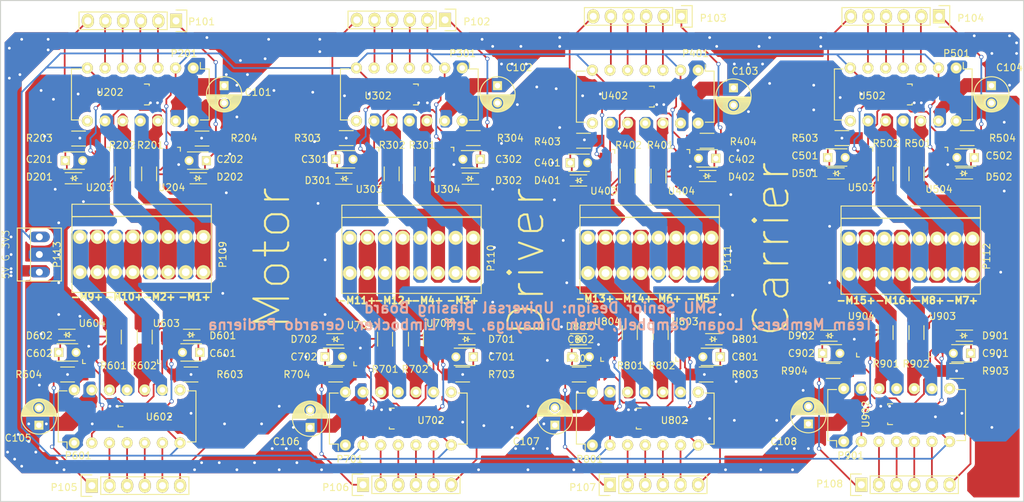
<source format=kicad_pcb>
(kicad_pcb (version 4) (host pcbnew 4.0.0-stable)
  (layers (0 F.Cu signal hide) (31 B.Cu signal hide) (34 B.Paste user hide) (35 F.Paste user hide) (36 B.SilkS user) (37 F.SilkS user) (38 B.Mask user) (39 F.Mask user) (44 Edge.Cuts user))
  (net 0 "")
  (net 1 +5V)
  (net 2 GND)
  (net 3 M2_Sense)
  (net 4 M1_Sense)
  (net 5 M4_Sense)
  (net 6 M3_Sense)
  (net 7 M6_Sense)
  (net 8 M5_Sense)
  (net 9 M8_Sense)
  (net 10 M7_Sense)
  (net 11 M10_Sense)
  (net 12 M9_Sense)
  (net 13 M12_Sense)
  (net 14 M11_Sense)
  (net 15 M14_Sense)
  (net 16 M13_Sense)
  (net 17 M16_Sense)
  (net 18 M15_Sense)
  (net 19 "Net-(D201-Pad2)")
  (net 20 "Net-(D202-Pad2)")
  (net 21 "Net-(D301-Pad2)")
  (net 22 "Net-(D302-Pad2)")
  (net 23 "Net-(D401-Pad2)")
  (net 24 "Net-(D402-Pad2)")
  (net 25 "Net-(D501-Pad2)")
  (net 26 "Net-(D502-Pad2)")
  (net 27 "Net-(D601-Pad2)")
  (net 28 "Net-(D602-Pad2)")
  (net 29 "Net-(D701-Pad2)")
  (net 30 "Net-(D702-Pad2)")
  (net 31 "Net-(D801-Pad2)")
  (net 32 "Net-(D802-Pad2)")
  (net 33 "Net-(D901-Pad2)")
  (net 34 "Net-(D902-Pad2)")
  (net 35 M1_EN)
  (net 36 M1_PH)
  (net 37 M2_EN)
  (net 38 M2_PH)
  (net 39 M3_EN)
  (net 40 M3_PH)
  (net 41 M4_EN)
  (net 42 M4_PH)
  (net 43 M5_EN)
  (net 44 M5_PH)
  (net 45 M6_EN)
  (net 46 M6_PH)
  (net 47 M7_EN)
  (net 48 M7_PH)
  (net 49 M8_EN)
  (net 50 M8_PH)
  (net 51 M16+)
  (net 52 M15+)
  (net 53 M14+)
  (net 54 M13+)
  (net 55 M12+)
  (net 56 M11+)
  (net 57 M10+)
  (net 58 M9+)
  (net 59 M8+)
  (net 60 M7+)
  (net 61 M6+)
  (net 62 M5+)
  (net 63 M4+)
  (net 64 M3+)
  (net 65 M2+)
  (net 66 M1+)
  (net 67 +3V3)
  (net 68 /Carrier1/M2_Sense+)
  (net 69 /Carrier2/M2_Sense+)
  (net 70 /Carrier3/M2_Sense+)
  (net 71 /Carrier4/M2_Sense+)
  (net 72 /Carrier5/M2_Sense+)
  (net 73 /Carrier6/M2_Sense+)
  (net 74 /Carrier7/M2_Sense+)
  (net 75 /Carrier8/M2_Sense+)
  (net 76 "Net-(U202-Pad2)")
  (net 77 "Net-(U302-Pad2)")
  (net 78 "Net-(U402-Pad2)")
  (net 79 "Net-(U502-Pad2)")
  (net 80 "Net-(U602-Pad2)")
  (net 81 "Net-(U702-Pad2)")
  (net 82 "Net-(U802-Pad2)")
  (net 83 "Net-(U902-Pad2)")
  (net 84 /Carrier1/M1_Sense+)
  (net 85 /Carrier2/M1_Sense+)
  (net 86 /Carrier3/M1_Sense+)
  (net 87 /Carrier4/M1_Sense+)
  (net 88 /Carrier5/M1_Sense+)
  (net 89 /Carrier6/M1_Sense+)
  (net 90 /Carrier7/M1_Sense+)
  (net 91 /Carrier8/M1_Sense+)
  (net 92 M9_EN)
  (net 93 M9_PH)
  (net 94 M10_EN)
  (net 95 M10_PH)
  (net 96 M11_EN)
  (net 97 M11_PH)
  (net 98 M12_EN)
  (net 99 M12_PH)
  (net 100 M13_EN)
  (net 101 M13_PH)
  (net 102 M14_EN)
  (net 103 M14_PH)
  (net 104 M15_EN)
  (net 105 M15_PH)
  (net 106 M16_EN)
  (net 107 M16_PH)
  (net 108 M4-)
  (net 109 M3-)
  (net 110 M2-)
  (net 111 M1-)
  (net 112 M8-)
  (net 113 M7-)
  (net 114 M6-)
  (net 115 M5-)
  (net 116 M12-)
  (net 117 M11-)
  (net 118 M10-)
  (net 119 M9-)
  (net 120 M16-)
  (net 121 M15-)
  (net 122 M14-)
  (net 123 M13-)
  (module Housings_DIP:DIP-14_W7.62mm (layer F.Cu) (at 66.3575 62.5475 270)
    (fp_text reference P201 (at -2.0955 1.3335 360) (layer F.SilkS))
    (fp_text value Socket_DIP14)
    (pad 1 thru_hole oval (at 0 0 270) (size 1.6 1.6) (drill 0.8) (layers *.Cu *.Mask F.SilkS) (net 2 GND))
    (pad 2 thru_hole oval (at 0 2.54 270) (size 1.6 1.6) (drill 0.8) (layers *.Cu *.Mask F.SilkS) (net 67 +3V3))
    (pad 3 thru_hole oval (at 0 5.08 270) (size 1.6 1.6) (drill 0.8) (layers *.Cu *.Mask F.SilkS) (net 35 M1_EN))
    (pad 4 thru_hole oval (at 0 7.62 270) (size 1.6 1.6) (drill 0.8) (layers *.Cu *.Mask F.SilkS) (net 36 M1_PH))
    (pad 5 thru_hole oval (at 0 10.16 270) (size 1.6 1.6) (drill 0.8) (layers *.Cu *.Mask F.SilkS) (net 37 M2_EN))
    (pad 6 thru_hole oval (at 0 12.7 270) (size 1.6 1.6) (drill 0.8) (layers *.Cu *.Mask F.SilkS) (net 38 M2_PH))
    (pad 7 thru_hole oval (at 0 15.24 270) (size 1.6 1.6) (drill 0.8) (layers *.Cu *.Mask F.SilkS) (net 67 +3V3))
    (pad 8 thru_hole oval (at 7.62 15.24 270) (size 1.6 1.6) (drill 0.8) (layers *.Cu *.Mask F.SilkS))
    (pad 9 thru_hole oval (at 7.62 12.7 270) (size 1.6 1.6) (drill 0.8) (layers *.Cu *.Mask F.SilkS) (net 110 M2-))
    (pad 10 thru_hole oval (at 7.62 10.16 270) (size 1.6 1.6) (drill 0.8) (layers *.Cu *.Mask F.SilkS) (net 68 /Carrier1/M2_Sense+))
    (pad 11 thru_hole oval (at 7.62 7.62 270) (size 1.6 1.6) (drill 0.8) (layers *.Cu *.Mask F.SilkS) (net 111 M1-))
    (pad 12 thru_hole oval (at 7.62 5.08 270) (size 1.6 1.6) (drill 0.8) (layers *.Cu *.Mask F.SilkS) (net 84 /Carrier1/M1_Sense+))
    (pad 13 thru_hole oval (at 7.62 2.54 270) (size 1.6 1.6) (drill 0.8) (layers *.Cu *.Mask F.SilkS) (net 1 +5V))
    (pad 14 thru_hole oval (at 7.62 0 270) (size 1.6 1.6) (drill 0.8) (layers *.Cu *.Mask F.SilkS) (net 2 GND))
  )
  (module Capacitors_ThroughHole:C_Radial_D5_L6_P2.5 (layer F.Cu) (at 70.8025 65.0875 270)
    (fp_text reference C101 (at 0.9525 -4.8895 360) (layer F.SilkS))
    (fp_text value CP1_Small)
    (pad 1 thru_hole rect (at 0 0 270) (size 1.3 1.3) (drill 0.8) (layers *.Cu *.Mask F.SilkS) (net 1 +5V))
    (pad 2 thru_hole circle (at 2.5 0 270) (size 1.3 1.3) (drill 0.8) (layers *.Cu *.Mask F.SilkS) (net 2 GND))
  )
  (module Capacitors_ThroughHole:C_Radial_D5_L6_P2.5 (layer F.Cu) (at 110.1725 65.0875 270)
    (fp_text reference C102 (at -2.6035 -3.1115 360) (layer F.SilkS))
    (fp_text value CP1_Small)
    (pad 1 thru_hole rect (at 0 0 270) (size 1.3 1.3) (drill 0.8) (layers *.Cu *.Mask F.SilkS) (net 1 +5V))
    (pad 2 thru_hole circle (at 2.5 0 270) (size 1.3 1.3) (drill 0.8) (layers *.Cu *.Mask F.SilkS) (net 2 GND))
  )
  (module Capacitors_ThroughHole:C_Radial_D5_L6_P2.5 (layer F.Cu) (at 144.145 65.405 270)
    (fp_text reference C103 (at -2.413 -1.651 360) (layer F.SilkS))
    (fp_text value CP1_Small)
    (pad 1 thru_hole rect (at 0 0 270) (size 1.3 1.3) (drill 0.8) (layers *.Cu *.Mask F.SilkS) (net 1 +5V))
    (pad 2 thru_hole circle (at 2.5 0 270) (size 1.3 1.3) (drill 0.8) (layers *.Cu *.Mask F.SilkS) (net 2 GND))
  )
  (module Capacitors_ThroughHole:C_Radial_D5_L6_P2.5 (layer F.Cu) (at 181.2925 65.0875 270)
    (fp_text reference C104 (at -2.6035 -2.6035 360) (layer F.SilkS))
    (fp_text value CP1_Small)
    (pad 1 thru_hole rect (at 0 0 270) (size 1.3 1.3) (drill 0.8) (layers *.Cu *.Mask F.SilkS) (net 1 +5V))
    (pad 2 thru_hole circle (at 2.5 0 270) (size 1.3 1.3) (drill 0.8) (layers *.Cu *.Mask F.SilkS) (net 2 GND))
  )
  (module Capacitors_ThroughHole:C_Radial_D5_L6_P2.5 (layer F.Cu) (at 44.1325 113.9825 90)
    (fp_text reference C105 (at -1.8415 -2.9845 180) (layer F.SilkS))
    (fp_text value CP1_Small)
    (pad 1 thru_hole rect (at 0 0 90) (size 1.3 1.3) (drill 0.8) (layers *.Cu *.Mask F.SilkS) (net 1 +5V))
    (pad 2 thru_hole circle (at 2.5 0 90) (size 1.3 1.3) (drill 0.8) (layers *.Cu *.Mask F.SilkS) (net 2 GND))
  )
  (module Capacitors_ThroughHole:C_Radial_D5_L6_P2.5 (layer F.Cu) (at 83.185 114.3 90)
    (fp_text reference C106 (at -2.032 -3.429 180) (layer F.SilkS))
    (fp_text value CP1_Small)
    (pad 1 thru_hole rect (at 0 0 90) (size 1.3 1.3) (drill 0.8) (layers *.Cu *.Mask F.SilkS) (net 1 +5V))
    (pad 2 thru_hole circle (at 2.5 0 90) (size 1.3 1.3) (drill 0.8) (layers *.Cu *.Mask F.SilkS) (net 2 GND))
  )
  (module Capacitors_ThroughHole:C_Radial_D5_L6_P2.5 (layer F.Cu) (at 118.4275 113.9825 90)
    (fp_text reference C107 (at -2.3495 -4.1275 180) (layer F.SilkS))
    (fp_text value CP1_Small)
    (pad 1 thru_hole rect (at 0 0 90) (size 1.3 1.3) (drill 0.8) (layers *.Cu *.Mask F.SilkS) (net 1 +5V))
    (pad 2 thru_hole circle (at 2.5 0 90) (size 1.3 1.3) (drill 0.8) (layers *.Cu *.Mask F.SilkS) (net 2 GND))
  )
  (module Capacitors_ThroughHole:C_Radial_D5_L6_P2.5 (layer F.Cu) (at 154.94 113.792 90)
    (fp_text reference C108 (at -2.54 -3.556 180) (layer F.SilkS))
    (fp_text value CP1_Small)
    (pad 1 thru_hole rect (at 0 0 90) (size 1.3 1.3) (drill 0.8) (layers *.Cu *.Mask F.SilkS) (net 1 +5V))
    (pad 2 thru_hole circle (at 2.5 0 90) (size 1.3 1.3) (drill 0.8) (layers *.Cu *.Mask F.SilkS) (net 2 GND))
  )
  (module Diodes_SMD:SOD-323 (layer F.Cu) (at 49.2125 78.4225)
    (fp_text reference D201 (at -5.0165 -0.1905) (layer F.SilkS))
    (fp_text value D)
    (pad 1 smd rect (at -1.055 0) (size 0.59 0.45) (layers F.Cu F.Paste F.Mask) (net 3 M2_Sense))
    (pad 2 smd rect (at 1.055 0) (size 0.59 0.45) (layers F.Cu F.Paste F.Mask) (net 19 "Net-(D201-Pad2)"))
  )
  (module Diodes_SMD:SOD-323 (layer F.Cu) (at 66.9925 78.4225 180)
    (fp_text reference D202 (at -4.6355 0.1905 180) (layer F.SilkS))
    (fp_text value D)
    (pad 1 smd rect (at -1.055 0 180) (size 0.59 0.45) (layers F.Cu F.Paste F.Mask) (net 4 M1_Sense))
    (pad 2 smd rect (at 1.055 0 180) (size 0.59 0.45) (layers F.Cu F.Paste F.Mask) (net 20 "Net-(D202-Pad2)"))
  )
  (module Diodes_SMD:SOD-323 (layer F.Cu) (at 88.138 78.486)
    (fp_text reference D301 (at -3.81 0.254) (layer F.SilkS))
    (fp_text value D)
    (pad 1 smd rect (at -1.055 0) (size 0.59 0.45) (layers F.Cu F.Paste F.Mask) (net 5 M4_Sense))
    (pad 2 smd rect (at 1.055 0) (size 0.59 0.45) (layers F.Cu F.Paste F.Mask) (net 21 "Net-(D301-Pad2)"))
  )
  (module Diodes_SMD:SOD-323 (layer F.Cu) (at 106.172 78.486 180)
    (fp_text reference D302 (at -5.588 -0.254 180) (layer F.SilkS))
    (fp_text value D)
    (pad 1 smd rect (at -1.055 0 180) (size 0.59 0.45) (layers F.Cu F.Paste F.Mask) (net 6 M3_Sense))
    (pad 2 smd rect (at 1.055 0 180) (size 0.59 0.45) (layers F.Cu F.Paste F.Mask) (net 22 "Net-(D302-Pad2)"))
  )
  (module Diodes_SMD:SOD-323 (layer F.Cu) (at 121.92 78.74)
    (fp_text reference D401 (at -4.572 0) (layer F.SilkS))
    (fp_text value D)
    (pad 1 smd rect (at -1.055 0) (size 0.59 0.45) (layers F.Cu F.Paste F.Mask) (net 7 M6_Sense))
    (pad 2 smd rect (at 1.055 0) (size 0.59 0.45) (layers F.Cu F.Paste F.Mask) (net 23 "Net-(D401-Pad2)"))
  )
  (module Diodes_SMD:SOD-323 (layer F.Cu) (at 140.335 78.105 180)
    (fp_text reference D402 (at -4.953 -0.127 180) (layer F.SilkS))
    (fp_text value D)
    (pad 1 smd rect (at -1.055 0 180) (size 0.59 0.45) (layers F.Cu F.Paste F.Mask) (net 8 M5_Sense))
    (pad 2 smd rect (at 1.055 0 180) (size 0.59 0.45) (layers F.Cu F.Paste F.Mask) (net 24 "Net-(D402-Pad2)"))
  )
  (module Diodes_SMD:SOD-323 (layer F.Cu) (at 159.004 77.724)
    (fp_text reference D501 (at -4.572 0) (layer F.SilkS))
    (fp_text value D)
    (pad 1 smd rect (at -1.055 0) (size 0.59 0.45) (layers F.Cu F.Paste F.Mask) (net 9 M8_Sense))
    (pad 2 smd rect (at 1.055 0) (size 0.59 0.45) (layers F.Cu F.Paste F.Mask) (net 25 "Net-(D501-Pad2)"))
  )
  (module Diodes_SMD:SOD-323 (layer F.Cu) (at 177.292 77.724 180)
    (fp_text reference D502 (at -5.08 -0.508 180) (layer F.SilkS))
    (fp_text value D)
    (pad 1 smd rect (at -1.055 0 180) (size 0.59 0.45) (layers F.Cu F.Paste F.Mask) (net 10 M7_Sense))
    (pad 2 smd rect (at 1.055 0 180) (size 0.59 0.45) (layers F.Cu F.Paste F.Mask) (net 26 "Net-(D502-Pad2)"))
  )
  (module Diodes_SMD:SOD-323 (layer F.Cu) (at 66.04 100.965 180)
    (fp_text reference D601 (at -4.572 -0.127 180) (layer F.SilkS))
    (fp_text value D)
    (pad 1 smd rect (at -1.055 0 180) (size 0.59 0.45) (layers F.Cu F.Paste F.Mask) (net 11 M10_Sense))
    (pad 2 smd rect (at 1.055 0 180) (size 0.59 0.45) (layers F.Cu F.Paste F.Mask) (net 27 "Net-(D601-Pad2)"))
  )
  (module Diodes_SMD:SOD-323 (layer F.Cu) (at 48.26 100.965)
    (fp_text reference D602 (at -4.064 0.127) (layer F.SilkS))
    (fp_text value D)
    (pad 1 smd rect (at -1.055 0) (size 0.59 0.45) (layers F.Cu F.Paste F.Mask) (net 12 M9_Sense))
    (pad 2 smd rect (at 1.055 0) (size 0.59 0.45) (layers F.Cu F.Paste F.Mask) (net 28 "Net-(D602-Pad2)"))
  )
  (module Diodes_SMD:SOD-323 (layer F.Cu) (at 105.664 101.6 180)
    (fp_text reference D701 (at -5.08 0 180) (layer F.SilkS))
    (fp_text value D)
    (pad 1 smd rect (at -1.055 0 180) (size 0.59 0.45) (layers F.Cu F.Paste F.Mask) (net 13 M12_Sense))
    (pad 2 smd rect (at 1.055 0 180) (size 0.59 0.45) (layers F.Cu F.Paste F.Mask) (net 29 "Net-(D701-Pad2)"))
  )
  (module Diodes_SMD:SOD-323 (layer F.Cu) (at 86.868 101.6)
    (fp_text reference D702 (at -4.572 0) (layer F.SilkS))
    (fp_text value D)
    (pad 1 smd rect (at -1.055 0) (size 0.59 0.45) (layers F.Cu F.Paste F.Mask) (net 14 M11_Sense))
    (pad 2 smd rect (at 1.055 0) (size 0.59 0.45) (layers F.Cu F.Paste F.Mask) (net 30 "Net-(D702-Pad2)"))
  )
  (module Diodes_SMD:SOD-323 (layer F.Cu) (at 141.224 101.6 180)
    (fp_text reference D801 (at -4.572 0 180) (layer F.SilkS))
    (fp_text value D)
    (pad 1 smd rect (at -1.055 0 180) (size 0.59 0.45) (layers F.Cu F.Paste F.Mask) (net 15 M14_Sense))
    (pad 2 smd rect (at 1.055 0 180) (size 0.59 0.45) (layers F.Cu F.Paste F.Mask) (net 31 "Net-(D801-Pad2)"))
  )
  (module Diodes_SMD:SOD-323 (layer F.Cu) (at 121.92 101.6)
    (fp_text reference D802 (at 0 -1.85) (layer F.SilkS))
    (fp_text value D)
    (pad 1 smd rect (at -1.055 0) (size 0.59 0.45) (layers F.Cu F.Paste F.Mask) (net 16 M13_Sense))
    (pad 2 smd rect (at 1.055 0) (size 0.59 0.45) (layers F.Cu F.Paste F.Mask) (net 32 "Net-(D802-Pad2)"))
  )
  (module Diodes_SMD:SOD-323 (layer F.Cu) (at 177.292 101.092 180)
    (fp_text reference D901 (at -4.572 0 180) (layer F.SilkS))
    (fp_text value D)
    (pad 1 smd rect (at -1.055 0 180) (size 0.59 0.45) (layers F.Cu F.Paste F.Mask) (net 17 M16_Sense))
    (pad 2 smd rect (at 1.055 0 180) (size 0.59 0.45) (layers F.Cu F.Paste F.Mask) (net 33 "Net-(D901-Pad2)"))
  )
  (module Diodes_SMD:SOD-323 (layer F.Cu) (at 157.988 101.092)
    (fp_text reference D902 (at -4.064 0) (layer F.SilkS))
    (fp_text value D)
    (pad 1 smd rect (at -1.055 0) (size 0.59 0.45) (layers F.Cu F.Paste F.Mask) (net 18 M15_Sense))
    (pad 2 smd rect (at 1.055 0) (size 0.59 0.45) (layers F.Cu F.Paste F.Mask) (net 34 "Net-(D902-Pad2)"))
  )
  (module Resistors_SMD:R_1206_HandSoldering (layer F.Cu) (at 60.0075 77.7875 90)
    (fp_text reference R201 (at 4.1275 0.1905 180) (layer F.SilkS))
    (fp_text value R_Small)
    (pad 1 smd rect (at -2 0 90) (size 2 1.7) (layers F.Cu F.Paste F.Mask) (net 66 M1+))
    (pad 2 smd rect (at 2 0 90) (size 2 1.7) (layers F.Cu F.Paste F.Mask) (net 84 /Carrier1/M1_Sense+))
  )
  (module Resistors_SMD:R_1206_HandSoldering (layer F.Cu) (at 56.1975 77.7875 90)
    (fp_text reference R202 (at 4.1275 -0.0635 180) (layer F.SilkS))
    (fp_text value R_Small)
    (pad 1 smd rect (at -2 0 90) (size 2 1.7) (layers F.Cu F.Paste F.Mask) (net 65 M2+))
    (pad 2 smd rect (at 2 0 90) (size 2 1.7) (layers F.Cu F.Paste F.Mask) (net 68 /Carrier1/M2_Sense+))
  )
  (module Resistors_SMD:R_1206_HandSoldering (layer F.Cu) (at 49.8475 72.7075)
    (fp_text reference R203 (at -5.6515 -0.0635) (layer F.SilkS))
    (fp_text value 2k)
    (pad 1 smd rect (at -2 0) (size 2 1.7) (layers F.Cu F.Paste F.Mask) (net 3 M2_Sense))
    (pad 2 smd rect (at 2 0) (size 2 1.7) (layers F.Cu F.Paste F.Mask) (net 2 GND))
  )
  (module Resistors_SMD:R_1206_HandSoldering (layer F.Cu) (at 67.6275 72.7075 180)
    (fp_text reference R204 (at -6.0325 0.0635 180) (layer F.SilkS))
    (fp_text value 2k)
    (pad 1 smd rect (at -2 0 180) (size 2 1.7) (layers F.Cu F.Paste F.Mask) (net 4 M1_Sense))
    (pad 2 smd rect (at 2 0 180) (size 2 1.7) (layers F.Cu F.Paste F.Mask) (net 2 GND))
  )
  (module Resistors_SMD:R_1206_HandSoldering (layer F.Cu) (at 99.3775 77.7875 90)
    (fp_text reference R301 (at 4.1275 -0.0635 180) (layer F.SilkS))
    (fp_text value R_Small)
    (pad 1 smd rect (at -2 0 90) (size 2 1.7) (layers F.Cu F.Paste F.Mask) (net 64 M3+))
    (pad 2 smd rect (at 2 0 90) (size 2 1.7) (layers F.Cu F.Paste F.Mask) (net 85 /Carrier2/M1_Sense+))
  )
  (module Resistors_SMD:R_1206_HandSoldering (layer F.Cu) (at 94.9325 77.7875 90)
    (fp_text reference R302 (at 4.1275 0.0635 180) (layer F.SilkS))
    (fp_text value R_Small)
    (pad 1 smd rect (at -2 0 90) (size 2 1.7) (layers F.Cu F.Paste F.Mask) (net 63 M4+))
    (pad 2 smd rect (at 2 0 90) (size 2 1.7) (layers F.Cu F.Paste F.Mask) (net 69 /Carrier2/M2_Sense+))
  )
  (module Resistors_SMD:R_1206_HandSoldering (layer F.Cu) (at 88.392 72.644)
    (fp_text reference R303 (at -5.588 0) (layer F.SilkS))
    (fp_text value 2k)
    (pad 1 smd rect (at -2 0) (size 2 1.7) (layers F.Cu F.Paste F.Mask) (net 5 M4_Sense))
    (pad 2 smd rect (at 2 0) (size 2 1.7) (layers F.Cu F.Paste F.Mask) (net 2 GND))
  )
  (module Resistors_SMD:R_1206_HandSoldering (layer F.Cu) (at 106.68 72.644 180)
    (fp_text reference R304 (at -5.334 0 180) (layer F.SilkS))
    (fp_text value 2k)
    (pad 1 smd rect (at -2 0 180) (size 2 1.7) (layers F.Cu F.Paste F.Mask) (net 6 M3_Sense))
    (pad 2 smd rect (at 2 0 180) (size 2 1.7) (layers F.Cu F.Paste F.Mask) (net 2 GND))
  )
  (module Resistors_SMD:R_1206_HandSoldering (layer F.Cu) (at 133.35 78.105 90)
    (fp_text reference R401 (at 4.445 0.254 180) (layer F.SilkS))
    (fp_text value R_Small)
    (pad 1 smd rect (at -2 0 90) (size 2 1.7) (layers F.Cu F.Paste F.Mask) (net 62 M5+))
    (pad 2 smd rect (at 2 0 90) (size 2 1.7) (layers F.Cu F.Paste F.Mask) (net 86 /Carrier3/M1_Sense+))
  )
  (module Resistors_SMD:R_1206_HandSoldering (layer F.Cu) (at 128.905 78.105 90)
    (fp_text reference R402 (at 4.445 0.127 180) (layer F.SilkS))
    (fp_text value R_Small)
    (pad 1 smd rect (at -2 0 90) (size 2 1.7) (layers F.Cu F.Paste F.Mask) (net 61 M6+))
    (pad 2 smd rect (at 2 0 90) (size 2 1.7) (layers F.Cu F.Paste F.Mask) (net 70 /Carrier3/M2_Sense+))
  )
  (module Resistors_SMD:R_1206_HandSoldering (layer F.Cu) (at 122.555 73.025)
    (fp_text reference R403 (at -5.207 0.127) (layer F.SilkS))
    (fp_text value 2k)
    (pad 1 smd rect (at -2 0) (size 2 1.7) (layers F.Cu F.Paste F.Mask) (net 7 M6_Sense))
    (pad 2 smd rect (at 2 0) (size 2 1.7) (layers F.Cu F.Paste F.Mask) (net 2 GND))
  )
  (module Resistors_SMD:R_1206_HandSoldering (layer F.Cu) (at 140.335 73.025 180)
    (fp_text reference R404 (at -5.207 -0.127 180) (layer F.SilkS))
    (fp_text value 2k)
    (pad 1 smd rect (at -2 0 180) (size 2 1.7) (layers F.Cu F.Paste F.Mask) (net 8 M5_Sense))
    (pad 2 smd rect (at 2 0 180) (size 2 1.7) (layers F.Cu F.Paste F.Mask) (net 2 GND))
  )
  (module Resistors_SMD:R_1206_HandSoldering (layer F.Cu) (at 170.4975 77.7875 90)
    (fp_text reference R501 (at 4.3815 0.1905 180) (layer F.SilkS))
    (fp_text value R_Small)
    (pad 1 smd rect (at -2 0 90) (size 2 1.7) (layers F.Cu F.Paste F.Mask) (net 60 M7+))
    (pad 2 smd rect (at 2 0 90) (size 2 1.7) (layers F.Cu F.Paste F.Mask) (net 87 /Carrier4/M1_Sense+))
  )
  (module Resistors_SMD:R_1206_HandSoldering (layer F.Cu) (at 166.0525 77.7875 90)
    (fp_text reference R502 (at 4.3815 0.0635 180) (layer F.SilkS))
    (fp_text value R_Small)
    (pad 1 smd rect (at -2 0 90) (size 2 1.7) (layers F.Cu F.Paste F.Mask) (net 59 M8+))
    (pad 2 smd rect (at 2 0 90) (size 2 1.7) (layers F.Cu F.Paste F.Mask) (net 71 /Carrier4/M2_Sense+))
  )
  (module Resistors_SMD:R_1206_HandSoldering (layer F.Cu) (at 159.766 72.644)
    (fp_text reference R503 (at -5.334 0) (layer F.SilkS))
    (fp_text value 2k)
    (pad 1 smd rect (at -2 0) (size 2 1.7) (layers F.Cu F.Paste F.Mask) (net 9 M8_Sense))
    (pad 2 smd rect (at 2 0) (size 2 1.7) (layers F.Cu F.Paste F.Mask) (net 2 GND))
  )
  (module Resistors_SMD:R_1206_HandSoldering (layer F.Cu) (at 177.8 72.644 180)
    (fp_text reference R504 (at -5.08 0 180) (layer F.SilkS))
    (fp_text value 2k)
    (pad 1 smd rect (at -2 0 180) (size 2 1.7) (layers F.Cu F.Paste F.Mask) (net 10 M7_Sense))
    (pad 2 smd rect (at 2 0 180) (size 2 1.7) (layers F.Cu F.Paste F.Mask) (net 2 GND))
  )
  (module Resistors_SMD:R_1206_HandSoldering (layer F.Cu) (at 54.9275 101.2825 270)
    (fp_text reference R601 (at 4.1275 0.0635 360) (layer F.SilkS))
    (fp_text value R_Small)
    (pad 1 smd rect (at -2 0 270) (size 2 1.7) (layers F.Cu F.Paste F.Mask) (net 58 M9+))
    (pad 2 smd rect (at 2 0 270) (size 2 1.7) (layers F.Cu F.Paste F.Mask) (net 88 /Carrier5/M1_Sense+))
  )
  (module Resistors_SMD:R_1206_HandSoldering (layer F.Cu) (at 59.3725 101.2825 270)
    (fp_text reference R602 (at 4.1275 0.1905 360) (layer F.SilkS))
    (fp_text value R_Small)
    (pad 1 smd rect (at -2 0 270) (size 2 1.7) (layers F.Cu F.Paste F.Mask) (net 57 M10+))
    (pad 2 smd rect (at 2 0 270) (size 2 1.7) (layers F.Cu F.Paste F.Mask) (net 72 /Carrier5/M2_Sense+))
  )
  (module Resistors_SMD:R_1206_HandSoldering (layer F.Cu) (at 66.04 106.68 180)
    (fp_text reference R603 (at -5.588 0 180) (layer F.SilkS))
    (fp_text value 2k)
    (pad 1 smd rect (at -2 0 180) (size 2 1.7) (layers F.Cu F.Paste F.Mask) (net 11 M10_Sense))
    (pad 2 smd rect (at 2 0 180) (size 2 1.7) (layers F.Cu F.Paste F.Mask) (net 2 GND))
  )
  (module Resistors_SMD:R_1206_HandSoldering (layer F.Cu) (at 48.26 106.68)
    (fp_text reference R604 (at -5.588 0) (layer F.SilkS))
    (fp_text value 2k)
    (pad 1 smd rect (at -2 0) (size 2 1.7) (layers F.Cu F.Paste F.Mask) (net 12 M9_Sense))
    (pad 2 smd rect (at 2 0) (size 2 1.7) (layers F.Cu F.Paste F.Mask) (net 2 GND))
  )
  (module Resistors_SMD:R_1206_HandSoldering (layer F.Cu) (at 93.98 101.6 270)
    (fp_text reference R701 (at 4.318 0 360) (layer F.SilkS))
    (fp_text value R_Small)
    (pad 1 smd rect (at -2 0 270) (size 2 1.7) (layers F.Cu F.Paste F.Mask) (net 56 M11+))
    (pad 2 smd rect (at 2 0 270) (size 2 1.7) (layers F.Cu F.Paste F.Mask) (net 89 /Carrier6/M1_Sense+))
  )
  (module Resistors_SMD:R_1206_HandSoldering (layer F.Cu) (at 98.425 101.6 270)
    (fp_text reference R702 (at 4.318 0.127 360) (layer F.SilkS))
    (fp_text value R_Small)
    (pad 1 smd rect (at -2 0 270) (size 2 1.7) (layers F.Cu F.Paste F.Mask) (net 55 M12+))
    (pad 2 smd rect (at 2 0 270) (size 2 1.7) (layers F.Cu F.Paste F.Mask) (net 73 /Carrier6/M2_Sense+))
  )
  (module Resistors_SMD:R_1206_HandSoldering (layer F.Cu) (at 105.156 106.68 180)
    (fp_text reference R703 (at -5.588 0 180) (layer F.SilkS))
    (fp_text value 2k)
    (pad 1 smd rect (at -2 0 180) (size 2 1.7) (layers F.Cu F.Paste F.Mask) (net 13 M12_Sense))
    (pad 2 smd rect (at 2 0 180) (size 2 1.7) (layers F.Cu F.Paste F.Mask) (net 2 GND))
  )
  (module Resistors_SMD:R_1206_HandSoldering (layer F.Cu) (at 86.868 106.68)
    (fp_text reference R704 (at -5.588 0) (layer F.SilkS))
    (fp_text value 2k)
    (pad 1 smd rect (at -2 0) (size 2 1.7) (layers F.Cu F.Paste F.Mask) (net 14 M11_Sense))
    (pad 2 smd rect (at 2 0) (size 2 1.7) (layers F.Cu F.Paste F.Mask) (net 2 GND))
  )
  (module Resistors_SMD:R_1206_HandSoldering (layer F.Cu) (at 129.2225 100.6475 270)
    (fp_text reference R801 (at 4.7625 -0.0635 360) (layer F.SilkS))
    (fp_text value R_Small)
    (pad 1 smd rect (at -2 0 270) (size 2 1.7) (layers F.Cu F.Paste F.Mask) (net 54 M13+))
    (pad 2 smd rect (at 2 0 270) (size 2 1.7) (layers F.Cu F.Paste F.Mask) (net 90 /Carrier7/M1_Sense+))
  )
  (module Resistors_SMD:R_1206_HandSoldering (layer F.Cu) (at 133.6675 100.6475 270)
    (fp_text reference R802 (at 4.7625 -0.1905 360) (layer F.SilkS))
    (fp_text value R_Small)
    (pad 1 smd rect (at -2 0 270) (size 2 1.7) (layers F.Cu F.Paste F.Mask) (net 53 M14+))
    (pad 2 smd rect (at 2 0 270) (size 2 1.7) (layers F.Cu F.Paste F.Mask) (net 74 /Carrier7/M2_Sense+))
  )
  (module Resistors_SMD:R_1206_HandSoldering (layer F.Cu) (at 140.208 106.68 180)
    (fp_text reference R803 (at -5.588 0 180) (layer F.SilkS))
    (fp_text value 2k)
    (pad 1 smd rect (at -2 0 180) (size 2 1.7) (layers F.Cu F.Paste F.Mask) (net 15 M14_Sense))
    (pad 2 smd rect (at 2 0 180) (size 2 1.7) (layers F.Cu F.Paste F.Mask) (net 2 GND))
  )
  (module Resistors_SMD:R_1206_HandSoldering (layer F.Cu) (at 121.92 106.68)
    (fp_text reference R804 (at 0 -2.3) (layer F.SilkS))
    (fp_text value 2k)
    (pad 1 smd rect (at -2 0) (size 2 1.7) (layers F.Cu F.Paste F.Mask) (net 16 M13_Sense))
    (pad 2 smd rect (at 2 0) (size 2 1.7) (layers F.Cu F.Paste F.Mask) (net 2 GND))
  )
  (module Resistors_SMD:R_1206_HandSoldering (layer F.Cu) (at 166.0525 100.6475 270)
    (fp_text reference R901 (at 4.5085 -0.0635 360) (layer F.SilkS))
    (fp_text value R_Small)
    (pad 1 smd rect (at -2 0 270) (size 2 1.7) (layers F.Cu F.Paste F.Mask) (net 52 M15+))
    (pad 2 smd rect (at 2 0 270) (size 2 1.7) (layers F.Cu F.Paste F.Mask) (net 91 /Carrier8/M1_Sense+))
  )
  (module Resistors_SMD:R_1206_HandSoldering (layer F.Cu) (at 170.4975 100.6475 270)
    (fp_text reference R902 (at 4.5085 0.0635 360) (layer F.SilkS))
    (fp_text value R_Small)
    (pad 1 smd rect (at -2 0 270) (size 2 1.7) (layers F.Cu F.Paste F.Mask) (net 51 M16+))
    (pad 2 smd rect (at 2 0 270) (size 2 1.7) (layers F.Cu F.Paste F.Mask) (net 75 /Carrier8/M2_Sense+))
  )
  (module Resistors_SMD:R_1206_HandSoldering (layer F.Cu) (at 176.276 106.172 180)
    (fp_text reference R903 (at -5.588 0 180) (layer F.SilkS))
    (fp_text value 2k)
    (pad 1 smd rect (at -2 0 180) (size 2 1.7) (layers F.Cu F.Paste F.Mask) (net 17 M16_Sense))
    (pad 2 smd rect (at 2 0 180) (size 2 1.7) (layers F.Cu F.Paste F.Mask) (net 2 GND))
  )
  (module Resistors_SMD:R_1206_HandSoldering (layer F.Cu) (at 158.496 106.172)
    (fp_text reference R904 (at -5.588 0) (layer F.SilkS))
    (fp_text value 2k)
    (pad 1 smd rect (at -2 0) (size 2 1.7) (layers F.Cu F.Paste F.Mask) (net 18 M15_Sense))
    (pad 2 smd rect (at 2 0) (size 2 1.7) (layers F.Cu F.Paste F.Mask) (net 2 GND))
  )
  (module TO_SOT_Packages_SMD:SOT-23_Handsoldering (layer F.Cu) (at 59.3725 66.3575 270)
    (fp_text reference U202 (at -0.3175 5.0165 360) (layer F.SilkS))
    (fp_text value REF3318)
    (pad 1 smd rect (at -0.95 1.50114 270) (size 0.8001 1.80086) (layers F.Cu F.Paste F.Mask) (net 67 +3V3))
    (pad 2 smd rect (at 0.95 1.50114 270) (size 0.8001 1.80086) (layers F.Cu F.Paste F.Mask) (net 76 "Net-(U202-Pad2)"))
    (pad 3 smd rect (at 0 -1.50114 270) (size 0.8001 1.80086) (layers F.Cu F.Paste F.Mask) (net 2 GND))
  )
  (module TO_SOT_Packages_SMD:SC-70-6_Handsoldering (layer F.Cu) (at 53.0225 76.5175 180)
    (fp_text reference U203 (at 0.1905 -3.2385 360) (layer F.SilkS))
    (fp_text value INA213)
    (pad 1 smd rect (at -0.65024 1.33096 180) (size 0.39878 1.50114) (layers F.Cu F.Paste F.Mask) (net 76 "Net-(U202-Pad2)"))
    (pad 2 smd rect (at 0 1.33096 180) (size 0.39878 1.50114) (layers F.Cu F.Paste F.Mask) (net 2 GND))
    (pad 3 smd rect (at 0.65024 1.33096 180) (size 0.39878 1.50114) (layers F.Cu F.Paste F.Mask) (net 67 +3V3))
    (pad 4 smd rect (at 0.65024 -1.33096 180) (size 0.39878 1.50114) (layers F.Cu F.Paste F.Mask) (net 65 M2+))
    (pad 5 smd rect (at 0 -1.33096 180) (size 0.39878 1.50114) (layers F.Cu F.Paste F.Mask) (net 68 /Carrier1/M2_Sense+))
    (pad 6 smd rect (at -0.65024 -1.33096 180) (size 0.39878 1.50114) (layers F.Cu F.Paste F.Mask) (net 19 "Net-(D201-Pad2)"))
  )
  (module TO_SOT_Packages_SMD:SC-70-6_Handsoldering (layer F.Cu) (at 63.1825 76.5175 180)
    (fp_text reference U204 (at -0.0635 -3.2385 360) (layer F.SilkS))
    (fp_text value INA213)
    (pad 1 smd rect (at -0.65024 1.33096 180) (size 0.39878 1.50114) (layers F.Cu F.Paste F.Mask) (net 76 "Net-(U202-Pad2)"))
    (pad 2 smd rect (at 0 1.33096 180) (size 0.39878 1.50114) (layers F.Cu F.Paste F.Mask) (net 2 GND))
    (pad 3 smd rect (at 0.65024 1.33096 180) (size 0.39878 1.50114) (layers F.Cu F.Paste F.Mask) (net 67 +3V3))
    (pad 4 smd rect (at 0.65024 -1.33096 180) (size 0.39878 1.50114) (layers F.Cu F.Paste F.Mask) (net 66 M1+))
    (pad 5 smd rect (at 0 -1.33096 180) (size 0.39878 1.50114) (layers F.Cu F.Paste F.Mask) (net 84 /Carrier1/M1_Sense+))
    (pad 6 smd rect (at -0.65024 -1.33096 180) (size 0.39878 1.50114) (layers F.Cu F.Paste F.Mask) (net 20 "Net-(D202-Pad2)"))
  )
  (module TO_SOT_Packages_SMD:SOT-23_Handsoldering (layer F.Cu) (at 98.1075 66.3575 270)
    (fp_text reference U302 (at 0.1905 5.1435 360) (layer F.SilkS))
    (fp_text value REF3318)
    (pad 1 smd rect (at -0.95 1.50114 270) (size 0.8001 1.80086) (layers F.Cu F.Paste F.Mask) (net 67 +3V3))
    (pad 2 smd rect (at 0.95 1.50114 270) (size 0.8001 1.80086) (layers F.Cu F.Paste F.Mask) (net 77 "Net-(U302-Pad2)"))
    (pad 3 smd rect (at 0 -1.50114 270) (size 0.8001 1.80086) (layers F.Cu F.Paste F.Mask) (net 2 GND))
  )
  (module TO_SOT_Packages_SMD:SC-70-6_Handsoldering (layer F.Cu) (at 91.7575 76.5175 180)
    (fp_text reference U303 (at 0.0635 -3.4925 360) (layer F.SilkS))
    (fp_text value INA213)
    (pad 1 smd rect (at -0.65024 1.33096 180) (size 0.39878 1.50114) (layers F.Cu F.Paste F.Mask) (net 77 "Net-(U302-Pad2)"))
    (pad 2 smd rect (at 0 1.33096 180) (size 0.39878 1.50114) (layers F.Cu F.Paste F.Mask) (net 2 GND))
    (pad 3 smd rect (at 0.65024 1.33096 180) (size 0.39878 1.50114) (layers F.Cu F.Paste F.Mask) (net 67 +3V3))
    (pad 4 smd rect (at 0.65024 -1.33096 180) (size 0.39878 1.50114) (layers F.Cu F.Paste F.Mask) (net 63 M4+))
    (pad 5 smd rect (at 0 -1.33096 180) (size 0.39878 1.50114) (layers F.Cu F.Paste F.Mask) (net 69 /Carrier2/M2_Sense+))
    (pad 6 smd rect (at -0.65024 -1.33096 180) (size 0.39878 1.50114) (layers F.Cu F.Paste F.Mask) (net 21 "Net-(D301-Pad2)"))
  )
  (module TO_SOT_Packages_SMD:SC-70-6_Handsoldering (layer F.Cu) (at 102.5525 76.5175 180)
    (fp_text reference U304 (at -0.3175 -3.4925 360) (layer F.SilkS))
    (fp_text value INA213)
    (pad 1 smd rect (at -0.65024 1.33096 180) (size 0.39878 1.50114) (layers F.Cu F.Paste F.Mask) (net 77 "Net-(U302-Pad2)"))
    (pad 2 smd rect (at 0 1.33096 180) (size 0.39878 1.50114) (layers F.Cu F.Paste F.Mask) (net 2 GND))
    (pad 3 smd rect (at 0.65024 1.33096 180) (size 0.39878 1.50114) (layers F.Cu F.Paste F.Mask) (net 67 +3V3))
    (pad 4 smd rect (at 0.65024 -1.33096 180) (size 0.39878 1.50114) (layers F.Cu F.Paste F.Mask) (net 64 M3+))
    (pad 5 smd rect (at 0 -1.33096 180) (size 0.39878 1.50114) (layers F.Cu F.Paste F.Mask) (net 85 /Carrier2/M1_Sense+))
    (pad 6 smd rect (at -0.65024 -1.33096 180) (size 0.39878 1.50114) (layers F.Cu F.Paste F.Mask) (net 22 "Net-(D302-Pad2)"))
  )
  (module TO_SOT_Packages_SMD:SOT-23_Handsoldering (layer F.Cu) (at 132.08 66.675 270)
    (fp_text reference U402 (at -0.127 5.08 360) (layer F.SilkS))
    (fp_text value REF3318)
    (pad 1 smd rect (at -0.95 1.50114 270) (size 0.8001 1.80086) (layers F.Cu F.Paste F.Mask) (net 67 +3V3))
    (pad 2 smd rect (at 0.95 1.50114 270) (size 0.8001 1.80086) (layers F.Cu F.Paste F.Mask) (net 78 "Net-(U402-Pad2)"))
    (pad 3 smd rect (at 0 -1.50114 270) (size 0.8001 1.80086) (layers F.Cu F.Paste F.Mask) (net 2 GND))
  )
  (module TO_SOT_Packages_SMD:SC-70-6_Handsoldering (layer F.Cu) (at 125.73 76.835 180)
    (fp_text reference U403 (at 0.254 -3.429 360) (layer F.SilkS))
    (fp_text value INA213)
    (pad 1 smd rect (at -0.65024 1.33096 180) (size 0.39878 1.50114) (layers F.Cu F.Paste F.Mask) (net 78 "Net-(U402-Pad2)"))
    (pad 2 smd rect (at 0 1.33096 180) (size 0.39878 1.50114) (layers F.Cu F.Paste F.Mask) (net 2 GND))
    (pad 3 smd rect (at 0.65024 1.33096 180) (size 0.39878 1.50114) (layers F.Cu F.Paste F.Mask) (net 67 +3V3))
    (pad 4 smd rect (at 0.65024 -1.33096 180) (size 0.39878 1.50114) (layers F.Cu F.Paste F.Mask) (net 61 M6+))
    (pad 5 smd rect (at 0 -1.33096 180) (size 0.39878 1.50114) (layers F.Cu F.Paste F.Mask) (net 70 /Carrier3/M2_Sense+))
    (pad 6 smd rect (at -0.65024 -1.33096 180) (size 0.39878 1.50114) (layers F.Cu F.Paste F.Mask) (net 23 "Net-(D401-Pad2)"))
  )
  (module TO_SOT_Packages_SMD:SC-70-6_Handsoldering (layer F.Cu) (at 136.525 76.835 180)
    (fp_text reference U404 (at -0.127 -3.429 360) (layer F.SilkS))
    (fp_text value INA213)
    (pad 1 smd rect (at -0.65024 1.33096 180) (size 0.39878 1.50114) (layers F.Cu F.Paste F.Mask) (net 78 "Net-(U402-Pad2)"))
    (pad 2 smd rect (at 0 1.33096 180) (size 0.39878 1.50114) (layers F.Cu F.Paste F.Mask) (net 2 GND))
    (pad 3 smd rect (at 0.65024 1.33096 180) (size 0.39878 1.50114) (layers F.Cu F.Paste F.Mask) (net 67 +3V3))
    (pad 4 smd rect (at 0.65024 -1.33096 180) (size 0.39878 1.50114) (layers F.Cu F.Paste F.Mask) (net 62 M5+))
    (pad 5 smd rect (at 0 -1.33096 180) (size 0.39878 1.50114) (layers F.Cu F.Paste F.Mask) (net 86 /Carrier3/M1_Sense+))
    (pad 6 smd rect (at -0.65024 -1.33096 180) (size 0.39878 1.50114) (layers F.Cu F.Paste F.Mask) (net 24 "Net-(D402-Pad2)"))
  )
  (module TO_SOT_Packages_SMD:SOT-23_Handsoldering (layer F.Cu) (at 169.2275 66.3575 270)
    (fp_text reference U502 (at 0.1905 5.1435 360) (layer F.SilkS))
    (fp_text value REF3318)
    (pad 1 smd rect (at -0.95 1.50114 270) (size 0.8001 1.80086) (layers F.Cu F.Paste F.Mask) (net 67 +3V3))
    (pad 2 smd rect (at 0.95 1.50114 270) (size 0.8001 1.80086) (layers F.Cu F.Paste F.Mask) (net 79 "Net-(U502-Pad2)"))
    (pad 3 smd rect (at 0 -1.50114 270) (size 0.8001 1.80086) (layers F.Cu F.Paste F.Mask) (net 2 GND))
  )
  (module TO_SOT_Packages_SMD:SC-70-6_Handsoldering (layer F.Cu) (at 162.8775 76.5175 180)
    (fp_text reference U503 (at 0.3175 -3.2385 360) (layer F.SilkS))
    (fp_text value INA213)
    (pad 1 smd rect (at -0.65024 1.33096 180) (size 0.39878 1.50114) (layers F.Cu F.Paste F.Mask) (net 79 "Net-(U502-Pad2)"))
    (pad 2 smd rect (at 0 1.33096 180) (size 0.39878 1.50114) (layers F.Cu F.Paste F.Mask) (net 2 GND))
    (pad 3 smd rect (at 0.65024 1.33096 180) (size 0.39878 1.50114) (layers F.Cu F.Paste F.Mask) (net 67 +3V3))
    (pad 4 smd rect (at 0.65024 -1.33096 180) (size 0.39878 1.50114) (layers F.Cu F.Paste F.Mask) (net 59 M8+))
    (pad 5 smd rect (at 0 -1.33096 180) (size 0.39878 1.50114) (layers F.Cu F.Paste F.Mask) (net 71 /Carrier4/M2_Sense+))
    (pad 6 smd rect (at -0.65024 -1.33096 180) (size 0.39878 1.50114) (layers F.Cu F.Paste F.Mask) (net 25 "Net-(D501-Pad2)"))
  )
  (module TO_SOT_Packages_SMD:SC-70-6_Handsoldering (layer F.Cu) (at 173.6725 76.5175 180)
    (fp_text reference U504 (at -0.0635 -3.4925 360) (layer F.SilkS))
    (fp_text value INA213)
    (pad 1 smd rect (at -0.65024 1.33096 180) (size 0.39878 1.50114) (layers F.Cu F.Paste F.Mask) (net 79 "Net-(U502-Pad2)"))
    (pad 2 smd rect (at 0 1.33096 180) (size 0.39878 1.50114) (layers F.Cu F.Paste F.Mask) (net 2 GND))
    (pad 3 smd rect (at 0.65024 1.33096 180) (size 0.39878 1.50114) (layers F.Cu F.Paste F.Mask) (net 67 +3V3))
    (pad 4 smd rect (at 0.65024 -1.33096 180) (size 0.39878 1.50114) (layers F.Cu F.Paste F.Mask) (net 60 M7+))
    (pad 5 smd rect (at 0 -1.33096 180) (size 0.39878 1.50114) (layers F.Cu F.Paste F.Mask) (net 87 /Carrier4/M1_Sense+))
    (pad 6 smd rect (at -0.65024 -1.33096 180) (size 0.39878 1.50114) (layers F.Cu F.Paste F.Mask) (net 26 "Net-(D502-Pad2)"))
  )
  (module TO_SOT_Packages_SMD:SOT-23_Handsoldering (layer F.Cu) (at 56.1975 112.7125 90)
    (fp_text reference U602 (at -0.0635 5.2705 180) (layer F.SilkS))
    (fp_text value REF3318)
    (pad 1 smd rect (at -0.95 1.50114 90) (size 0.8001 1.80086) (layers F.Cu F.Paste F.Mask) (net 67 +3V3))
    (pad 2 smd rect (at 0.95 1.50114 90) (size 0.8001 1.80086) (layers F.Cu F.Paste F.Mask) (net 80 "Net-(U602-Pad2)"))
    (pad 3 smd rect (at 0 -1.50114 90) (size 0.8001 1.80086) (layers F.Cu F.Paste F.Mask) (net 2 GND))
  )
  (module TO_SOT_Packages_SMD:SC-70-6_Handsoldering (layer F.Cu) (at 62.5475 102.5525)
    (fp_text reference U603 (at -0.0635 -3.2385 180) (layer F.SilkS))
    (fp_text value INA213)
    (pad 1 smd rect (at -0.65024 1.33096) (size 0.39878 1.50114) (layers F.Cu F.Paste F.Mask) (net 80 "Net-(U602-Pad2)"))
    (pad 2 smd rect (at 0 1.33096) (size 0.39878 1.50114) (layers F.Cu F.Paste F.Mask) (net 2 GND))
    (pad 3 smd rect (at 0.65024 1.33096) (size 0.39878 1.50114) (layers F.Cu F.Paste F.Mask) (net 67 +3V3))
    (pad 4 smd rect (at 0.65024 -1.33096) (size 0.39878 1.50114) (layers F.Cu F.Paste F.Mask) (net 57 M10+))
    (pad 5 smd rect (at 0 -1.33096) (size 0.39878 1.50114) (layers F.Cu F.Paste F.Mask) (net 72 /Carrier5/M2_Sense+))
    (pad 6 smd rect (at -0.65024 -1.33096) (size 0.39878 1.50114) (layers F.Cu F.Paste F.Mask) (net 27 "Net-(D601-Pad2)"))
  )
  (module TO_SOT_Packages_SMD:SC-70-6_Handsoldering (layer F.Cu) (at 51.7525 102.5525)
    (fp_text reference U604 (at 0.0635 -3.2385 180) (layer F.SilkS))
    (fp_text value INA213)
    (pad 1 smd rect (at -0.65024 1.33096) (size 0.39878 1.50114) (layers F.Cu F.Paste F.Mask) (net 80 "Net-(U602-Pad2)"))
    (pad 2 smd rect (at 0 1.33096) (size 0.39878 1.50114) (layers F.Cu F.Paste F.Mask) (net 2 GND))
    (pad 3 smd rect (at 0.65024 1.33096) (size 0.39878 1.50114) (layers F.Cu F.Paste F.Mask) (net 67 +3V3))
    (pad 4 smd rect (at 0.65024 -1.33096) (size 0.39878 1.50114) (layers F.Cu F.Paste F.Mask) (net 58 M9+))
    (pad 5 smd rect (at 0 -1.33096) (size 0.39878 1.50114) (layers F.Cu F.Paste F.Mask) (net 88 /Carrier5/M1_Sense+))
    (pad 6 smd rect (at -0.65024 -1.33096) (size 0.39878 1.50114) (layers F.Cu F.Paste F.Mask) (net 28 "Net-(D602-Pad2)"))
  )
  (module TO_SOT_Packages_SMD:SOT-23_Handsoldering (layer F.Cu) (at 95.25 113.03 90)
    (fp_text reference U702 (at -0.254 5.334 180) (layer F.SilkS))
    (fp_text value REF3318)
    (pad 1 smd rect (at -0.95 1.50114 90) (size 0.8001 1.80086) (layers F.Cu F.Paste F.Mask) (net 67 +3V3))
    (pad 2 smd rect (at 0.95 1.50114 90) (size 0.8001 1.80086) (layers F.Cu F.Paste F.Mask) (net 81 "Net-(U702-Pad2)"))
    (pad 3 smd rect (at 0 -1.50114 90) (size 0.8001 1.80086) (layers F.Cu F.Paste F.Mask) (net 2 GND))
  )
  (module TO_SOT_Packages_SMD:SC-70-6_Handsoldering (layer F.Cu) (at 101.6 102.87)
    (fp_text reference U703 (at 0.254 -3.556 180) (layer F.SilkS))
    (fp_text value INA213)
    (pad 1 smd rect (at -0.65024 1.33096) (size 0.39878 1.50114) (layers F.Cu F.Paste F.Mask) (net 81 "Net-(U702-Pad2)"))
    (pad 2 smd rect (at 0 1.33096) (size 0.39878 1.50114) (layers F.Cu F.Paste F.Mask) (net 2 GND))
    (pad 3 smd rect (at 0.65024 1.33096) (size 0.39878 1.50114) (layers F.Cu F.Paste F.Mask) (net 67 +3V3))
    (pad 4 smd rect (at 0.65024 -1.33096) (size 0.39878 1.50114) (layers F.Cu F.Paste F.Mask) (net 55 M12+))
    (pad 5 smd rect (at 0 -1.33096) (size 0.39878 1.50114) (layers F.Cu F.Paste F.Mask) (net 73 /Carrier6/M2_Sense+))
    (pad 6 smd rect (at -0.65024 -1.33096) (size 0.39878 1.50114) (layers F.Cu F.Paste F.Mask) (net 29 "Net-(D701-Pad2)"))
  )
  (module TO_SOT_Packages_SMD:SC-70-6_Handsoldering (layer F.Cu) (at 90.805 102.87)
    (fp_text reference U704 (at -0.381 -3.302 180) (layer F.SilkS))
    (fp_text value INA213)
    (pad 1 smd rect (at -0.65024 1.33096) (size 0.39878 1.50114) (layers F.Cu F.Paste F.Mask) (net 81 "Net-(U702-Pad2)"))
    (pad 2 smd rect (at 0 1.33096) (size 0.39878 1.50114) (layers F.Cu F.Paste F.Mask) (net 2 GND))
    (pad 3 smd rect (at 0.65024 1.33096) (size 0.39878 1.50114) (layers F.Cu F.Paste F.Mask) (net 67 +3V3))
    (pad 4 smd rect (at 0.65024 -1.33096) (size 0.39878 1.50114) (layers F.Cu F.Paste F.Mask) (net 56 M11+))
    (pad 5 smd rect (at 0 -1.33096) (size 0.39878 1.50114) (layers F.Cu F.Paste F.Mask) (net 89 /Carrier6/M1_Sense+))
    (pad 6 smd rect (at -0.65024 -1.33096) (size 0.39878 1.50114) (layers F.Cu F.Paste F.Mask) (net 30 "Net-(D702-Pad2)"))
  )
  (module TO_SOT_Packages_SMD:SOT-23_Handsoldering (layer F.Cu) (at 130.81 113.03 90)
    (fp_text reference U802 (at -0.254 4.826 180) (layer F.SilkS))
    (fp_text value REF3318)
    (pad 1 smd rect (at -0.95 1.50114 90) (size 0.8001 1.80086) (layers F.Cu F.Paste F.Mask) (net 67 +3V3))
    (pad 2 smd rect (at 0.95 1.50114 90) (size 0.8001 1.80086) (layers F.Cu F.Paste F.Mask) (net 82 "Net-(U802-Pad2)"))
    (pad 3 smd rect (at 0 -1.50114 90) (size 0.8001 1.80086) (layers F.Cu F.Paste F.Mask) (net 2 GND))
  )
  (module TO_SOT_Packages_SMD:SC-70-6_Handsoldering (layer F.Cu) (at 137.16 102.235)
    (fp_text reference U803 (at 0 -3.175 180) (layer F.SilkS))
    (fp_text value INA213)
    (pad 1 smd rect (at -0.65024 1.33096) (size 0.39878 1.50114) (layers F.Cu F.Paste F.Mask) (net 82 "Net-(U802-Pad2)"))
    (pad 2 smd rect (at 0 1.33096) (size 0.39878 1.50114) (layers F.Cu F.Paste F.Mask) (net 2 GND))
    (pad 3 smd rect (at 0.65024 1.33096) (size 0.39878 1.50114) (layers F.Cu F.Paste F.Mask) (net 67 +3V3))
    (pad 4 smd rect (at 0.65024 -1.33096) (size 0.39878 1.50114) (layers F.Cu F.Paste F.Mask) (net 53 M14+))
    (pad 5 smd rect (at 0 -1.33096) (size 0.39878 1.50114) (layers F.Cu F.Paste F.Mask) (net 74 /Carrier7/M2_Sense+))
    (pad 6 smd rect (at -0.65024 -1.33096) (size 0.39878 1.50114) (layers F.Cu F.Paste F.Mask) (net 31 "Net-(D801-Pad2)"))
  )
  (module TO_SOT_Packages_SMD:SC-70-6_Handsoldering (layer F.Cu) (at 126.365 102.235)
    (fp_text reference U804 (at -0.381 -3.175 180) (layer F.SilkS))
    (fp_text value INA213)
    (pad 1 smd rect (at -0.65024 1.33096) (size 0.39878 1.50114) (layers F.Cu F.Paste F.Mask) (net 82 "Net-(U802-Pad2)"))
    (pad 2 smd rect (at 0 1.33096) (size 0.39878 1.50114) (layers F.Cu F.Paste F.Mask) (net 2 GND))
    (pad 3 smd rect (at 0.65024 1.33096) (size 0.39878 1.50114) (layers F.Cu F.Paste F.Mask) (net 67 +3V3))
    (pad 4 smd rect (at 0.65024 -1.33096) (size 0.39878 1.50114) (layers F.Cu F.Paste F.Mask) (net 54 M13+))
    (pad 5 smd rect (at 0 -1.33096) (size 0.39878 1.50114) (layers F.Cu F.Paste F.Mask) (net 90 /Carrier7/M1_Sense+))
    (pad 6 smd rect (at -0.65024 -1.33096) (size 0.39878 1.50114) (layers F.Cu F.Paste F.Mask) (net 32 "Net-(D802-Pad2)"))
  )
  (module TO_SOT_Packages_SMD:SOT-23_Handsoldering (layer F.Cu) (at 167.005 112.395 90)
    (fp_text reference U902 (at 0 -3.81 90) (layer F.SilkS))
    (fp_text value REF3318)
    (pad 1 smd rect (at -0.95 1.50114 90) (size 0.8001 1.80086) (layers F.Cu F.Paste F.Mask) (net 67 +3V3))
    (pad 2 smd rect (at 0.95 1.50114 90) (size 0.8001 1.80086) (layers F.Cu F.Paste F.Mask) (net 83 "Net-(U902-Pad2)"))
    (pad 3 smd rect (at 0 -1.50114 90) (size 0.8001 1.80086) (layers F.Cu F.Paste F.Mask) (net 2 GND))
  )
  (module TO_SOT_Packages_SMD:SC-70-6_Handsoldering (layer F.Cu) (at 173.609 101.6)
    (fp_text reference U903 (at 0.635 -3.302 180) (layer F.SilkS))
    (fp_text value INA213)
    (pad 1 smd rect (at -0.65024 1.33096) (size 0.39878 1.50114) (layers F.Cu F.Paste F.Mask) (net 83 "Net-(U902-Pad2)"))
    (pad 2 smd rect (at 0 1.33096) (size 0.39878 1.50114) (layers F.Cu F.Paste F.Mask) (net 2 GND))
    (pad 3 smd rect (at 0.65024 1.33096) (size 0.39878 1.50114) (layers F.Cu F.Paste F.Mask) (net 67 +3V3))
    (pad 4 smd rect (at 0.65024 -1.33096) (size 0.39878 1.50114) (layers F.Cu F.Paste F.Mask) (net 51 M16+))
    (pad 5 smd rect (at 0 -1.33096) (size 0.39878 1.50114) (layers F.Cu F.Paste F.Mask) (net 75 /Carrier8/M2_Sense+))
    (pad 6 smd rect (at -0.65024 -1.33096) (size 0.39878 1.50114) (layers F.Cu F.Paste F.Mask) (net 33 "Net-(D901-Pad2)"))
  )
  (module TO_SOT_Packages_SMD:SC-70-6_Handsoldering (layer F.Cu) (at 163.195 101.6)
    (fp_text reference U904 (at -0.635 -3.302 180) (layer F.SilkS))
    (fp_text value INA213)
    (pad 1 smd rect (at -0.65024 1.33096) (size 0.39878 1.50114) (layers F.Cu F.Paste F.Mask) (net 83 "Net-(U902-Pad2)"))
    (pad 2 smd rect (at 0 1.33096) (size 0.39878 1.50114) (layers F.Cu F.Paste F.Mask) (net 2 GND))
    (pad 3 smd rect (at 0.65024 1.33096) (size 0.39878 1.50114) (layers F.Cu F.Paste F.Mask) (net 67 +3V3))
    (pad 4 smd rect (at 0.65024 -1.33096) (size 0.39878 1.50114) (layers F.Cu F.Paste F.Mask) (net 52 M15+))
    (pad 5 smd rect (at 0 -1.33096) (size 0.39878 1.50114) (layers F.Cu F.Paste F.Mask) (net 91 /Carrier8/M1_Sense+))
    (pad 6 smd rect (at -0.65024 -1.33096) (size 0.39878 1.50114) (layers F.Cu F.Paste F.Mask) (net 34 "Net-(D902-Pad2)"))
  )
  (module Housings_DIP:DIP-14_W7.62mm (layer F.Cu) (at 160.02 116.332 90)
    (fp_text reference P901 (at -2.032 1.016 180) (layer F.SilkS))
    (fp_text value Socket_DIP14)
    (pad 1 thru_hole oval (at 0 0 90) (size 1.6 1.6) (drill 0.8) (layers *.Cu *.Mask F.SilkS) (net 2 GND))
    (pad 2 thru_hole oval (at 0 2.54 90) (size 1.6 1.6) (drill 0.8) (layers *.Cu *.Mask F.SilkS) (net 67 +3V3))
    (pad 3 thru_hole oval (at 0 5.08 90) (size 1.6 1.6) (drill 0.8) (layers *.Cu *.Mask F.SilkS) (net 104 M15_EN))
    (pad 4 thru_hole oval (at 0 7.62 90) (size 1.6 1.6) (drill 0.8) (layers *.Cu *.Mask F.SilkS) (net 105 M15_PH))
    (pad 5 thru_hole oval (at 0 10.16 90) (size 1.6 1.6) (drill 0.8) (layers *.Cu *.Mask F.SilkS) (net 106 M16_EN))
    (pad 6 thru_hole oval (at 0 12.7 90) (size 1.6 1.6) (drill 0.8) (layers *.Cu *.Mask F.SilkS) (net 107 M16_PH))
    (pad 7 thru_hole oval (at 0 15.24 90) (size 1.6 1.6) (drill 0.8) (layers *.Cu *.Mask F.SilkS) (net 67 +3V3))
    (pad 8 thru_hole oval (at 7.62 15.24 90) (size 1.6 1.6) (drill 0.8) (layers *.Cu *.Mask F.SilkS))
    (pad 9 thru_hole oval (at 7.62 12.7 90) (size 1.6 1.6) (drill 0.8) (layers *.Cu *.Mask F.SilkS) (net 120 M16-))
    (pad 10 thru_hole oval (at 7.62 10.16 90) (size 1.6 1.6) (drill 0.8) (layers *.Cu *.Mask F.SilkS) (net 75 /Carrier8/M2_Sense+))
    (pad 11 thru_hole oval (at 7.62 7.62 90) (size 1.6 1.6) (drill 0.8) (layers *.Cu *.Mask F.SilkS) (net 121 M15-))
    (pad 12 thru_hole oval (at 7.62 5.08 90) (size 1.6 1.6) (drill 0.8) (layers *.Cu *.Mask F.SilkS) (net 91 /Carrier8/M1_Sense+))
    (pad 13 thru_hole oval (at 7.62 2.54 90) (size 1.6 1.6) (drill 0.8) (layers *.Cu *.Mask F.SilkS) (net 1 +5V))
    (pad 14 thru_hole oval (at 7.62 0 90) (size 1.6 1.6) (drill 0.8) (layers *.Cu *.Mask F.SilkS) (net 2 GND))
  )
  (module Housings_DIP:DIP-14_W7.62mm (layer F.Cu) (at 123.825 116.84 90)
    (fp_text reference P801 (at -2.032 -0.381 180) (layer F.SilkS))
    (fp_text value Socket_DIP14)
    (pad 1 thru_hole oval (at 0 0 90) (size 1.6 1.6) (drill 0.8) (layers *.Cu *.Mask F.SilkS) (net 2 GND))
    (pad 2 thru_hole oval (at 0 2.54 90) (size 1.6 1.6) (drill 0.8) (layers *.Cu *.Mask F.SilkS) (net 67 +3V3))
    (pad 3 thru_hole oval (at 0 5.08 90) (size 1.6 1.6) (drill 0.8) (layers *.Cu *.Mask F.SilkS) (net 100 M13_EN))
    (pad 4 thru_hole oval (at 0 7.62 90) (size 1.6 1.6) (drill 0.8) (layers *.Cu *.Mask F.SilkS) (net 101 M13_PH))
    (pad 5 thru_hole oval (at 0 10.16 90) (size 1.6 1.6) (drill 0.8) (layers *.Cu *.Mask F.SilkS) (net 102 M14_EN))
    (pad 6 thru_hole oval (at 0 12.7 90) (size 1.6 1.6) (drill 0.8) (layers *.Cu *.Mask F.SilkS) (net 103 M14_PH))
    (pad 7 thru_hole oval (at 0 15.24 90) (size 1.6 1.6) (drill 0.8) (layers *.Cu *.Mask F.SilkS) (net 67 +3V3))
    (pad 8 thru_hole oval (at 7.62 15.24 90) (size 1.6 1.6) (drill 0.8) (layers *.Cu *.Mask F.SilkS))
    (pad 9 thru_hole oval (at 7.62 12.7 90) (size 1.6 1.6) (drill 0.8) (layers *.Cu *.Mask F.SilkS) (net 122 M14-))
    (pad 10 thru_hole oval (at 7.62 10.16 90) (size 1.6 1.6) (drill 0.8) (layers *.Cu *.Mask F.SilkS) (net 74 /Carrier7/M2_Sense+))
    (pad 11 thru_hole oval (at 7.62 7.62 90) (size 1.6 1.6) (drill 0.8) (layers *.Cu *.Mask F.SilkS) (net 123 M13-))
    (pad 12 thru_hole oval (at 7.62 5.08 90) (size 1.6 1.6) (drill 0.8) (layers *.Cu *.Mask F.SilkS) (net 90 /Carrier7/M1_Sense+))
    (pad 13 thru_hole oval (at 7.62 2.54 90) (size 1.6 1.6) (drill 0.8) (layers *.Cu *.Mask F.SilkS) (net 1 +5V))
    (pad 14 thru_hole oval (at 7.62 0 90) (size 1.6 1.6) (drill 0.8) (layers *.Cu *.Mask F.SilkS) (net 2 GND))
  )
  (module Housings_DIP:DIP-14_W7.62mm (layer F.Cu) (at 88.265 116.84 90)
    (fp_text reference P701 (at -2.032 0.635 180) (layer F.SilkS))
    (fp_text value Socket_DIP14)
    (pad 1 thru_hole oval (at 0 0 90) (size 1.6 1.6) (drill 0.8) (layers *.Cu *.Mask F.SilkS) (net 2 GND))
    (pad 2 thru_hole oval (at 0 2.54 90) (size 1.6 1.6) (drill 0.8) (layers *.Cu *.Mask F.SilkS) (net 67 +3V3))
    (pad 3 thru_hole oval (at 0 5.08 90) (size 1.6 1.6) (drill 0.8) (layers *.Cu *.Mask F.SilkS) (net 96 M11_EN))
    (pad 4 thru_hole oval (at 0 7.62 90) (size 1.6 1.6) (drill 0.8) (layers *.Cu *.Mask F.SilkS) (net 97 M11_PH))
    (pad 5 thru_hole oval (at 0 10.16 90) (size 1.6 1.6) (drill 0.8) (layers *.Cu *.Mask F.SilkS) (net 98 M12_EN))
    (pad 6 thru_hole oval (at 0 12.7 90) (size 1.6 1.6) (drill 0.8) (layers *.Cu *.Mask F.SilkS) (net 99 M12_PH))
    (pad 7 thru_hole oval (at 0 15.24 90) (size 1.6 1.6) (drill 0.8) (layers *.Cu *.Mask F.SilkS) (net 67 +3V3))
    (pad 8 thru_hole oval (at 7.62 15.24 90) (size 1.6 1.6) (drill 0.8) (layers *.Cu *.Mask F.SilkS))
    (pad 9 thru_hole oval (at 7.62 12.7 90) (size 1.6 1.6) (drill 0.8) (layers *.Cu *.Mask F.SilkS) (net 116 M12-))
    (pad 10 thru_hole oval (at 7.62 10.16 90) (size 1.6 1.6) (drill 0.8) (layers *.Cu *.Mask F.SilkS) (net 73 /Carrier6/M2_Sense+))
    (pad 11 thru_hole oval (at 7.62 7.62 90) (size 1.6 1.6) (drill 0.8) (layers *.Cu *.Mask F.SilkS) (net 117 M11-))
    (pad 12 thru_hole oval (at 7.62 5.08 90) (size 1.6 1.6) (drill 0.8) (layers *.Cu *.Mask F.SilkS) (net 89 /Carrier6/M1_Sense+))
    (pad 13 thru_hole oval (at 7.62 2.54 90) (size 1.6 1.6) (drill 0.8) (layers *.Cu *.Mask F.SilkS) (net 1 +5V))
    (pad 14 thru_hole oval (at 7.62 0 90) (size 1.6 1.6) (drill 0.8) (layers *.Cu *.Mask F.SilkS) (net 2 GND))
  )
  (module Housings_DIP:DIP-14_W7.62mm (layer F.Cu) (at 49.2125 116.5225 90)
    (fp_text reference P601 (at -1.8415 0.5715 180) (layer F.SilkS))
    (fp_text value Socket_DIP14)
    (pad 1 thru_hole oval (at 0 0 90) (size 1.6 1.6) (drill 0.8) (layers *.Cu *.Mask F.SilkS) (net 2 GND))
    (pad 2 thru_hole oval (at 0 2.54 90) (size 1.6 1.6) (drill 0.8) (layers *.Cu *.Mask F.SilkS) (net 67 +3V3))
    (pad 3 thru_hole oval (at 0 5.08 90) (size 1.6 1.6) (drill 0.8) (layers *.Cu *.Mask F.SilkS) (net 92 M9_EN))
    (pad 4 thru_hole oval (at 0 7.62 90) (size 1.6 1.6) (drill 0.8) (layers *.Cu *.Mask F.SilkS) (net 93 M9_PH))
    (pad 5 thru_hole oval (at 0 10.16 90) (size 1.6 1.6) (drill 0.8) (layers *.Cu *.Mask F.SilkS) (net 94 M10_EN))
    (pad 6 thru_hole oval (at 0 12.7 90) (size 1.6 1.6) (drill 0.8) (layers *.Cu *.Mask F.SilkS) (net 95 M10_PH))
    (pad 7 thru_hole oval (at 0 15.24 90) (size 1.6 1.6) (drill 0.8) (layers *.Cu *.Mask F.SilkS) (net 67 +3V3))
    (pad 8 thru_hole oval (at 7.62 15.24 90) (size 1.6 1.6) (drill 0.8) (layers *.Cu *.Mask F.SilkS))
    (pad 9 thru_hole oval (at 7.62 12.7 90) (size 1.6 1.6) (drill 0.8) (layers *.Cu *.Mask F.SilkS) (net 118 M10-))
    (pad 10 thru_hole oval (at 7.62 10.16 90) (size 1.6 1.6) (drill 0.8) (layers *.Cu *.Mask F.SilkS) (net 72 /Carrier5/M2_Sense+))
    (pad 11 thru_hole oval (at 7.62 7.62 90) (size 1.6 1.6) (drill 0.8) (layers *.Cu *.Mask F.SilkS) (net 119 M9-))
    (pad 12 thru_hole oval (at 7.62 5.08 90) (size 1.6 1.6) (drill 0.8) (layers *.Cu *.Mask F.SilkS) (net 88 /Carrier5/M1_Sense+))
    (pad 13 thru_hole oval (at 7.62 2.54 90) (size 1.6 1.6) (drill 0.8) (layers *.Cu *.Mask F.SilkS) (net 1 +5V))
    (pad 14 thru_hole oval (at 7.62 0 90) (size 1.6 1.6) (drill 0.8) (layers *.Cu *.Mask F.SilkS) (net 2 GND))
  )
  (module Housings_DIP:DIP-14_W7.62mm (layer F.Cu) (at 176.2125 62.5475 270)
    (fp_text reference P501 (at -2.0955 -0.0635 360) (layer F.SilkS))
    (fp_text value Socket_DIP14)
    (pad 1 thru_hole oval (at 0 0 270) (size 1.6 1.6) (drill 0.8) (layers *.Cu *.Mask F.SilkS) (net 2 GND))
    (pad 2 thru_hole oval (at 0 2.54 270) (size 1.6 1.6) (drill 0.8) (layers *.Cu *.Mask F.SilkS) (net 67 +3V3))
    (pad 3 thru_hole oval (at 0 5.08 270) (size 1.6 1.6) (drill 0.8) (layers *.Cu *.Mask F.SilkS) (net 47 M7_EN))
    (pad 4 thru_hole oval (at 0 7.62 270) (size 1.6 1.6) (drill 0.8) (layers *.Cu *.Mask F.SilkS) (net 48 M7_PH))
    (pad 5 thru_hole oval (at 0 10.16 270) (size 1.6 1.6) (drill 0.8) (layers *.Cu *.Mask F.SilkS) (net 49 M8_EN))
    (pad 6 thru_hole oval (at 0 12.7 270) (size 1.6 1.6) (drill 0.8) (layers *.Cu *.Mask F.SilkS) (net 50 M8_PH))
    (pad 7 thru_hole oval (at 0 15.24 270) (size 1.6 1.6) (drill 0.8) (layers *.Cu *.Mask F.SilkS) (net 67 +3V3))
    (pad 8 thru_hole oval (at 7.62 15.24 270) (size 1.6 1.6) (drill 0.8) (layers *.Cu *.Mask F.SilkS))
    (pad 9 thru_hole oval (at 7.62 12.7 270) (size 1.6 1.6) (drill 0.8) (layers *.Cu *.Mask F.SilkS) (net 112 M8-))
    (pad 10 thru_hole oval (at 7.62 10.16 270) (size 1.6 1.6) (drill 0.8) (layers *.Cu *.Mask F.SilkS) (net 71 /Carrier4/M2_Sense+))
    (pad 11 thru_hole oval (at 7.62 7.62 270) (size 1.6 1.6) (drill 0.8) (layers *.Cu *.Mask F.SilkS) (net 113 M7-))
    (pad 12 thru_hole oval (at 7.62 5.08 270) (size 1.6 1.6) (drill 0.8) (layers *.Cu *.Mask F.SilkS) (net 87 /Carrier4/M1_Sense+))
    (pad 13 thru_hole oval (at 7.62 2.54 270) (size 1.6 1.6) (drill 0.8) (layers *.Cu *.Mask F.SilkS) (net 1 +5V))
    (pad 14 thru_hole oval (at 7.62 0 270) (size 1.6 1.6) (drill 0.8) (layers *.Cu *.Mask F.SilkS) (net 2 GND))
  )
  (module Housings_DIP:DIP-14_W7.62mm (layer F.Cu) (at 139.065 62.865 270)
    (fp_text reference P401 (at -2.413 0.381 360) (layer F.SilkS))
    (fp_text value Socket_DIP14)
    (pad 1 thru_hole oval (at 0 0 270) (size 1.6 1.6) (drill 0.8) (layers *.Cu *.Mask F.SilkS) (net 2 GND))
    (pad 2 thru_hole oval (at 0 2.54 270) (size 1.6 1.6) (drill 0.8) (layers *.Cu *.Mask F.SilkS) (net 67 +3V3))
    (pad 3 thru_hole oval (at 0 5.08 270) (size 1.6 1.6) (drill 0.8) (layers *.Cu *.Mask F.SilkS) (net 43 M5_EN))
    (pad 4 thru_hole oval (at 0 7.62 270) (size 1.6 1.6) (drill 0.8) (layers *.Cu *.Mask F.SilkS) (net 44 M5_PH))
    (pad 5 thru_hole oval (at 0 10.16 270) (size 1.6 1.6) (drill 0.8) (layers *.Cu *.Mask F.SilkS) (net 45 M6_EN))
    (pad 6 thru_hole oval (at 0 12.7 270) (size 1.6 1.6) (drill 0.8) (layers *.Cu *.Mask F.SilkS) (net 46 M6_PH))
    (pad 7 thru_hole oval (at 0 15.24 270) (size 1.6 1.6) (drill 0.8) (layers *.Cu *.Mask F.SilkS) (net 67 +3V3))
    (pad 8 thru_hole oval (at 7.62 15.24 270) (size 1.6 1.6) (drill 0.8) (layers *.Cu *.Mask F.SilkS))
    (pad 9 thru_hole oval (at 7.62 12.7 270) (size 1.6 1.6) (drill 0.8) (layers *.Cu *.Mask F.SilkS) (net 114 M6-))
    (pad 10 thru_hole oval (at 7.62 10.16 270) (size 1.6 1.6) (drill 0.8) (layers *.Cu *.Mask F.SilkS) (net 70 /Carrier3/M2_Sense+))
    (pad 11 thru_hole oval (at 7.62 7.62 270) (size 1.6 1.6) (drill 0.8) (layers *.Cu *.Mask F.SilkS) (net 115 M5-))
    (pad 12 thru_hole oval (at 7.62 5.08 270) (size 1.6 1.6) (drill 0.8) (layers *.Cu *.Mask F.SilkS) (net 86 /Carrier3/M1_Sense+))
    (pad 13 thru_hole oval (at 7.62 2.54 270) (size 1.6 1.6) (drill 0.8) (layers *.Cu *.Mask F.SilkS) (net 1 +5V))
    (pad 14 thru_hole oval (at 7.62 0 270) (size 1.6 1.6) (drill 0.8) (layers *.Cu *.Mask F.SilkS) (net 2 GND))
  )
  (module Housings_DIP:DIP-14_W7.62mm (layer F.Cu) (at 105.0925 62.5475 270)
    (fp_text reference P301 (at -2.0955 -0.0635 360) (layer F.SilkS))
    (fp_text value Socket_DIP14)
    (pad 1 thru_hole oval (at 0 0 270) (size 1.6 1.6) (drill 0.8) (layers *.Cu *.Mask F.SilkS) (net 2 GND))
    (pad 2 thru_hole oval (at 0 2.54 270) (size 1.6 1.6) (drill 0.8) (layers *.Cu *.Mask F.SilkS) (net 67 +3V3))
    (pad 3 thru_hole oval (at 0 5.08 270) (size 1.6 1.6) (drill 0.8) (layers *.Cu *.Mask F.SilkS) (net 39 M3_EN))
    (pad 4 thru_hole oval (at 0 7.62 270) (size 1.6 1.6) (drill 0.8) (layers *.Cu *.Mask F.SilkS) (net 40 M3_PH))
    (pad 5 thru_hole oval (at 0 10.16 270) (size 1.6 1.6) (drill 0.8) (layers *.Cu *.Mask F.SilkS) (net 41 M4_EN))
    (pad 6 thru_hole oval (at 0 12.7 270) (size 1.6 1.6) (drill 0.8) (layers *.Cu *.Mask F.SilkS) (net 42 M4_PH))
    (pad 7 thru_hole oval (at 0 15.24 270) (size 1.6 1.6) (drill 0.8) (layers *.Cu *.Mask F.SilkS) (net 67 +3V3))
    (pad 8 thru_hole oval (at 7.62 15.24 270) (size 1.6 1.6) (drill 0.8) (layers *.Cu *.Mask F.SilkS))
    (pad 9 thru_hole oval (at 7.62 12.7 270) (size 1.6 1.6) (drill 0.8) (layers *.Cu *.Mask F.SilkS) (net 108 M4-))
    (pad 10 thru_hole oval (at 7.62 10.16 270) (size 1.6 1.6) (drill 0.8) (layers *.Cu *.Mask F.SilkS) (net 69 /Carrier2/M2_Sense+))
    (pad 11 thru_hole oval (at 7.62 7.62 270) (size 1.6 1.6) (drill 0.8) (layers *.Cu *.Mask F.SilkS) (net 109 M3-))
    (pad 12 thru_hole oval (at 7.62 5.08 270) (size 1.6 1.6) (drill 0.8) (layers *.Cu *.Mask F.SilkS) (net 85 /Carrier2/M1_Sense+))
    (pad 13 thru_hole oval (at 7.62 2.54 270) (size 1.6 1.6) (drill 0.8) (layers *.Cu *.Mask F.SilkS) (net 1 +5V))
    (pad 14 thru_hole oval (at 7.62 0 270) (size 1.6 1.6) (drill 0.8) (layers *.Cu *.Mask F.SilkS) (net 2 GND))
  )
  (module Capacitors_ThroughHole:C_Disc_D3_P2.5 (layer F.Cu) (at 47.9425 75.8825)
    (fp_text reference C201 (at -3.7465 -0.1905) (layer F.SilkS))
    (fp_text value 0.1u)
    (pad 1 thru_hole rect (at 0 0) (size 1.3 1.3) (drill 0.8) (layers *.Cu *.Mask F.SilkS) (net 3 M2_Sense))
    (pad 2 thru_hole circle (at 2.5 0) (size 1.3 1.3) (drill 0.8001) (layers *.Cu *.Mask F.SilkS) (net 2 GND))
  )
  (module Capacitors_ThroughHole:C_Disc_D3_P2.5 (layer F.Cu) (at 68.2625 75.8825 180)
    (fp_text reference C202 (at -3.3655 0.1905 180) (layer F.SilkS))
    (fp_text value 0.1u)
    (pad 1 thru_hole rect (at 0 0 180) (size 1.3 1.3) (drill 0.8) (layers *.Cu *.Mask F.SilkS) (net 4 M1_Sense))
    (pad 2 thru_hole circle (at 2.5 0 180) (size 1.3 1.3) (drill 0.8001) (layers *.Cu *.Mask F.SilkS) (net 2 GND))
  )
  (module Capacitors_ThroughHole:C_Disc_D3_P2.5 (layer F.Cu) (at 86.868 75.692)
    (fp_text reference C301 (at -3.048 0) (layer F.SilkS))
    (fp_text value 0.1u)
    (pad 1 thru_hole rect (at 0 0) (size 1.3 1.3) (drill 0.8) (layers *.Cu *.Mask F.SilkS) (net 5 M4_Sense))
    (pad 2 thru_hole circle (at 2.5 0) (size 1.3 1.3) (drill 0.8001) (layers *.Cu *.Mask F.SilkS) (net 2 GND))
  )
  (module Capacitors_ThroughHole:C_Disc_D3_P2.5 (layer F.Cu) (at 107.696 75.692 180)
    (fp_text reference C302 (at -4.064 0 180) (layer F.SilkS))
    (fp_text value 0.1u)
    (pad 1 thru_hole rect (at 0 0 180) (size 1.3 1.3) (drill 0.8) (layers *.Cu *.Mask F.SilkS) (net 6 M3_Sense))
    (pad 2 thru_hole circle (at 2.5 0 180) (size 1.3 1.3) (drill 0.8001) (layers *.Cu *.Mask F.SilkS) (net 2 GND))
  )
  (module Capacitors_ThroughHole:C_Disc_D3_P2.5 (layer F.Cu) (at 120.65 76.2)
    (fp_text reference C401 (at -3.302 0) (layer F.SilkS))
    (fp_text value 0.1u)
    (pad 1 thru_hole rect (at 0 0) (size 1.3 1.3) (drill 0.8) (layers *.Cu *.Mask F.SilkS) (net 7 M6_Sense))
    (pad 2 thru_hole circle (at 2.5 0) (size 1.3 1.3) (drill 0.8001) (layers *.Cu *.Mask F.SilkS) (net 2 GND))
  )
  (module Capacitors_ThroughHole:C_Disc_D3_P2.5 (layer F.Cu) (at 141.605 75.565 180)
    (fp_text reference C402 (at -3.683 -0.127 180) (layer F.SilkS))
    (fp_text value 0.1u)
    (pad 1 thru_hole rect (at 0 0 180) (size 1.3 1.3) (drill 0.8) (layers *.Cu *.Mask F.SilkS) (net 8 M5_Sense))
    (pad 2 thru_hole circle (at 2.5 0 180) (size 1.3 1.3) (drill 0.8001) (layers *.Cu *.Mask F.SilkS) (net 2 GND))
  )
  (module Capacitors_ThroughHole:C_Disc_D3_P2.5 (layer F.Cu) (at 157.734 75.438)
    (fp_text reference C501 (at -3.302 -0.254) (layer F.SilkS))
    (fp_text value 0.1u)
    (pad 1 thru_hole rect (at 0 0) (size 1.3 1.3) (drill 0.8) (layers *.Cu *.Mask F.SilkS) (net 9 M8_Sense))
    (pad 2 thru_hole circle (at 2.5 0) (size 1.3 1.3) (drill 0.8001) (layers *.Cu *.Mask F.SilkS) (net 2 GND))
  )
  (module Capacitors_ThroughHole:C_Disc_D3_P2.5 (layer F.Cu) (at 178.816 75.438 180)
    (fp_text reference C502 (at -3.556 0.254 180) (layer F.SilkS))
    (fp_text value 0.1u)
    (pad 1 thru_hole rect (at 0 0 180) (size 1.3 1.3) (drill 0.8) (layers *.Cu *.Mask F.SilkS) (net 10 M7_Sense))
    (pad 2 thru_hole circle (at 2.5 0 180) (size 1.3 1.3) (drill 0.8001) (layers *.Cu *.Mask F.SilkS) (net 2 GND))
  )
  (module Capacitors_ThroughHole:C_Disc_D3_P2.5 (layer F.Cu) (at 67.31 103.505 180)
    (fp_text reference C601 (at -3.302 -0.127 180) (layer F.SilkS))
    (fp_text value 0.1u)
    (pad 1 thru_hole rect (at 0 0 180) (size 1.3 1.3) (drill 0.8) (layers *.Cu *.Mask F.SilkS) (net 11 M10_Sense))
    (pad 2 thru_hole circle (at 2.5 0 180) (size 1.3 1.3) (drill 0.8001) (layers *.Cu *.Mask F.SilkS) (net 2 GND))
  )
  (module Capacitors_ThroughHole:C_Disc_D3_P2.5 (layer F.Cu) (at 46.99 103.505)
    (fp_text reference C602 (at -2.794 0.127) (layer F.SilkS))
    (fp_text value 0.1u)
    (pad 1 thru_hole rect (at 0 0) (size 1.3 1.3) (drill 0.8) (layers *.Cu *.Mask F.SilkS) (net 12 M9_Sense))
    (pad 2 thru_hole circle (at 2.5 0) (size 1.3 1.3) (drill 0.8001) (layers *.Cu *.Mask F.SilkS) (net 2 GND))
  )
  (module Capacitors_ThroughHole:C_Disc_D3_P2.5 (layer F.Cu) (at 106.68 104.14 180)
    (fp_text reference C701 (at -4.064 0 180) (layer F.SilkS))
    (fp_text value 0.1u)
    (pad 1 thru_hole rect (at 0 0 180) (size 1.3 1.3) (drill 0.8) (layers *.Cu *.Mask F.SilkS) (net 13 M12_Sense))
    (pad 2 thru_hole circle (at 2.5 0 180) (size 1.3 1.3) (drill 0.8001) (layers *.Cu *.Mask F.SilkS) (net 2 GND))
  )
  (module Capacitors_ThroughHole:C_Disc_D3_P2.5 (layer F.Cu) (at 85.344 104.14)
    (fp_text reference C702 (at -3.048 0) (layer F.SilkS))
    (fp_text value 0.1u)
    (pad 1 thru_hole rect (at 0 0) (size 1.3 1.3) (drill 0.8) (layers *.Cu *.Mask F.SilkS) (net 14 M11_Sense))
    (pad 2 thru_hole circle (at 2.5 0) (size 1.3 1.3) (drill 0.8001) (layers *.Cu *.Mask F.SilkS) (net 2 GND))
  )
  (module Capacitors_ThroughHole:C_Disc_D3_P2.5 (layer F.Cu) (at 142.24 104.14 180)
    (fp_text reference C801 (at -3.556 0 180) (layer F.SilkS))
    (fp_text value 0.1u)
    (pad 1 thru_hole rect (at 0 0 180) (size 1.3 1.3) (drill 0.8) (layers *.Cu *.Mask F.SilkS) (net 15 M14_Sense))
    (pad 2 thru_hole circle (at 2.5 0 180) (size 1.3 1.3) (drill 0.8001) (layers *.Cu *.Mask F.SilkS) (net 2 GND))
  )
  (module Capacitors_ThroughHole:C_Disc_D3_P2.5 (layer F.Cu) (at 120.904 104.14)
    (fp_text reference C802 (at 1.25 -2.5) (layer F.SilkS))
    (fp_text value 0.1u)
    (pad 1 thru_hole rect (at 0 0) (size 1.3 1.3) (drill 0.8) (layers *.Cu *.Mask F.SilkS) (net 16 M13_Sense))
    (pad 2 thru_hole circle (at 2.5 0) (size 1.3 1.3) (drill 0.8001) (layers *.Cu *.Mask F.SilkS) (net 2 GND))
  )
  (module Capacitors_ThroughHole:C_Disc_D3_P2.5 (layer F.Cu) (at 178.308 103.632 180)
    (fp_text reference C901 (at -3.556 0 180) (layer F.SilkS))
    (fp_text value 0.1u)
    (pad 1 thru_hole rect (at 0 0 180) (size 1.3 1.3) (drill 0.8) (layers *.Cu *.Mask F.SilkS) (net 17 M16_Sense))
    (pad 2 thru_hole circle (at 2.5 0 180) (size 1.3 1.3) (drill 0.8001) (layers *.Cu *.Mask F.SilkS) (net 2 GND))
  )
  (module Capacitors_ThroughHole:C_Disc_D3_P2.5 (layer F.Cu) (at 156.972 103.632)
    (fp_text reference C902 (at -3.048 0) (layer F.SilkS))
    (fp_text value 0.1u)
    (pad 1 thru_hole rect (at 0 0) (size 1.3 1.3) (drill 0.8) (layers *.Cu *.Mask F.SilkS) (net 18 M15_Sense))
    (pad 2 thru_hole circle (at 2.5 0) (size 1.3 1.3) (drill 0.8001) (layers *.Cu *.Mask F.SilkS) (net 2 GND))
  )
  (module Pin_Headers:Pin_Header_Straight_1x06 (layer F.Cu) (at 63.881 55.753 270)
    (fp_text reference P101 (at 0.127 -3.683 360) (layer F.SilkS))
    (fp_text value CONN_01X06)
    (pad 1 thru_hole rect (at 0 0 270) (size 2.032 1.7272) (drill 1.016) (layers *.Cu *.Mask F.SilkS) (net 4 M1_Sense))
    (pad 2 thru_hole oval (at 0 2.54 270) (size 2.032 1.7272) (drill 1.016) (layers *.Cu *.Mask F.SilkS) (net 35 M1_EN))
    (pad 3 thru_hole oval (at 0 5.08 270) (size 2.032 1.7272) (drill 1.016) (layers *.Cu *.Mask F.SilkS) (net 36 M1_PH))
    (pad 4 thru_hole oval (at 0 7.62 270) (size 2.032 1.7272) (drill 1.016) (layers *.Cu *.Mask F.SilkS) (net 37 M2_EN))
    (pad 5 thru_hole oval (at 0 10.16 270) (size 2.032 1.7272) (drill 1.016) (layers *.Cu *.Mask F.SilkS) (net 38 M2_PH))
    (pad 6 thru_hole oval (at 0 12.7 270) (size 2.032 1.7272) (drill 1.016) (layers *.Cu *.Mask F.SilkS) (net 3 M2_Sense))
  )
  (module Pin_Headers:Pin_Header_Straight_1x06 (layer F.Cu) (at 102.616 55.626 270)
    (fp_text reference P102 (at 0.254 -4.572 360) (layer F.SilkS))
    (fp_text value CONN_01X06)
    (pad 1 thru_hole rect (at 0 0 270) (size 2.032 1.7272) (drill 1.016) (layers *.Cu *.Mask F.SilkS) (net 6 M3_Sense))
    (pad 2 thru_hole oval (at 0 2.54 270) (size 2.032 1.7272) (drill 1.016) (layers *.Cu *.Mask F.SilkS) (net 39 M3_EN))
    (pad 3 thru_hole oval (at 0 5.08 270) (size 2.032 1.7272) (drill 1.016) (layers *.Cu *.Mask F.SilkS) (net 40 M3_PH))
    (pad 4 thru_hole oval (at 0 7.62 270) (size 2.032 1.7272) (drill 1.016) (layers *.Cu *.Mask F.SilkS) (net 41 M4_EN))
    (pad 5 thru_hole oval (at 0 10.16 270) (size 2.032 1.7272) (drill 1.016) (layers *.Cu *.Mask F.SilkS) (net 42 M4_PH))
    (pad 6 thru_hole oval (at 0 12.7 270) (size 2.032 1.7272) (drill 1.016) (layers *.Cu *.Mask F.SilkS) (net 5 M4_Sense))
  )
  (module Pin_Headers:Pin_Header_Straight_1x06 (layer F.Cu) (at 136.652 55.118 270)
    (fp_text reference P103 (at 0.254 -4.572 360) (layer F.SilkS))
    (fp_text value CONN_01X06)
    (pad 1 thru_hole rect (at 0 0 270) (size 2.032 1.7272) (drill 1.016) (layers *.Cu *.Mask F.SilkS) (net 8 M5_Sense))
    (pad 2 thru_hole oval (at 0 2.54 270) (size 2.032 1.7272) (drill 1.016) (layers *.Cu *.Mask F.SilkS) (net 43 M5_EN))
    (pad 3 thru_hole oval (at 0 5.08 270) (size 2.032 1.7272) (drill 1.016) (layers *.Cu *.Mask F.SilkS) (net 44 M5_PH))
    (pad 4 thru_hole oval (at 0 7.62 270) (size 2.032 1.7272) (drill 1.016) (layers *.Cu *.Mask F.SilkS) (net 45 M6_EN))
    (pad 5 thru_hole oval (at 0 10.16 270) (size 2.032 1.7272) (drill 1.016) (layers *.Cu *.Mask F.SilkS) (net 46 M6_PH))
    (pad 6 thru_hole oval (at 0 12.7 270) (size 2.032 1.7272) (drill 1.016) (layers *.Cu *.Mask F.SilkS) (net 7 M6_Sense))
  )
  (module Pin_Headers:Pin_Header_Straight_1x06 (layer F.Cu) (at 173.736 55.118 270)
    (fp_text reference P104 (at 0.254 -4.572 360) (layer F.SilkS))
    (fp_text value CONN_01X06)
    (pad 1 thru_hole rect (at 0 0 270) (size 2.032 1.7272) (drill 1.016) (layers *.Cu *.Mask F.SilkS) (net 10 M7_Sense))
    (pad 2 thru_hole oval (at 0 2.54 270) (size 2.032 1.7272) (drill 1.016) (layers *.Cu *.Mask F.SilkS) (net 47 M7_EN))
    (pad 3 thru_hole oval (at 0 5.08 270) (size 2.032 1.7272) (drill 1.016) (layers *.Cu *.Mask F.SilkS) (net 48 M7_PH))
    (pad 4 thru_hole oval (at 0 7.62 270) (size 2.032 1.7272) (drill 1.016) (layers *.Cu *.Mask F.SilkS) (net 49 M8_EN))
    (pad 5 thru_hole oval (at 0 10.16 270) (size 2.032 1.7272) (drill 1.016) (layers *.Cu *.Mask F.SilkS) (net 50 M8_PH))
    (pad 6 thru_hole oval (at 0 12.7 270) (size 2.032 1.7272) (drill 1.016) (layers *.Cu *.Mask F.SilkS) (net 9 M8_Sense))
  )
  (module Pin_Headers:Pin_Header_Straight_1x06 (layer F.Cu) (at 51.7652 122.682 90)
    (fp_text reference P105 (at -0.254 -4.0132 180) (layer F.SilkS))
    (fp_text value CONN_01X06)
    (pad 1 thru_hole rect (at 0 0 90) (size 2.032 1.7272) (drill 1.016) (layers *.Cu *.Mask F.SilkS) (net 12 M9_Sense))
    (pad 2 thru_hole oval (at 0 2.54 90) (size 2.032 1.7272) (drill 1.016) (layers *.Cu *.Mask F.SilkS) (net 92 M9_EN))
    (pad 3 thru_hole oval (at 0 5.08 90) (size 2.032 1.7272) (drill 1.016) (layers *.Cu *.Mask F.SilkS) (net 93 M9_PH))
    (pad 4 thru_hole oval (at 0 7.62 90) (size 2.032 1.7272) (drill 1.016) (layers *.Cu *.Mask F.SilkS) (net 94 M10_EN))
    (pad 5 thru_hole oval (at 0 10.16 90) (size 2.032 1.7272) (drill 1.016) (layers *.Cu *.Mask F.SilkS) (net 95 M10_PH))
    (pad 6 thru_hole oval (at 0 12.7 90) (size 2.032 1.7272) (drill 1.016) (layers *.Cu *.Mask F.SilkS) (net 11 M10_Sense))
  )
  (module Pin_Headers:Pin_Header_Straight_1x06 (layer F.Cu) (at 90.805 122.555 90)
    (fp_text reference P106 (at -0.381 -3.937 180) (layer F.SilkS))
    (fp_text value CONN_01X06)
    (pad 1 thru_hole rect (at 0 0 90) (size 2.032 1.7272) (drill 1.016) (layers *.Cu *.Mask F.SilkS) (net 14 M11_Sense))
    (pad 2 thru_hole oval (at 0 2.54 90) (size 2.032 1.7272) (drill 1.016) (layers *.Cu *.Mask F.SilkS) (net 96 M11_EN))
    (pad 3 thru_hole oval (at 0 5.08 90) (size 2.032 1.7272) (drill 1.016) (layers *.Cu *.Mask F.SilkS) (net 97 M11_PH))
    (pad 4 thru_hole oval (at 0 7.62 90) (size 2.032 1.7272) (drill 1.016) (layers *.Cu *.Mask F.SilkS) (net 98 M12_EN))
    (pad 5 thru_hole oval (at 0 10.16 90) (size 2.032 1.7272) (drill 1.016) (layers *.Cu *.Mask F.SilkS) (net 99 M12_PH))
    (pad 6 thru_hole oval (at 0 12.7 90) (size 2.032 1.7272) (drill 1.016) (layers *.Cu *.Mask F.SilkS) (net 13 M12_Sense))
  )
  (module Pin_Headers:Pin_Header_Straight_1x06 (layer F.Cu) (at 126.365 122.555 90)
    (fp_text reference P107 (at -0.381 -3.937 180) (layer F.SilkS))
    (fp_text value CONN_01X06)
    (pad 1 thru_hole rect (at 0 0 90) (size 2.032 1.7272) (drill 1.016) (layers *.Cu *.Mask F.SilkS) (net 16 M13_Sense))
    (pad 2 thru_hole oval (at 0 2.54 90) (size 2.032 1.7272) (drill 1.016) (layers *.Cu *.Mask F.SilkS) (net 100 M13_EN))
    (pad 3 thru_hole oval (at 0 5.08 90) (size 2.032 1.7272) (drill 1.016) (layers *.Cu *.Mask F.SilkS) (net 101 M13_PH))
    (pad 4 thru_hole oval (at 0 7.62 90) (size 2.032 1.7272) (drill 1.016) (layers *.Cu *.Mask F.SilkS) (net 102 M14_EN))
    (pad 5 thru_hole oval (at 0 10.16 90) (size 2.032 1.7272) (drill 1.016) (layers *.Cu *.Mask F.SilkS) (net 103 M14_PH))
    (pad 6 thru_hole oval (at 0 12.7 90) (size 2.032 1.7272) (drill 1.016) (layers *.Cu *.Mask F.SilkS) (net 15 M14_Sense))
  )
  (module Pin_Headers:Pin_Header_Straight_1x06 (layer F.Cu) (at 162.56 122.555 90)
    (fp_text reference P108 (at 0.127 -4.572 180) (layer F.SilkS))
    (fp_text value CONN_01X06)
    (pad 1 thru_hole rect (at 0 0 90) (size 2.032 1.7272) (drill 1.016) (layers *.Cu *.Mask F.SilkS) (net 18 M15_Sense))
    (pad 2 thru_hole oval (at 0 2.54 90) (size 2.032 1.7272) (drill 1.016) (layers *.Cu *.Mask F.SilkS) (net 104 M15_EN))
    (pad 3 thru_hole oval (at 0 5.08 90) (size 2.032 1.7272) (drill 1.016) (layers *.Cu *.Mask F.SilkS) (net 105 M15_PH))
    (pad 4 thru_hole oval (at 0 7.62 90) (size 2.032 1.7272) (drill 1.016) (layers *.Cu *.Mask F.SilkS) (net 106 M16_EN))
    (pad 5 thru_hole oval (at 0 10.16 90) (size 2.032 1.7272) (drill 1.016) (layers *.Cu *.Mask F.SilkS) (net 107 M16_PH))
    (pad 6 thru_hole oval (at 0 12.7 90) (size 2.032 1.7272) (drill 1.016) (layers *.Cu *.Mask F.SilkS) (net 17 M16_Sense))
  )
  (module Footprints:Phoenix_FFKDS_V-25,4-8 (layer F.Cu) (at 169.672 89.662)
    (fp_text reference P112 (at 10.922 0 90) (layer F.SilkS))
    (fp_text value CONN_01X08)
    (pad 8 thru_hole circle (at 8.89 -2.54 180) (size 2 2) (drill 1.1) (layers *.Cu *.Mask F.SilkS) (net 60 M7+))
    (pad 7 thru_hole circle (at 6.35 -2.54 180) (size 2 2) (drill 1.1) (layers *.Cu *.Mask F.SilkS) (net 113 M7-))
    (pad 6 thru_hole circle (at 3.81 -2.54 180) (size 2 2) (drill 1.1) (layers *.Cu *.Mask F.SilkS) (net 59 M8+))
    (pad 5 thru_hole circle (at 1.27 -2.54 180) (size 2 2) (drill 1.1) (layers *.Cu *.Mask F.SilkS) (net 112 M8-))
    (pad 4 thru_hole circle (at -1.27 -2.54 180) (size 2 2) (drill 1.1) (layers *.Cu *.Mask F.SilkS) (net 51 M16+))
    (pad 3 thru_hole circle (at -3.81 -2.54 180) (size 2 2) (drill 1.1) (layers *.Cu *.Mask F.SilkS) (net 120 M16-))
    (pad 2 thru_hole circle (at -6.35 -2.54 180) (size 2 2) (drill 1.1) (layers *.Cu *.Mask F.SilkS) (net 52 M15+))
    (pad 1 thru_hole circle (at -8.89 -2.54 180) (size 2 2) (drill 1.1) (layers *.Cu *.Mask F.SilkS) (net 121 M15-))
    (pad 1 thru_hole circle (at -8.89 -2.54 180) (size 2 2) (drill 1.1) (layers *.Cu *.Mask F.SilkS) (net 121 M15-))
    (pad 2 thru_hole circle (at -6.35 -2.54 180) (size 2 2) (drill 1.1) (layers *.Cu *.Mask F.SilkS) (net 52 M15+))
    (pad 3 thru_hole circle (at -3.81 -2.54 180) (size 2 2) (drill 1.1) (layers *.Cu *.Mask F.SilkS) (net 120 M16-))
    (pad 4 thru_hole circle (at -1.27 -2.54 180) (size 2 2) (drill 1.1) (layers *.Cu *.Mask F.SilkS) (net 51 M16+))
    (pad 5 thru_hole circle (at 1.27 -2.54 180) (size 2 2) (drill 1.1) (layers *.Cu *.Mask F.SilkS) (net 112 M8-))
    (pad 6 thru_hole circle (at 3.81 -2.54 180) (size 2 2) (drill 1.1) (layers *.Cu *.Mask F.SilkS) (net 59 M8+))
    (pad 7 thru_hole circle (at 6.35 -2.54 180) (size 2 2) (drill 1.1) (layers *.Cu *.Mask F.SilkS) (net 113 M7-))
    (pad 8 thru_hole circle (at 8.89 -2.54 180) (size 2 2) (drill 1.1) (layers *.Cu *.Mask F.SilkS) (net 60 M7+))
    (pad 8 thru_hole circle (at 8.89 2.54 180) (size 2 2) (drill 1.1) (layers *.Cu *.Mask F.SilkS) (net 60 M7+))
    (pad 7 thru_hole circle (at 6.35 2.54 180) (size 2 2) (drill 1.1) (layers *.Cu *.Mask F.SilkS) (net 113 M7-))
    (pad 6 thru_hole circle (at 3.81 2.54 180) (size 2 2) (drill 1.1) (layers *.Cu *.Mask F.SilkS) (net 59 M8+))
    (pad 5 thru_hole circle (at 1.27 2.54 180) (size 2 2) (drill 1.1) (layers *.Cu *.Mask F.SilkS) (net 112 M8-))
    (pad 4 thru_hole circle (at -1.27 2.54 180) (size 2 2) (drill 1.1) (layers *.Cu *.Mask F.SilkS) (net 51 M16+))
    (pad 3 thru_hole circle (at -3.81 2.54 180) (size 2 2) (drill 1.1) (layers *.Cu *.Mask F.SilkS) (net 120 M16-))
    (pad 2 thru_hole circle (at -6.35 2.54 180) (size 2 2) (drill 1.1) (layers *.Cu *.Mask F.SilkS) (net 52 M15+))
    (pad 1 thru_hole circle (at -8.89 2.54 180) (size 2 2) (drill 1.1) (layers *.Cu *.Mask F.SilkS) (net 121 M15-))
    (pad 1 thru_hole circle (at -8.89 2.54 180) (size 2 2) (drill 1.1) (layers *.Cu *.Mask F.SilkS) (net 121 M15-))
    (pad 2 thru_hole circle (at -6.35 2.54 180) (size 2 2) (drill 1.1) (layers *.Cu *.Mask F.SilkS) (net 52 M15+))
    (pad 3 thru_hole circle (at -3.81 2.54 180) (size 2 2) (drill 1.1) (layers *.Cu *.Mask F.SilkS) (net 120 M16-))
    (pad 4 thru_hole circle (at -1.27 2.54 180) (size 2 2) (drill 1.1) (layers *.Cu *.Mask F.SilkS) (net 51 M16+))
    (pad 5 thru_hole circle (at 1.27 2.54 180) (size 2 2) (drill 1.1) (layers *.Cu *.Mask F.SilkS) (net 112 M8-))
    (pad 6 thru_hole circle (at 3.81 2.54 180) (size 2 2) (drill 1.1) (layers *.Cu *.Mask F.SilkS) (net 59 M8+))
    (pad 7 thru_hole circle (at 6.35 2.54 180) (size 2 2) (drill 1.1) (layers *.Cu *.Mask F.SilkS) (net 113 M7-))
    (pad 8 thru_hole circle (at 8.89 2.54 180) (size 2 2) (drill 1.1) (layers *.Cu *.Mask F.SilkS) (net 60 M7+))
  )
  (module Footprints:Phoenix_FFKDS_V-25,4-8 (layer F.Cu) (at 132.08 89.535)
    (fp_text reference P111 (at 11.176 0.381 90) (layer F.SilkS))
    (fp_text value CONN_01X08)
    (pad 8 thru_hole circle (at 8.89 -2.54 180) (size 2 2) (drill 1.1) (layers *.Cu *.Mask F.SilkS) (net 62 M5+))
    (pad 7 thru_hole circle (at 6.35 -2.54 180) (size 2 2) (drill 1.1) (layers *.Cu *.Mask F.SilkS) (net 115 M5-))
    (pad 6 thru_hole circle (at 3.81 -2.54 180) (size 2 2) (drill 1.1) (layers *.Cu *.Mask F.SilkS) (net 61 M6+))
    (pad 5 thru_hole circle (at 1.27 -2.54 180) (size 2 2) (drill 1.1) (layers *.Cu *.Mask F.SilkS) (net 114 M6-))
    (pad 4 thru_hole circle (at -1.27 -2.54 180) (size 2 2) (drill 1.1) (layers *.Cu *.Mask F.SilkS) (net 53 M14+))
    (pad 3 thru_hole circle (at -3.81 -2.54 180) (size 2 2) (drill 1.1) (layers *.Cu *.Mask F.SilkS) (net 122 M14-))
    (pad 2 thru_hole circle (at -6.35 -2.54 180) (size 2 2) (drill 1.1) (layers *.Cu *.Mask F.SilkS) (net 54 M13+))
    (pad 1 thru_hole circle (at -8.89 -2.54 180) (size 2 2) (drill 1.1) (layers *.Cu *.Mask F.SilkS) (net 123 M13-))
    (pad 1 thru_hole circle (at -8.89 -2.54 180) (size 2 2) (drill 1.1) (layers *.Cu *.Mask F.SilkS) (net 123 M13-))
    (pad 2 thru_hole circle (at -6.35 -2.54 180) (size 2 2) (drill 1.1) (layers *.Cu *.Mask F.SilkS) (net 54 M13+))
    (pad 3 thru_hole circle (at -3.81 -2.54 180) (size 2 2) (drill 1.1) (layers *.Cu *.Mask F.SilkS) (net 122 M14-))
    (pad 4 thru_hole circle (at -1.27 -2.54 180) (size 2 2) (drill 1.1) (layers *.Cu *.Mask F.SilkS) (net 53 M14+))
    (pad 5 thru_hole circle (at 1.27 -2.54 180) (size 2 2) (drill 1.1) (layers *.Cu *.Mask F.SilkS) (net 114 M6-))
    (pad 6 thru_hole circle (at 3.81 -2.54 180) (size 2 2) (drill 1.1) (layers *.Cu *.Mask F.SilkS) (net 61 M6+))
    (pad 7 thru_hole circle (at 6.35 -2.54 180) (size 2 2) (drill 1.1) (layers *.Cu *.Mask F.SilkS) (net 115 M5-))
    (pad 8 thru_hole circle (at 8.89 -2.54 180) (size 2 2) (drill 1.1) (layers *.Cu *.Mask F.SilkS) (net 62 M5+))
    (pad 8 thru_hole circle (at 8.89 2.54 180) (size 2 2) (drill 1.1) (layers *.Cu *.Mask F.SilkS) (net 62 M5+))
    (pad 7 thru_hole circle (at 6.35 2.54 180) (size 2 2) (drill 1.1) (layers *.Cu *.Mask F.SilkS) (net 115 M5-))
    (pad 6 thru_hole circle (at 3.81 2.54 180) (size 2 2) (drill 1.1) (layers *.Cu *.Mask F.SilkS) (net 61 M6+))
    (pad 5 thru_hole circle (at 1.27 2.54 180) (size 2 2) (drill 1.1) (layers *.Cu *.Mask F.SilkS) (net 114 M6-))
    (pad 4 thru_hole circle (at -1.27 2.54 180) (size 2 2) (drill 1.1) (layers *.Cu *.Mask F.SilkS) (net 53 M14+))
    (pad 3 thru_hole circle (at -3.81 2.54 180) (size 2 2) (drill 1.1) (layers *.Cu *.Mask F.SilkS) (net 122 M14-))
    (pad 2 thru_hole circle (at -6.35 2.54 180) (size 2 2) (drill 1.1) (layers *.Cu *.Mask F.SilkS) (net 54 M13+))
    (pad 1 thru_hole circle (at -8.89 2.54 180) (size 2 2) (drill 1.1) (layers *.Cu *.Mask F.SilkS) (net 123 M13-))
    (pad 1 thru_hole circle (at -8.89 2.54 180) (size 2 2) (drill 1.1) (layers *.Cu *.Mask F.SilkS) (net 123 M13-))
    (pad 2 thru_hole circle (at -6.35 2.54 180) (size 2 2) (drill 1.1) (layers *.Cu *.Mask F.SilkS) (net 54 M13+))
    (pad 3 thru_hole circle (at -3.81 2.54 180) (size 2 2) (drill 1.1) (layers *.Cu *.Mask F.SilkS) (net 122 M14-))
    (pad 4 thru_hole circle (at -1.27 2.54 180) (size 2 2) (drill 1.1) (layers *.Cu *.Mask F.SilkS) (net 53 M14+))
    (pad 5 thru_hole circle (at 1.27 2.54 180) (size 2 2) (drill 1.1) (layers *.Cu *.Mask F.SilkS) (net 114 M6-))
    (pad 6 thru_hole circle (at 3.81 2.54 180) (size 2 2) (drill 1.1) (layers *.Cu *.Mask F.SilkS) (net 61 M6+))
    (pad 7 thru_hole circle (at 6.35 2.54 180) (size 2 2) (drill 1.1) (layers *.Cu *.Mask F.SilkS) (net 115 M5-))
    (pad 8 thru_hole circle (at 8.89 2.54 180) (size 2 2) (drill 1.1) (layers *.Cu *.Mask F.SilkS) (net 62 M5+))
  )
  (module Footprints:Phoenix_FFKDS_V-25,4-8 (layer F.Cu) (at 97.79 89.535)
    (fp_text reference P110 (at 11.43 0.381 90) (layer F.SilkS))
    (fp_text value CONN_01X08)
    (pad 8 thru_hole circle (at 8.89 -2.54 180) (size 2 2) (drill 1.1) (layers *.Cu *.Mask F.SilkS) (net 64 M3+))
    (pad 7 thru_hole circle (at 6.35 -2.54 180) (size 2 2) (drill 1.1) (layers *.Cu *.Mask F.SilkS) (net 109 M3-))
    (pad 6 thru_hole circle (at 3.81 -2.54 180) (size 2 2) (drill 1.1) (layers *.Cu *.Mask F.SilkS) (net 63 M4+))
    (pad 5 thru_hole circle (at 1.27 -2.54 180) (size 2 2) (drill 1.1) (layers *.Cu *.Mask F.SilkS) (net 108 M4-))
    (pad 4 thru_hole circle (at -1.27 -2.54 180) (size 2 2) (drill 1.1) (layers *.Cu *.Mask F.SilkS) (net 55 M12+))
    (pad 3 thru_hole circle (at -3.81 -2.54 180) (size 2 2) (drill 1.1) (layers *.Cu *.Mask F.SilkS) (net 116 M12-))
    (pad 2 thru_hole circle (at -6.35 -2.54 180) (size 2 2) (drill 1.1) (layers *.Cu *.Mask F.SilkS) (net 56 M11+))
    (pad 1 thru_hole circle (at -8.89 -2.54 180) (size 2 2) (drill 1.1) (layers *.Cu *.Mask F.SilkS) (net 117 M11-))
    (pad 1 thru_hole circle (at -8.89 -2.54 180) (size 2 2) (drill 1.1) (layers *.Cu *.Mask F.SilkS) (net 117 M11-))
    (pad 2 thru_hole circle (at -6.35 -2.54 180) (size 2 2) (drill 1.1) (layers *.Cu *.Mask F.SilkS) (net 56 M11+))
    (pad 3 thru_hole circle (at -3.81 -2.54 180) (size 2 2) (drill 1.1) (layers *.Cu *.Mask F.SilkS) (net 116 M12-))
    (pad 4 thru_hole circle (at -1.27 -2.54 180) (size 2 2) (drill 1.1) (layers *.Cu *.Mask F.SilkS) (net 55 M12+))
    (pad 5 thru_hole circle (at 1.27 -2.54 180) (size 2 2) (drill 1.1) (layers *.Cu *.Mask F.SilkS) (net 108 M4-))
    (pad 6 thru_hole circle (at 3.81 -2.54 180) (size 2 2) (drill 1.1) (layers *.Cu *.Mask F.SilkS) (net 63 M4+))
    (pad 7 thru_hole circle (at 6.35 -2.54 180) (size 2 2) (drill 1.1) (layers *.Cu *.Mask F.SilkS) (net 109 M3-))
    (pad 8 thru_hole circle (at 8.89 -2.54 180) (size 2 2) (drill 1.1) (layers *.Cu *.Mask F.SilkS) (net 64 M3+))
    (pad 8 thru_hole circle (at 8.89 2.54 180) (size 2 2) (drill 1.1) (layers *.Cu *.Mask F.SilkS) (net 64 M3+))
    (pad 7 thru_hole circle (at 6.35 2.54 180) (size 2 2) (drill 1.1) (layers *.Cu *.Mask F.SilkS) (net 109 M3-))
    (pad 6 thru_hole circle (at 3.81 2.54 180) (size 2 2) (drill 1.1) (layers *.Cu *.Mask F.SilkS) (net 63 M4+))
    (pad 5 thru_hole circle (at 1.27 2.54 180) (size 2 2) (drill 1.1) (layers *.Cu *.Mask F.SilkS) (net 108 M4-))
    (pad 4 thru_hole circle (at -1.27 2.54 180) (size 2 2) (drill 1.1) (layers *.Cu *.Mask F.SilkS) (net 55 M12+))
    (pad 3 thru_hole circle (at -3.81 2.54 180) (size 2 2) (drill 1.1) (layers *.Cu *.Mask F.SilkS) (net 116 M12-))
    (pad 2 thru_hole circle (at -6.35 2.54 180) (size 2 2) (drill 1.1) (layers *.Cu *.Mask F.SilkS) (net 56 M11+))
    (pad 1 thru_hole circle (at -8.89 2.54 180) (size 2 2) (drill 1.1) (layers *.Cu *.Mask F.SilkS) (net 117 M11-))
    (pad 1 thru_hole circle (at -8.89 2.54 180) (size 2 2) (drill 1.1) (layers *.Cu *.Mask F.SilkS) (net 117 M11-))
    (pad 2 thru_hole circle (at -6.35 2.54 180) (size 2 2) (drill 1.1) (layers *.Cu *.Mask F.SilkS) (net 56 M11+))
    (pad 3 thru_hole circle (at -3.81 2.54 180) (size 2 2) (drill 1.1) (layers *.Cu *.Mask F.SilkS) (net 116 M12-))
    (pad 4 thru_hole circle (at -1.27 2.54 180) (size 2 2) (drill 1.1) (layers *.Cu *.Mask F.SilkS) (net 55 M12+))
    (pad 5 thru_hole circle (at 1.27 2.54 180) (size 2 2) (drill 1.1) (layers *.Cu *.Mask F.SilkS) (net 108 M4-))
    (pad 6 thru_hole circle (at 3.81 2.54 180) (size 2 2) (drill 1.1) (layers *.Cu *.Mask F.SilkS) (net 63 M4+))
    (pad 7 thru_hole circle (at 6.35 2.54 180) (size 2 2) (drill 1.1) (layers *.Cu *.Mask F.SilkS) (net 109 M3-))
    (pad 8 thru_hole circle (at 8.89 2.54 180) (size 2 2) (drill 1.1) (layers *.Cu *.Mask F.SilkS) (net 64 M3+))
  )
  (module Footprints:Phoenix_FFKDS_V-25,4-8 (layer F.Cu) (at 58.928 89.408)
    (fp_text reference P109 (at 11.684 0 90) (layer F.SilkS))
    (fp_text value CONN_01X08)
    (pad 8 thru_hole circle (at 8.89 -2.54 180) (size 2 2) (drill 1.1) (layers *.Cu *.Mask F.SilkS) (net 66 M1+))
    (pad 7 thru_hole circle (at 6.35 -2.54 180) (size 2 2) (drill 1.1) (layers *.Cu *.Mask F.SilkS) (net 111 M1-))
    (pad 6 thru_hole circle (at 3.81 -2.54 180) (size 2 2) (drill 1.1) (layers *.Cu *.Mask F.SilkS) (net 65 M2+))
    (pad 5 thru_hole circle (at 1.27 -2.54 180) (size 2 2) (drill 1.1) (layers *.Cu *.Mask F.SilkS) (net 110 M2-))
    (pad 4 thru_hole circle (at -1.27 -2.54 180) (size 2 2) (drill 1.1) (layers *.Cu *.Mask F.SilkS) (net 57 M10+))
    (pad 3 thru_hole circle (at -3.81 -2.54 180) (size 2 2) (drill 1.1) (layers *.Cu *.Mask F.SilkS) (net 118 M10-))
    (pad 2 thru_hole circle (at -6.35 -2.54 180) (size 2 2) (drill 1.1) (layers *.Cu *.Mask F.SilkS) (net 58 M9+))
    (pad 1 thru_hole circle (at -8.89 -2.54 180) (size 2 2) (drill 1.1) (layers *.Cu *.Mask F.SilkS) (net 119 M9-))
    (pad 1 thru_hole circle (at -8.89 -2.54 180) (size 2 2) (drill 1.1) (layers *.Cu *.Mask F.SilkS) (net 119 M9-))
    (pad 2 thru_hole circle (at -6.35 -2.54 180) (size 2 2) (drill 1.1) (layers *.Cu *.Mask F.SilkS) (net 58 M9+))
    (pad 3 thru_hole circle (at -3.81 -2.54 180) (size 2 2) (drill 1.1) (layers *.Cu *.Mask F.SilkS) (net 118 M10-))
    (pad 4 thru_hole circle (at -1.27 -2.54 180) (size 2 2) (drill 1.1) (layers *.Cu *.Mask F.SilkS) (net 57 M10+))
    (pad 5 thru_hole circle (at 1.27 -2.54 180) (size 2 2) (drill 1.1) (layers *.Cu *.Mask F.SilkS) (net 110 M2-))
    (pad 6 thru_hole circle (at 3.81 -2.54 180) (size 2 2) (drill 1.1) (layers *.Cu *.Mask F.SilkS) (net 65 M2+))
    (pad 7 thru_hole circle (at 6.35 -2.54 180) (size 2 2) (drill 1.1) (layers *.Cu *.Mask F.SilkS) (net 111 M1-))
    (pad 8 thru_hole circle (at 8.89 -2.54 180) (size 2 2) (drill 1.1) (layers *.Cu *.Mask F.SilkS) (net 66 M1+))
    (pad 8 thru_hole circle (at 8.89 2.54 180) (size 2 2) (drill 1.1) (layers *.Cu *.Mask F.SilkS) (net 66 M1+))
    (pad 7 thru_hole circle (at 6.35 2.54 180) (size 2 2) (drill 1.1) (layers *.Cu *.Mask F.SilkS) (net 111 M1-))
    (pad 6 thru_hole circle (at 3.81 2.54 180) (size 2 2) (drill 1.1) (layers *.Cu *.Mask F.SilkS) (net 65 M2+))
    (pad 5 thru_hole circle (at 1.27 2.54 180) (size 2 2) (drill 1.1) (layers *.Cu *.Mask F.SilkS) (net 110 M2-))
    (pad 4 thru_hole circle (at -1.27 2.54 180) (size 2 2) (drill 1.1) (layers *.Cu *.Mask F.SilkS) (net 57 M10+))
    (pad 3 thru_hole circle (at -3.81 2.54 180) (size 2 2) (drill 1.1) (layers *.Cu *.Mask F.SilkS) (net 118 M10-))
    (pad 2 thru_hole circle (at -6.35 2.54 180) (size 2 2) (drill 1.1) (layers *.Cu *.Mask F.SilkS) (net 58 M9+))
    (pad 1 thru_hole circle (at -8.89 2.54 180) (size 2 2) (drill 1.1) (layers *.Cu *.Mask F.SilkS) (net 119 M9-))
    (pad 1 thru_hole circle (at -8.89 2.54 180) (size 2 2) (drill 1.1) (layers *.Cu *.Mask F.SilkS) (net 119 M9-))
    (pad 2 thru_hole circle (at -6.35 2.54 180) (size 2 2) (drill 1.1) (layers *.Cu *.Mask F.SilkS) (net 58 M9+))
    (pad 3 thru_hole circle (at -3.81 2.54 180) (size 2 2) (drill 1.1) (layers *.Cu *.Mask F.SilkS) (net 118 M10-))
    (pad 4 thru_hole circle (at -1.27 2.54 180) (size 2 2) (drill 1.1) (layers *.Cu *.Mask F.SilkS) (net 57 M10+))
    (pad 5 thru_hole circle (at 1.27 2.54 180) (size 2 2) (drill 1.1) (layers *.Cu *.Mask F.SilkS) (net 110 M2-))
    (pad 6 thru_hole circle (at 3.81 2.54 180) (size 2 2) (drill 1.1) (layers *.Cu *.Mask F.SilkS) (net 65 M2+))
    (pad 7 thru_hole circle (at 6.35 2.54 180) (size 2 2) (drill 1.1) (layers *.Cu *.Mask F.SilkS) (net 111 M1-))
    (pad 8 thru_hole circle (at 8.89 2.54 180) (size 2 2) (drill 1.1) (layers *.Cu *.Mask F.SilkS) (net 66 M1+))
  )
  (module Connect:PINHEAD1-3 (layer F.Cu) (at 44.196 89.408 90)
    (fp_text reference P113 (at 0 2.54 90) (layer F.SilkS))
    (fp_text value CONN_01X03)
    (pad 1 thru_hole oval (at -2.54 0 90) (size 1.50622 3.01498) (drill 0.99822) (layers *.Cu *.Mask) (net 1 +5V))
    (pad 2 thru_hole oval (at 0 0 90) (size 1.50622 3.01498) (drill 0.99822) (layers *.Cu *.Mask) (net 2 GND))
    (pad 3 thru_hole oval (at 2.54 0 90) (size 1.50622 3.01498) (drill 0.99822) (layers *.Cu *.Mask) (net 67 +3V3))
  )
  (gr_text "SMU Senior Design: Universal Biasing Board\nTeam Members: Logan Campbell, Josh Dimayuga, Jeff Limbocker, Gerardo Padierna" (at 116.332 98.298) (layer B.SilkS) (effects (font (size 1.5 1.5) (thickness 0.3)) (justify mirror)))
  (gr_text Carrier (at 149.606 88.646 90) (layer F.SilkS) (effects (font (size 5 5) (thickness 0.3))))
  (gr_text Driver (at 114.3 90.424 90) (layer F.SilkS) (effects (font (size 5 5) (thickness 0.3))))
  (gr_text Motor (at 77.724 89.916 90) (layer F.SilkS) (effects (font (size 5 5) (thickness 0.3))))
  (gr_text -M7+ (at 177.038 96.012) (layer F.SilkS) (effects (font (size 1 1) (thickness 0.25))))
  (gr_text -M8+ (at 172.212 96.012) (layer F.SilkS) (effects (font (size 1 1) (thickness 0.25))))
  (gr_text -M16+ (at 167.386 96.012) (layer F.SilkS) (effects (font (size 1 1) (thickness 0.25))))
  (gr_text -M15+ (at 161.798 96.012) (layer F.SilkS) (effects (font (size 1 1) (thickness 0.25))))
  (gr_text -M5+ (at 139.7 95.758) (layer F.SilkS) (effects (font (size 1 1) (thickness 0.25))))
  (gr_text -M6+ (at 134.366 95.758) (layer F.SilkS) (effects (font (size 1 1) (thickness 0.25))))
  (gr_text -M14+ (at 129.794 95.758) (layer F.SilkS) (effects (font (size 1 1) (thickness 0.25))))
  (gr_text -M13+ (at 124.206 95.758) (layer F.SilkS) (effects (font (size 1 1) (thickness 0.25))))
  (gr_text -M3+ (at 105.156 96.012) (layer F.SilkS) (effects (font (size 1 1) (thickness 0.25))))
  (gr_text -M4+ (at 100.076 96.012) (layer F.SilkS) (effects (font (size 1 1) (thickness 0.25))))
  (gr_text -M12+ (at 95.25 96.012) (layer F.SilkS) (effects (font (size 1 1) (thickness 0.25))))
  (gr_text -M11+ (at 89.916 96.012) (layer F.SilkS) (effects (font (size 1 1) (thickness 0.25))))
  (gr_text "5V G 3V3" (at 39.37 89.408 90) (layer F.SilkS) (effects (font (size 1 1) (thickness 0.1))))
  (gr_text -M1+ (at 66.548 95.504) (layer F.SilkS) (effects (font (size 1 1) (thickness 0.25))))
  (gr_text -M2+ (at 61.468 95.504) (layer F.SilkS) (effects (font (size 1 1) (thickness 0.25))))
  (gr_text -M10+ (at 56.388 95.504) (layer F.SilkS) (effects (font (size 1 1) (thickness 0.25))))
  (gr_text -M9+ (at 51.054 95.504) (layer F.SilkS) (effects (font (size 1 1) (thickness 0.25))))
  (gr_line (start 38.608 124.968) (end 38.608 52.832) (angle 90) (layer Edge.Cuts) (width 0.15))
  (gr_line (start 185.928 124.968) (end 38.608 124.968) (angle 90) (layer Edge.Cuts) (width 0.15))
  (gr_line (start 185.928 52.832) (end 185.928 124.968) (angle 90) (layer Edge.Cuts) (width 0.15))
  (gr_line (start 38.608 52.832) (end 185.928 52.832) (angle 90) (layer Edge.Cuts) (width 0.15))
  (segment (start 119.126 58.166) (end 140.716 58.166) (width 0.25) (layer B.Cu) (net 1))
  (via (at 141.732 59.436) (size 0.6) (drill 0.4) (layers F.Cu B.Cu) (net 1))
  (segment (start 147.828 59.436) (end 141.732 59.436) (width 0.25) (layer F.Cu) (net 1))
  (via (at 147.828 59.436) (size 0.6) (drill 0.4) (layers F.Cu B.Cu) (net 1))
  (segment (start 156.718 59.436) (end 147.828 59.436) (width 0.25) (layer B.Cu) (net 1))
  (via (at 156.718 59.436) (size 0.6) (drill 0.4) (layers F.Cu B.Cu) (net 1))
  (segment (start 156.718 58.166) (end 156.718 59.436) (width 0.25) (layer F.Cu) (net 1))
  (via (at 156.718 58.166) (size 0.6) (drill 0.4) (layers F.Cu B.Cu) (net 1))
  (segment (start 149.352 58.166) (end 156.718 58.166) (width 0.25) (layer B.Cu) (net 1))
  (via (at 149.352 58.166) (size 0.6) (drill 0.4) (layers F.Cu B.Cu) (net 1))
  (segment (start 140.716 58.166) (end 149.352 58.166) (width 0.25) (layer F.Cu) (net 1))
  (via (at 140.716 58.166) (size 0.6) (drill 0.4) (layers F.Cu B.Cu) (net 1))
  (segment (start 84.582 58.42) (end 107.95 58.42) (width 0.25) (layer B.Cu) (net 1))
  (via (at 109.474 59.436) (size 0.6) (drill 0.4) (layers F.Cu B.Cu) (net 1))
  (segment (start 113.538 59.436) (end 109.474 59.436) (width 0.25) (layer B.Cu) (net 1))
  (via (at 113.538 59.436) (size 0.6) (drill 0.4) (layers F.Cu B.Cu) (net 1))
  (segment (start 119.126 59.436) (end 113.538 59.436) (width 0.25) (layer F.Cu) (net 1))
  (via (at 119.126 59.436) (size 0.6) (drill 0.4) (layers F.Cu B.Cu) (net 1))
  (segment (start 119.126 58.166) (end 119.126 59.436) (width 0.25) (layer B.Cu) (net 1))
  (via (at 119.126 58.166) (size 0.6) (drill 0.4) (layers F.Cu B.Cu) (net 1))
  (segment (start 108.204 58.166) (end 119.126 58.166) (width 0.25) (layer F.Cu) (net 1))
  (segment (start 107.95 58.42) (end 108.204 58.166) (width 0.25) (layer F.Cu) (net 1))
  (via (at 107.95 58.42) (size 0.6) (drill 0.4) (layers F.Cu B.Cu) (net 1))
  (segment (start 45.466 58.42) (end 68.072 58.42) (width 0.25) (layer B.Cu) (net 1))
  (via (at 73.152 61.468) (size 0.6) (drill 0.4) (layers F.Cu B.Cu) (net 1))
  (segment (start 76.454 61.468) (end 73.152 61.468) (width 0.25) (layer F.Cu) (net 1))
  (segment (start 76.708 61.214) (end 76.454 61.468) (width 0.25) (layer F.Cu) (net 1))
  (via (at 76.708 61.214) (size 0.6) (drill 0.4) (layers F.Cu B.Cu) (net 1))
  (segment (start 77.216 61.214) (end 76.708 61.214) (width 0.25) (layer B.Cu) (net 1))
  (segment (start 78.232 60.198) (end 77.216 61.214) (width 0.25) (layer B.Cu) (net 1))
  (segment (start 84.582 60.198) (end 78.232 60.198) (width 0.25) (layer B.Cu) (net 1))
  (via (at 84.582 60.198) (size 0.6) (drill 0.4) (layers F.Cu B.Cu) (net 1))
  (segment (start 84.582 58.42) (end 84.582 60.198) (width 0.25) (layer F.Cu) (net 1))
  (via (at 84.582 58.42) (size 0.6) (drill 0.4) (layers F.Cu B.Cu) (net 1))
  (segment (start 77.216 58.42) (end 84.582 58.42) (width 0.25) (layer B.Cu) (net 1))
  (via (at 77.216 58.42) (size 0.6) (drill 0.4) (layers F.Cu B.Cu) (net 1))
  (segment (start 68.58 58.42) (end 77.216 58.42) (width 0.25) (layer F.Cu) (net 1))
  (segment (start 68.326 58.166) (end 68.58 58.42) (width 0.25) (layer F.Cu) (net 1))
  (via (at 68.326 58.166) (size 0.6) (drill 0.4) (layers F.Cu B.Cu) (net 1))
  (segment (start 68.072 58.42) (end 68.326 58.166) (width 0.25) (layer B.Cu) (net 1))
  (segment (start 40.132 86.868) (end 40.132 64.77) (width 0.25) (layer F.Cu) (net 1))
  (via (at 40.132 86.868) (size 0.6) (drill 0.4) (layers F.Cu B.Cu) (net 1))
  (segment (start 40.132 89.408) (end 40.132 86.868) (width 0.25) (layer F.Cu) (net 1))
  (via (at 40.132 89.408) (size 0.6) (drill 0.4) (layers F.Cu B.Cu) (net 1))
  (segment (start 40.132 91.44) (end 40.132 89.408) (width 0.25) (layer B.Cu) (net 1))
  (via (at 39.878 64.008) (size 0.6) (drill 0.4) (layers F.Cu B.Cu) (net 1))
  (segment (start 39.878 59.69) (end 39.878 64.008) (width 0.25) (layer B.Cu) (net 1))
  (via (at 39.878 59.69) (size 0.6) (drill 0.4) (layers F.Cu B.Cu) (net 1))
  (segment (start 40.386 59.69) (end 39.878 59.69) (width 0.25) (layer F.Cu) (net 1))
  (segment (start 41.656 58.42) (end 40.386 59.69) (width 0.25) (layer F.Cu) (net 1))
  (via (at 41.656 58.42) (size 0.6) (drill 0.4) (layers F.Cu B.Cu) (net 1))
  (segment (start 45.466 58.42) (end 41.656 58.42) (width 0.25) (layer B.Cu) (net 1))
  (via (at 45.466 58.42) (size 0.6) (drill 0.4) (layers F.Cu B.Cu) (net 1))
  (segment (start 45.466 59.944) (end 45.466 58.42) (width 0.25) (layer F.Cu) (net 1))
  (via (at 45.466 59.944) (size 0.6) (drill 0.4) (layers F.Cu B.Cu) (net 1))
  (segment (start 44.958 59.944) (end 45.466 59.944) (width 0.25) (layer B.Cu) (net 1))
  (segment (start 41.402 63.5) (end 44.958 59.944) (width 0.25) (layer B.Cu) (net 1))
  (via (at 41.402 63.5) (size 0.6) (drill 0.4) (layers F.Cu B.Cu) (net 1))
  (segment (start 40.132 64.77) (end 41.402 63.5) (width 0.25) (layer F.Cu) (net 1))
  (segment (start 121.158 120.396) (end 143.002 120.396) (width 0.25) (layer B.Cu) (net 1))
  (via (at 107.442 120.396) (size 0.6) (drill 0.4) (layers F.Cu B.Cu) (net 1))
  (segment (start 107.442 120.396) (end 114.554 120.396) (width 0.25) (layer F.Cu) (net 1))
  (via (at 114.554 120.396) (size 0.6) (drill 0.4) (layers F.Cu B.Cu) (net 1))
  (segment (start 114.554 120.396) (end 121.158 120.396) (width 0.25) (layer B.Cu) (net 1))
  (via (at 121.158 120.396) (size 0.6) (drill 0.4) (layers F.Cu B.Cu) (net 1))
  (segment (start 84.836 120.396) (end 107.442 120.396) (width 0.25) (layer B.Cu) (net 1))
  (via (at 152.654 120.396) (size 0.6) (drill 0.4) (layers F.Cu B.Cu) (net 1))
  (segment (start 148.082 120.396) (end 152.654 120.396) (width 0.25) (layer B.Cu) (net 1))
  (via (at 148.082 120.396) (size 0.6) (drill 0.4) (layers F.Cu B.Cu) (net 1))
  (segment (start 143.002 120.396) (end 148.082 120.396) (width 0.25) (layer F.Cu) (net 1))
  (via (at 143.002 120.396) (size 0.6) (drill 0.4) (layers F.Cu B.Cu) (net 1))
  (segment (start 47.752 120.396) (end 66.548 120.396) (width 0.25) (layer B.Cu) (net 1))
  (via (at 67.564 119.38) (size 0.6) (drill 0.4) (layers F.Cu B.Cu) (net 1))
  (segment (start 70.104 119.38) (end 67.564 119.38) (width 0.25) (layer F.Cu) (net 1))
  (via (at 70.104 119.38) (size 0.6) (drill 0.4) (layers F.Cu B.Cu) (net 1))
  (segment (start 75.184 119.38) (end 70.104 119.38) (width 0.25) (layer B.Cu) (net 1))
  (via (at 75.184 119.38) (size 0.6) (drill 0.4) (layers F.Cu B.Cu) (net 1))
  (segment (start 81.28 119.38) (end 75.184 119.38) (width 0.25) (layer F.Cu) (net 1))
  (via (at 81.28 119.38) (size 0.6) (drill 0.4) (layers F.Cu B.Cu) (net 1))
  (segment (start 83.82 119.38) (end 81.28 119.38) (width 0.25) (layer B.Cu) (net 1))
  (segment (start 84.836 120.396) (end 83.82 119.38) (width 0.25) (layer B.Cu) (net 1))
  (via (at 84.836 120.396) (size 0.6) (drill 0.4) (layers F.Cu B.Cu) (net 1))
  (segment (start 78.74 120.396) (end 84.836 120.396) (width 0.25) (layer F.Cu) (net 1))
  (via (at 78.74 120.396) (size 0.6) (drill 0.4) (layers F.Cu B.Cu) (net 1))
  (segment (start 72.644 120.396) (end 78.74 120.396) (width 0.25) (layer B.Cu) (net 1))
  (via (at 72.644 120.396) (size 0.6) (drill 0.4) (layers F.Cu B.Cu) (net 1))
  (segment (start 66.548 120.396) (end 72.644 120.396) (width 0.25) (layer F.Cu) (net 1))
  (via (at 66.548 120.396) (size 0.6) (drill 0.4) (layers F.Cu B.Cu) (net 1))
  (segment (start 70.8025 65.0875) (end 70.8025 63.8175) (width 0.25) (layer B.Cu) (net 1))
  (segment (start 72.5805 65.0875) (end 70.8025 65.0875) (width 0.25) (layer F.Cu) (net 1))
  (segment (start 72.644 65.024) (end 72.5805 65.0875) (width 0.25) (layer F.Cu) (net 1))
  (via (at 72.644 65.024) (size 0.6) (drill 0.4) (layers F.Cu B.Cu) (net 1))
  (segment (start 74.168 63.5) (end 72.644 65.024) (width 0.25) (layer B.Cu) (net 1))
  (via (at 74.168 63.5) (size 0.6) (drill 0.4) (layers F.Cu B.Cu) (net 1))
  (segment (start 71.12 63.5) (end 74.168 63.5) (width 0.25) (layer F.Cu) (net 1))
  (via (at 71.12 63.5) (size 0.6) (drill 0.4) (layers F.Cu B.Cu) (net 1))
  (segment (start 70.8025 63.8175) (end 71.12 63.5) (width 0.25) (layer B.Cu) (net 1))
  (segment (start 110.1725 65.0875) (end 111.1885 65.0875) (width 0.25) (layer F.Cu) (net 1))
  (segment (start 110.744 61.976) (end 110.744 64.516) (width 0.25) (layer B.Cu) (net 1))
  (via (at 110.744 61.976) (size 0.6) (drill 0.4) (layers F.Cu B.Cu) (net 1))
  (segment (start 112.268 61.976) (end 110.744 61.976) (width 0.25) (layer F.Cu) (net 1))
  (via (at 112.268 61.976) (size 0.6) (drill 0.4) (layers F.Cu B.Cu) (net 1))
  (segment (start 114.3 61.976) (end 112.268 61.976) (width 0.25) (layer B.Cu) (net 1))
  (via (at 114.3 61.976) (size 0.6) (drill 0.4) (layers F.Cu B.Cu) (net 1))
  (segment (start 111.1885 65.0875) (end 114.3 61.976) (width 0.25) (layer F.Cu) (net 1))
  (segment (start 144.145 65.405) (end 144.145 62.103) (width 0.25) (layer F.Cu) (net 1))
  (segment (start 144.907 65.405) (end 144.145 65.405) (width 0.25) (layer B.Cu) (net 1))
  (segment (start 148.336 61.976) (end 144.907 65.405) (width 0.25) (layer B.Cu) (net 1))
  (via (at 148.336 61.976) (size 0.6) (drill 0.4) (layers F.Cu B.Cu) (net 1))
  (segment (start 146.304 61.976) (end 148.336 61.976) (width 0.25) (layer F.Cu) (net 1))
  (via (at 146.304 61.976) (size 0.6) (drill 0.4) (layers F.Cu B.Cu) (net 1))
  (segment (start 144.272 61.976) (end 146.304 61.976) (width 0.25) (layer B.Cu) (net 1))
  (via (at 144.272 61.976) (size 0.6) (drill 0.4) (layers F.Cu B.Cu) (net 1))
  (segment (start 144.145 62.103) (end 144.272 61.976) (width 0.25) (layer F.Cu) (net 1))
  (segment (start 181.2925 65.0875) (end 183.8325 65.0875) (width 0.25) (layer F.Cu) (net 1))
  (segment (start 181.2925 60.5155) (end 181.2925 65.0875) (width 0.25) (layer F.Cu) (net 1))
  (segment (start 181.356 60.452) (end 181.2925 60.5155) (width 0.25) (layer F.Cu) (net 1))
  (via (at 181.356 60.452) (size 0.6) (drill 0.4) (layers F.Cu B.Cu) (net 1))
  (segment (start 178.816 57.912) (end 181.356 60.452) (width 0.25) (layer B.Cu) (net 1))
  (via (at 178.816 57.912) (size 0.6) (drill 0.4) (layers F.Cu B.Cu) (net 1))
  (segment (start 183.896 57.912) (end 178.816 57.912) (width 0.25) (layer F.Cu) (net 1))
  (via (at 183.896 57.912) (size 0.6) (drill 0.4) (layers F.Cu B.Cu) (net 1))
  (segment (start 184.912 58.928) (end 183.896 57.912) (width 0.25) (layer B.Cu) (net 1))
  (via (at 184.912 58.928) (size 0.6) (drill 0.4) (layers F.Cu B.Cu) (net 1))
  (segment (start 184.912 60.452) (end 184.912 58.928) (width 0.25) (layer F.Cu) (net 1))
  (via (at 184.912 60.452) (size 0.6) (drill 0.4) (layers F.Cu B.Cu) (net 1))
  (segment (start 184.912 64.008) (end 184.912 60.452) (width 0.25) (layer B.Cu) (net 1))
  (segment (start 183.896 65.024) (end 184.912 64.008) (width 0.25) (layer B.Cu) (net 1))
  (via (at 183.896 65.024) (size 0.6) (drill 0.4) (layers F.Cu B.Cu) (net 1))
  (segment (start 183.8325 65.0875) (end 183.896 65.024) (width 0.25) (layer F.Cu) (net 1))
  (segment (start 154.94 113.792) (end 153.924 113.792) (width 0.25) (layer B.Cu) (net 1))
  (segment (start 154.94 117.348) (end 154.94 113.792) (width 0.25) (layer F.Cu) (net 1))
  (via (at 154.94 117.348) (size 0.6) (drill 0.4) (layers F.Cu B.Cu) (net 1))
  (segment (start 152.908 117.348) (end 154.94 117.348) (width 0.25) (layer B.Cu) (net 1))
  (via (at 152.908 117.348) (size 0.6) (drill 0.4) (layers F.Cu B.Cu) (net 1))
  (segment (start 150.368 117.348) (end 152.908 117.348) (width 0.25) (layer F.Cu) (net 1))
  (via (at 150.368 117.348) (size 0.6) (drill 0.4) (layers F.Cu B.Cu) (net 1))
  (segment (start 153.924 113.792) (end 150.368 117.348) (width 0.25) (layer B.Cu) (net 1))
  (segment (start 118.4275 113.9825) (end 117.0305 113.9825) (width 0.25) (layer F.Cu) (net 1))
  (segment (start 117.348 114.808) (end 118.1735 113.9825) (width 0.25) (layer F.Cu) (net 1))
  (segment (start 117.348 117.348) (end 117.348 114.808) (width 0.25) (layer F.Cu) (net 1))
  (via (at 117.348 117.348) (size 0.6) (drill 0.4) (layers F.Cu B.Cu) (net 1))
  (segment (start 115.316 117.348) (end 117.348 117.348) (width 0.25) (layer B.Cu) (net 1))
  (via (at 115.316 117.348) (size 0.6) (drill 0.4) (layers F.Cu B.Cu) (net 1))
  (segment (start 112.776 117.348) (end 115.316 117.348) (width 0.25) (layer F.Cu) (net 1))
  (via (at 112.776 117.348) (size 0.6) (drill 0.4) (layers F.Cu B.Cu) (net 1))
  (segment (start 113.284 117.348) (end 112.776 117.348) (width 0.25) (layer B.Cu) (net 1))
  (segment (start 116.84 113.792) (end 113.284 117.348) (width 0.25) (layer B.Cu) (net 1))
  (via (at 116.84 113.792) (size 0.6) (drill 0.4) (layers F.Cu B.Cu) (net 1))
  (segment (start 117.0305 113.9825) (end 116.84 113.792) (width 0.25) (layer F.Cu) (net 1))
  (segment (start 90.805 109.22) (end 90.805 109.855) (width 0.25) (layer B.Cu) (net 1))
  (segment (start 83.185 114.3) (end 80.772 114.3) (width 0.25) (layer B.Cu) (net 1))
  (segment (start 82.296 115.189) (end 83.185 114.3) (width 0.25) (layer B.Cu) (net 1))
  (segment (start 82.296 116.84) (end 82.296 115.189) (width 0.25) (layer B.Cu) (net 1))
  (segment (start 81.788 117.348) (end 82.296 116.84) (width 0.25) (layer B.Cu) (net 1))
  (via (at 81.788 117.348) (size 0.6) (drill 0.4) (layers F.Cu B.Cu) (net 1))
  (segment (start 79.756 117.348) (end 81.788 117.348) (width 0.25) (layer F.Cu) (net 1))
  (via (at 79.756 117.348) (size 0.6) (drill 0.4) (layers F.Cu B.Cu) (net 1))
  (segment (start 77.724 117.348) (end 79.756 117.348) (width 0.25) (layer B.Cu) (net 1))
  (via (at 77.724 117.348) (size 0.6) (drill 0.4) (layers F.Cu B.Cu) (net 1))
  (segment (start 80.772 114.3) (end 77.724 117.348) (width 0.25) (layer F.Cu) (net 1))
  (via (at 80.772 114.3) (size 0.6) (drill 0.4) (layers F.Cu B.Cu) (net 1))
  (segment (start 44.1325 113.9825) (end 45.0215 113.9825) (width 0.25) (layer B.Cu) (net 1))
  (via (at 45.212 113.792) (size 0.6) (drill 0.4) (layers F.Cu B.Cu) (net 1))
  (segment (start 45.0215 113.9825) (end 45.212 113.792) (width 0.25) (layer B.Cu) (net 1))
  (segment (start 44.1325 113.9825) (end 42.8625 113.9825) (width 0.25) (layer F.Cu) (net 1))
  (via (at 42.672 113.792) (size 0.6) (drill 0.4) (layers F.Cu B.Cu) (net 1))
  (segment (start 42.8625 113.9825) (end 42.672 113.792) (width 0.25) (layer F.Cu) (net 1))
  (segment (start 40.132 92.456) (end 40.132 117.348) (width 0.25) (layer F.Cu) (net 1))
  (segment (start 42.672 92.456) (end 40.132 92.456) (width 0.25) (layer F.Cu) (net 1))
  (via (at 40.132 92.456) (size 0.6) (drill 0.4) (layers F.Cu B.Cu) (net 1))
  (via (at 43.688 117.856) (size 0.6) (drill 0.4) (layers F.Cu B.Cu) (net 1))
  (segment (start 43.688 117.348) (end 43.688 117.856) (width 0.25) (layer B.Cu) (net 1))
  (segment (start 42.672 116.332) (end 43.688 117.348) (width 0.25) (layer B.Cu) (net 1))
  (via (at 42.672 116.332) (size 0.6) (drill 0.4) (layers F.Cu B.Cu) (net 1))
  (segment (start 42.164 116.332) (end 42.672 116.332) (width 0.25) (layer F.Cu) (net 1))
  (segment (start 41.148 115.316) (end 42.164 116.332) (width 0.25) (layer F.Cu) (net 1))
  (via (at 41.148 115.316) (size 0.6) (drill 0.4) (layers F.Cu B.Cu) (net 1))
  (segment (start 45.212 119.38) (end 41.148 115.316) (width 0.25) (layer B.Cu) (net 1))
  (segment (start 46.736 119.38) (end 45.212 119.38) (width 0.25) (layer B.Cu) (net 1))
  (via (at 46.736 119.38) (size 0.6) (drill 0.4) (layers F.Cu B.Cu) (net 1))
  (segment (start 47.752 120.396) (end 46.736 119.38) (width 0.25) (layer F.Cu) (net 1))
  (via (at 47.752 120.396) (size 0.6) (drill 0.4) (layers F.Cu B.Cu) (net 1))
  (segment (start 42.164 120.396) (end 47.752 120.396) (width 0.25) (layer B.Cu) (net 1))
  (segment (start 41.656 119.888) (end 42.164 120.396) (width 0.25) (layer B.Cu) (net 1))
  (via (at 41.656 119.888) (size 0.6) (drill 0.4) (layers F.Cu B.Cu) (net 1))
  (segment (start 40.64 118.872) (end 41.656 119.888) (width 0.25) (layer F.Cu) (net 1))
  (via (at 40.64 118.872) (size 0.6) (drill 0.4) (layers F.Cu B.Cu) (net 1))
  (segment (start 39.624 117.856) (end 40.64 118.872) (width 0.25) (layer B.Cu) (net 1))
  (via (at 39.624 117.856) (size 0.6) (drill 0.4) (layers F.Cu B.Cu) (net 1))
  (segment (start 40.132 117.348) (end 39.624 117.856) (width 0.25) (layer F.Cu) (net 1))
  (segment (start 44.196 91.948) (end 43.18 91.948) (width 0.25) (layer F.Cu) (net 1))
  (segment (start 43.18 91.948) (end 42.672 91.44) (width 0.25) (layer F.Cu) (net 1))
  (segment (start 42.672 91.44) (end 42.164 91.948) (width 0.25) (layer F.Cu) (net 1))
  (segment (start 42.164 91.948) (end 41.656 91.44) (width 0.25) (layer F.Cu) (net 1))
  (segment (start 41.656 91.44) (end 41.656 92.456) (width 0.25) (layer F.Cu) (net 1))
  (segment (start 41.656 92.456) (end 42.164 91.948) (width 0.25) (layer F.Cu) (net 1))
  (segment (start 42.164 91.948) (end 42.672 92.456) (width 0.25) (layer F.Cu) (net 1))
  (segment (start 43.18 91.948) (end 42.672 92.456) (width 0.25) (layer F.Cu) (net 1))
  (segment (start 44.196 91.948) (end 43.688 91.948) (width 0.25) (layer F.Cu) (net 1))
  (segment (start 43.688 91.948) (end 43.18 91.44) (width 0.25) (layer F.Cu) (net 1))
  (segment (start 43.18 91.44) (end 40.132 91.44) (width 0.25) (layer F.Cu) (net 1))
  (via (at 40.132 91.44) (size 0.6) (drill 0.4) (layers F.Cu B.Cu) (net 1))
  (segment (start 44.196 91.948) (end 40.132 91.948) (width 0.25) (layer F.Cu) (net 1))
  (via (at 40.132 91.948) (size 0.6) (drill 0.4) (layers F.Cu B.Cu) (net 1))
  (segment (start 40.132 91.948) (end 40.132 91.44) (width 0.25) (layer B.Cu) (net 1))
  (via (at 46.99 98.044) (size 0.6) (drill 0.4) (layers F.Cu B.Cu) (net 2))
  (via (at 50.038 98.298) (size 0.6) (drill 0.4) (layers F.Cu B.Cu) (net 2))
  (segment (start 50.038 98.298) (end 47.244 98.298) (width 0.25) (layer B.Cu) (net 2))
  (segment (start 47.244 98.298) (end 46.99 98.044) (width 0.25) (layer B.Cu) (net 2))
  (segment (start 44.1325 111.4825) (end 44.1325 108.2675) (width 0.25) (layer F.Cu) (net 2))
  (via (at 44.45 65.786) (size 0.6) (drill 0.4) (layers F.Cu B.Cu) (net 2))
  (segment (start 44.958 65.786) (end 44.45 65.786) (width 0.25) (layer B.Cu) (net 2))
  (segment (start 46.228 67.056) (end 44.958 65.786) (width 0.25) (layer B.Cu) (net 2))
  (via (at 46.228 67.056) (size 0.6) (drill 0.4) (layers F.Cu B.Cu) (net 2))
  (segment (start 46.228 71.12) (end 46.228 67.056) (width 0.25) (layer F.Cu) (net 2))
  (segment (start 44.958 72.39) (end 46.228 71.12) (width 0.25) (layer F.Cu) (net 2))
  (via (at 44.958 72.39) (size 0.6) (drill 0.4) (layers F.Cu B.Cu) (net 2))
  (segment (start 44.958 78.486) (end 44.958 72.39) (width 0.25) (layer B.Cu) (net 2))
  (segment (start 46.482 80.01) (end 44.958 78.486) (width 0.25) (layer B.Cu) (net 2))
  (via (at 46.482 80.01) (size 0.6) (drill 0.4) (layers F.Cu B.Cu) (net 2))
  (segment (start 48.768 80.01) (end 46.482 80.01) (width 0.25) (layer F.Cu) (net 2))
  (segment (start 50.546 81.788) (end 48.768 80.01) (width 0.25) (layer F.Cu) (net 2))
  (via (at 50.546 81.788) (size 0.6) (drill 0.4) (layers F.Cu B.Cu) (net 2))
  (segment (start 50.038 81.788) (end 50.546 81.788) (width 0.25) (layer B.Cu) (net 2))
  (segment (start 46.99 84.836) (end 50.038 81.788) (width 0.25) (layer B.Cu) (net 2))
  (via (at 46.99 84.836) (size 0.6) (drill 0.4) (layers F.Cu B.Cu) (net 2))
  (segment (start 46.99 89.408) (end 46.99 84.836) (width 0.25) (layer F.Cu) (net 2))
  (via (at 46.99 89.408) (size 0.6) (drill 0.4) (layers F.Cu B.Cu) (net 2))
  (segment (start 46.99 93.472) (end 46.99 89.408) (width 0.25) (layer B.Cu) (net 2))
  (via (at 46.99 93.472) (size 0.6) (drill 0.4) (layers F.Cu B.Cu) (net 2))
  (segment (start 46.99 98.298) (end 46.99 98.044) (width 0.25) (layer F.Cu) (net 2))
  (segment (start 46.99 98.044) (end 46.99 93.472) (width 0.25) (layer F.Cu) (net 2))
  (segment (start 44.45 100.838) (end 46.99 98.298) (width 0.25) (layer F.Cu) (net 2))
  (via (at 44.45 100.838) (size 0.6) (drill 0.4) (layers F.Cu B.Cu) (net 2))
  (segment (start 44.45 107.95) (end 44.45 100.838) (width 0.25) (layer B.Cu) (net 2))
  (segment (start 44.196 108.204) (end 44.45 107.95) (width 0.25) (layer B.Cu) (net 2))
  (via (at 44.196 108.204) (size 0.6) (drill 0.4) (layers F.Cu B.Cu) (net 2))
  (segment (start 44.1325 108.2675) (end 44.196 108.204) (width 0.25) (layer F.Cu) (net 2))
  (segment (start 181.2925 67.5875) (end 181.2925 68.5165) (width 0.25) (layer B.Cu) (net 2))
  (via (at 181.356 114.3) (size 0.6) (drill 0.4) (layers F.Cu B.Cu) (net 2))
  (segment (start 181.356 105.156) (end 181.356 114.3) (width 0.25) (layer B.Cu) (net 2))
  (segment (start 182.372 104.14) (end 181.356 105.156) (width 0.25) (layer B.Cu) (net 2))
  (via (at 182.372 104.14) (size 0.6) (drill 0.4) (layers F.Cu B.Cu) (net 2))
  (segment (start 182.372 92.202) (end 182.372 104.14) (width 0.25) (layer F.Cu) (net 2))
  (segment (start 182.626 91.948) (end 182.372 92.202) (width 0.25) (layer F.Cu) (net 2))
  (via (at 182.626 91.948) (size 0.6) (drill 0.4) (layers F.Cu B.Cu) (net 2))
  (segment (start 182.626 80.772) (end 182.626 91.948) (width 0.25) (layer B.Cu) (net 2))
  (segment (start 183.134 80.264) (end 182.626 80.772) (width 0.25) (layer B.Cu) (net 2))
  (via (at 183.134 80.264) (size 0.6) (drill 0.4) (layers F.Cu B.Cu) (net 2))
  (segment (start 183.134 70.358) (end 183.134 80.264) (width 0.25) (layer F.Cu) (net 2))
  (via (at 183.134 70.358) (size 0.6) (drill 0.4) (layers F.Cu B.Cu) (net 2))
  (segment (start 181.2925 68.5165) (end 183.134 70.358) (width 0.25) (layer B.Cu) (net 2))
  (segment (start 83.185 111.8) (end 79.288 111.8) (width 0.25) (layer B.Cu) (net 2))
  (segment (start 81.534 105.156) (end 81.534 106.934) (width 0.25) (layer B.Cu) (net 2))
  (segment (start 82.55 104.14) (end 81.534 105.156) (width 0.25) (layer B.Cu) (net 2))
  (via (at 82.55 104.14) (size 0.6) (drill 0.4) (layers F.Cu B.Cu) (net 2))
  (segment (start 82.55 100.838) (end 82.55 104.14) (width 0.25) (layer F.Cu) (net 2))
  (segment (start 85.344 98.044) (end 82.55 100.838) (width 0.25) (layer F.Cu) (net 2))
  (via (at 85.344 98.044) (size 0.6) (drill 0.4) (layers F.Cu B.Cu) (net 2))
  (segment (start 85.344 90.17) (end 85.344 98.044) (width 0.25) (layer B.Cu) (net 2))
  (via (at 85.344 90.17) (size 0.6) (drill 0.4) (layers F.Cu B.Cu) (net 2))
  (segment (start 85.344 83.058) (end 85.344 90.17) (width 0.25) (layer F.Cu) (net 2))
  (segment (start 84.328 82.042) (end 85.344 83.058) (width 0.25) (layer F.Cu) (net 2))
  (via (at 84.328 82.042) (size 0.6) (drill 0.4) (layers F.Cu B.Cu) (net 2))
  (segment (start 84.328 73.66) (end 84.328 82.042) (width 0.25) (layer B.Cu) (net 2))
  (segment (start 83.82 73.152) (end 84.328 73.66) (width 0.25) (layer B.Cu) (net 2))
  (via (at 83.82 73.152) (size 0.6) (drill 0.4) (layers F.Cu B.Cu) (net 2))
  (segment (start 83.82 66.294) (end 83.82 73.152) (width 0.25) (layer F.Cu) (net 2))
  (segment (start 83.566 66.04) (end 83.82 66.294) (width 0.25) (layer F.Cu) (net 2))
  (via (at 83.566 66.04) (size 0.6) (drill 0.4) (layers F.Cu B.Cu) (net 2))
  (segment (start 78.232 66.04) (end 83.566 66.04) (width 0.25) (layer B.Cu) (net 2))
  (segment (start 77.978 65.786) (end 78.232 66.04) (width 0.25) (layer B.Cu) (net 2))
  (via (at 77.978 65.786) (size 0.6) (drill 0.4) (layers F.Cu B.Cu) (net 2))
  (segment (start 76.454 65.786) (end 77.978 65.786) (width 0.25) (layer F.Cu) (net 2))
  (segment (start 72.644 69.596) (end 76.454 65.786) (width 0.25) (layer F.Cu) (net 2))
  (via (at 72.644 69.596) (size 0.6) (drill 0.4) (layers F.Cu B.Cu) (net 2))
  (segment (start 72.644 73.914) (end 72.644 69.596) (width 0.25) (layer B.Cu) (net 2))
  (segment (start 71.628 74.93) (end 72.644 73.914) (width 0.25) (layer B.Cu) (net 2))
  (via (at 71.628 74.93) (size 0.6) (drill 0.4) (layers F.Cu B.Cu) (net 2))
  (segment (start 71.628 80.01) (end 71.628 74.93) (width 0.25) (layer F.Cu) (net 2))
  (segment (start 71.12 80.518) (end 71.628 80.01) (width 0.25) (layer F.Cu) (net 2))
  (via (at 71.12 80.518) (size 0.6) (drill 0.4) (layers F.Cu B.Cu) (net 2))
  (segment (start 71.12 88.392) (end 71.12 80.518) (width 0.25) (layer B.Cu) (net 2))
  (segment (start 70.866 88.646) (end 71.12 88.392) (width 0.25) (layer B.Cu) (net 2))
  (via (at 70.866 88.646) (size 0.6) (drill 0.4) (layers F.Cu B.Cu) (net 2))
  (segment (start 70.866 94.742) (end 70.866 88.646) (width 0.25) (layer F.Cu) (net 2))
  (segment (start 70.612 94.996) (end 70.866 94.742) (width 0.25) (layer F.Cu) (net 2))
  (via (at 70.612 94.996) (size 0.6) (drill 0.4) (layers F.Cu B.Cu) (net 2))
  (segment (start 70.612 103.632) (end 70.612 94.996) (width 0.25) (layer B.Cu) (net 2))
  (segment (start 70.866 103.886) (end 70.612 103.632) (width 0.25) (layer B.Cu) (net 2))
  (via (at 70.866 103.886) (size 0.6) (drill 0.4) (layers F.Cu B.Cu) (net 2))
  (segment (start 70.866 113.792) (end 70.866 103.886) (width 0.25) (layer F.Cu) (net 2))
  (via (at 70.866 113.792) (size 0.6) (drill 0.4) (layers F.Cu B.Cu) (net 2))
  (segment (start 76.2 113.792) (end 70.866 113.792) (width 0.25) (layer B.Cu) (net 2))
  (via (at 76.2 113.792) (size 0.6) (drill 0.4) (layers F.Cu B.Cu) (net 2))
  (segment (start 78.74 111.252) (end 76.2 113.792) (width 0.25) (layer F.Cu) (net 2))
  (via (at 78.74 111.252) (size 0.6) (drill 0.4) (layers F.Cu B.Cu) (net 2))
  (segment (start 79.288 111.8) (end 78.74 111.252) (width 0.25) (layer B.Cu) (net 2))
  (segment (start 118.4275 111.4825) (end 114.7845 111.4825) (width 0.25) (layer B.Cu) (net 2))
  (segment (start 116.84 105.156) (end 116.84 109.474) (width 0.25) (layer B.Cu) (net 2))
  (segment (start 117.348 104.648) (end 116.84 105.156) (width 0.25) (layer B.Cu) (net 2))
  (via (at 117.348 104.648) (size 0.6) (drill 0.4) (layers F.Cu B.Cu) (net 2))
  (segment (start 117.348 101.854) (end 117.348 104.648) (width 0.25) (layer F.Cu) (net 2))
  (segment (start 119.38 99.822) (end 117.348 101.854) (width 0.25) (layer F.Cu) (net 2))
  (via (at 119.38 99.822) (size 0.6) (drill 0.4) (layers F.Cu B.Cu) (net 2))
  (segment (start 119.38 94.234) (end 119.38 99.822) (width 0.25) (layer B.Cu) (net 2))
  (segment (start 120.142 93.472) (end 119.38 94.234) (width 0.25) (layer B.Cu) (net 2))
  (via (at 120.142 93.472) (size 0.6) (drill 0.4) (layers F.Cu B.Cu) (net 2))
  (segment (start 120.142 87.884) (end 120.142 93.472) (width 0.25) (layer F.Cu) (net 2))
  (segment (start 119.634 87.376) (end 120.142 87.884) (width 0.25) (layer F.Cu) (net 2))
  (via (at 119.634 87.376) (size 0.6) (drill 0.4) (layers F.Cu B.Cu) (net 2))
  (segment (start 119.634 82.804) (end 119.634 87.376) (width 0.25) (layer B.Cu) (net 2))
  (segment (start 118.364 81.534) (end 119.634 82.804) (width 0.25) (layer B.Cu) (net 2))
  (via (at 118.364 81.534) (size 0.6) (drill 0.4) (layers F.Cu B.Cu) (net 2))
  (segment (start 118.364 76.454) (end 118.364 81.534) (width 0.25) (layer F.Cu) (net 2))
  (segment (start 118.11 76.2) (end 118.364 76.454) (width 0.25) (layer F.Cu) (net 2))
  (via (at 118.11 76.2) (size 0.6) (drill 0.4) (layers F.Cu B.Cu) (net 2))
  (segment (start 118.11 72.136) (end 118.11 76.2) (width 0.25) (layer B.Cu) (net 2))
  (segment (start 119.126 71.12) (end 118.11 72.136) (width 0.25) (layer B.Cu) (net 2))
  (via (at 119.126 71.12) (size 0.6) (drill 0.4) (layers F.Cu B.Cu) (net 2))
  (segment (start 119.126 66.04) (end 119.126 71.12) (width 0.25) (layer F.Cu) (net 2))
  (segment (start 118.618 65.532) (end 119.126 66.04) (width 0.25) (layer F.Cu) (net 2))
  (via (at 118.618 65.532) (size 0.6) (drill 0.4) (layers F.Cu B.Cu) (net 2))
  (segment (start 116.078 65.532) (end 118.618 65.532) (width 0.25) (layer B.Cu) (net 2))
  (segment (start 115.824 65.278) (end 116.078 65.532) (width 0.25) (layer B.Cu) (net 2))
  (via (at 115.824 65.278) (size 0.6) (drill 0.4) (layers F.Cu B.Cu) (net 2))
  (segment (start 115.57 65.278) (end 115.824 65.278) (width 0.25) (layer F.Cu) (net 2))
  (segment (start 113.03 67.818) (end 115.57 65.278) (width 0.25) (layer F.Cu) (net 2))
  (via (at 113.03 67.818) (size 0.6) (drill 0.4) (layers F.Cu B.Cu) (net 2))
  (segment (start 113.03 71.12) (end 113.03 67.818) (width 0.25) (layer B.Cu) (net 2))
  (segment (start 110.744 73.406) (end 113.03 71.12) (width 0.25) (layer B.Cu) (net 2))
  (via (at 110.744 73.406) (size 0.6) (drill 0.4) (layers F.Cu B.Cu) (net 2))
  (segment (start 110.744 78.74) (end 110.744 73.406) (width 0.25) (layer F.Cu) (net 2))
  (segment (start 109.474 80.01) (end 110.744 78.74) (width 0.25) (layer F.Cu) (net 2))
  (via (at 109.474 80.01) (size 0.6) (drill 0.4) (layers F.Cu B.Cu) (net 2))
  (segment (start 109.474 88.138) (end 109.474 80.01) (width 0.25) (layer B.Cu) (net 2))
  (segment (start 109.728 88.392) (end 109.474 88.138) (width 0.25) (layer B.Cu) (net 2))
  (via (at 109.728 88.392) (size 0.6) (drill 0.4) (layers F.Cu B.Cu) (net 2))
  (segment (start 109.728 96.012) (end 109.728 88.392) (width 0.25) (layer F.Cu) (net 2))
  (segment (start 109.474 96.266) (end 109.728 96.012) (width 0.25) (layer F.Cu) (net 2))
  (via (at 109.474 96.266) (size 0.6) (drill 0.4) (layers F.Cu B.Cu) (net 2))
  (segment (start 109.474 103.378) (end 109.474 96.266) (width 0.25) (layer B.Cu) (net 2))
  (segment (start 109.22 103.632) (end 109.474 103.378) (width 0.25) (layer B.Cu) (net 2))
  (via (at 109.22 103.632) (size 0.6) (drill 0.4) (layers F.Cu B.Cu) (net 2))
  (segment (start 109.22 113.03) (end 109.22 103.632) (width 0.25) (layer F.Cu) (net 2))
  (segment (start 108.204 114.046) (end 109.22 113.03) (width 0.25) (layer F.Cu) (net 2))
  (via (at 108.204 114.046) (size 0.6) (drill 0.4) (layers F.Cu B.Cu) (net 2))
  (segment (start 112.014 114.046) (end 108.204 114.046) (width 0.25) (layer B.Cu) (net 2))
  (segment (start 112.268 114.3) (end 112.014 114.046) (width 0.25) (layer B.Cu) (net 2))
  (via (at 112.268 114.3) (size 0.6) (drill 0.4) (layers F.Cu B.Cu) (net 2))
  (segment (start 112.268 113.538) (end 112.268 114.3) (width 0.25) (layer F.Cu) (net 2))
  (segment (start 114.554 111.252) (end 112.268 113.538) (width 0.25) (layer F.Cu) (net 2))
  (via (at 114.554 111.252) (size 0.6) (drill 0.4) (layers F.Cu B.Cu) (net 2))
  (segment (start 114.7845 111.4825) (end 114.554 111.252) (width 0.25) (layer B.Cu) (net 2))
  (segment (start 140.716 113.03) (end 144.018 113.03) (width 0.25) (layer B.Cu) (net 2))
  (segment (start 144.526 107.696) (end 144.526 111.252) (width 0.25) (layer B.Cu) (net 2))
  (via (at 144.526 107.696) (size 0.6) (drill 0.4) (layers F.Cu B.Cu) (net 2))
  (segment (start 144.526 101.854) (end 144.526 107.696) (width 0.25) (layer F.Cu) (net 2))
  (via (at 144.526 101.854) (size 0.6) (drill 0.4) (layers F.Cu B.Cu) (net 2))
  (segment (start 144.526 100.33) (end 144.526 101.854) (width 0.25) (layer B.Cu) (net 2))
  (segment (start 142.24 98.044) (end 144.526 100.33) (width 0.25) (layer B.Cu) (net 2))
  (via (at 142.24 98.044) (size 0.6) (drill 0.4) (layers F.Cu B.Cu) (net 2))
  (segment (start 142.24 97.028) (end 142.24 98.044) (width 0.25) (layer F.Cu) (net 2))
  (segment (start 144.018 95.25) (end 142.24 97.028) (width 0.25) (layer F.Cu) (net 2))
  (via (at 144.018 95.25) (size 0.6) (drill 0.4) (layers F.Cu B.Cu) (net 2))
  (segment (start 144.018 89.154) (end 144.018 95.25) (width 0.25) (layer B.Cu) (net 2))
  (segment (start 143.764 88.9) (end 144.018 89.154) (width 0.25) (layer B.Cu) (net 2))
  (via (at 143.764 88.9) (size 0.6) (drill 0.4) (layers F.Cu B.Cu) (net 2))
  (segment (start 143.764 80.772) (end 143.764 88.9) (width 0.25) (layer F.Cu) (net 2))
  (via (at 143.764 80.772) (size 0.6) (drill 0.4) (layers F.Cu B.Cu) (net 2))
  (segment (start 143.764 75.438) (end 143.764 80.772) (width 0.25) (layer B.Cu) (net 2))
  (segment (start 144.78 74.422) (end 143.764 75.438) (width 0.25) (layer B.Cu) (net 2))
  (via (at 144.78 74.422) (size 0.6) (drill 0.4) (layers F.Cu B.Cu) (net 2))
  (segment (start 144.78 70.358) (end 144.78 74.422) (width 0.25) (layer F.Cu) (net 2))
  (segment (start 146.304 68.834) (end 144.78 70.358) (width 0.25) (layer F.Cu) (net 2))
  (via (at 146.304 68.834) (size 0.6) (drill 0.4) (layers F.Cu B.Cu) (net 2))
  (segment (start 146.304 67.818) (end 146.304 68.834) (width 0.25) (layer B.Cu) (net 2))
  (segment (start 149.352 64.77) (end 146.304 67.818) (width 0.25) (layer B.Cu) (net 2))
  (via (at 149.352 64.77) (size 0.6) (drill 0.4) (layers F.Cu B.Cu) (net 2))
  (segment (start 155.448 64.77) (end 149.352 64.77) (width 0.25) (layer F.Cu) (net 2))
  (segment (start 155.702 65.024) (end 155.448 64.77) (width 0.25) (layer F.Cu) (net 2))
  (via (at 155.702 65.024) (size 0.6) (drill 0.4) (layers F.Cu B.Cu) (net 2))
  (segment (start 155.702 68.58) (end 155.702 65.024) (width 0.25) (layer B.Cu) (net 2))
  (via (at 155.702 68.58) (size 0.6) (drill 0.4) (layers F.Cu B.Cu) (net 2))
  (segment (start 155.702 76.962) (end 155.702 68.58) (width 0.25) (layer F.Cu) (net 2))
  (segment (start 155.448 77.216) (end 155.702 76.962) (width 0.25) (layer F.Cu) (net 2))
  (via (at 155.448 77.216) (size 0.6) (drill 0.4) (layers F.Cu B.Cu) (net 2))
  (segment (start 155.448 82.804) (end 155.448 77.216) (width 0.25) (layer B.Cu) (net 2))
  (segment (start 157.988 85.344) (end 155.448 82.804) (width 0.25) (layer B.Cu) (net 2))
  (via (at 157.988 85.344) (size 0.6) (drill 0.4) (layers F.Cu B.Cu) (net 2))
  (segment (start 157.988 93.472) (end 157.988 85.344) (width 0.25) (layer F.Cu) (net 2))
  (via (at 157.988 93.472) (size 0.6) (drill 0.4) (layers F.Cu B.Cu) (net 2))
  (segment (start 157.988 97.028) (end 157.988 93.472) (width 0.25) (layer B.Cu) (net 2))
  (segment (start 154.178 100.838) (end 157.988 97.028) (width 0.25) (layer B.Cu) (net 2))
  (via (at 154.178 100.838) (size 0.6) (drill 0.4) (layers F.Cu B.Cu) (net 2))
  (segment (start 154.178 108.966) (end 154.178 100.838) (width 0.25) (layer F.Cu) (net 2))
  (via (at 154.178 108.966) (size 0.6) (drill 0.4) (layers F.Cu B.Cu) (net 2))
  (segment (start 154.178 109.474) (end 154.178 108.966) (width 0.25) (layer B.Cu) (net 2))
  (segment (start 150.368 113.284) (end 154.178 109.474) (width 0.25) (layer B.Cu) (net 2))
  (via (at 150.368 113.284) (size 0.6) (drill 0.4) (layers F.Cu B.Cu) (net 2))
  (segment (start 144.272 113.284) (end 150.368 113.284) (width 0.25) (layer F.Cu) (net 2))
  (via (at 144.272 113.284) (size 0.6) (drill 0.4) (layers F.Cu B.Cu) (net 2))
  (segment (start 144.018 113.03) (end 144.272 113.284) (width 0.25) (layer B.Cu) (net 2))
  (segment (start 176.276 106.172) (end 176.276 107.188) (width 0.25) (layer B.Cu) (net 2))
  (via (at 176.276 106.172) (size 0.6) (drill 0.4) (layers F.Cu B.Cu) (net 2))
  (segment (start 174.276 106.172) (end 176.276 106.172) (width 0.25) (layer F.Cu) (net 2))
  (via (at 173.228 112.776) (size 0.6) (drill 0.4) (layers F.Cu B.Cu) (net 2))
  (segment (start 176.53 112.776) (end 173.228 112.776) (width 0.25) (layer F.Cu) (net 2))
  (segment (start 177.038 112.268) (end 176.53 112.776) (width 0.25) (layer F.Cu) (net 2))
  (via (at 177.038 112.268) (size 0.6) (drill 0.4) (layers F.Cu B.Cu) (net 2))
  (segment (start 177.038 107.95) (end 177.038 112.268) (width 0.25) (layer B.Cu) (net 2))
  (segment (start 176.276 107.188) (end 177.038 107.95) (width 0.25) (layer B.Cu) (net 2))
  (segment (start 66.3575 62.5475) (end 65.9765 62.5475) (width 0.25) (layer B.Cu) (net 2))
  (segment (start 65.9765 62.5475) (end 64.008 64.516) (width 0.25) (layer B.Cu) (net 2))
  (segment (start 139.065 62.865) (end 138.811 62.865) (width 0.25) (layer B.Cu) (net 2))
  (segment (start 138.811 62.865) (end 137.414 64.262) (width 0.25) (layer B.Cu) (net 2))
  (segment (start 123.825 116.84) (end 123.952 116.84) (width 0.25) (layer B.Cu) (net 2))
  (segment (start 123.825 109.22) (end 121.666 109.22) (width 0.25) (layer B.Cu) (net 2))
  (via (at 121.666 109.22) (size 0.6) (drill 0.4) (layers F.Cu B.Cu) (net 2))
  (segment (start 161.766 72.644) (end 159.766 72.644) (width 0.25) (layer F.Cu) (net 2))
  (via (at 162.56 66.294) (size 0.6) (drill 0.4) (layers F.Cu B.Cu) (net 2))
  (segment (start 160.02 66.294) (end 162.56 66.294) (width 0.25) (layer F.Cu) (net 2))
  (segment (start 159.512 66.802) (end 160.02 66.294) (width 0.25) (layer F.Cu) (net 2))
  (via (at 159.512 66.802) (size 0.6) (drill 0.4) (layers F.Cu B.Cu) (net 2))
  (segment (start 159.512 72.39) (end 159.512 66.802) (width 0.25) (layer B.Cu) (net 2))
  (segment (start 159.766 72.644) (end 159.512 72.39) (width 0.25) (layer B.Cu) (net 2))
  (via (at 159.766 72.644) (size 0.6) (drill 0.4) (layers F.Cu B.Cu) (net 2))
  (segment (start 124.555 73.025) (end 122.809 73.025) (width 0.25) (layer F.Cu) (net 2))
  (via (at 124.968 66.294) (size 0.6) (drill 0.4) (layers F.Cu B.Cu) (net 2))
  (segment (start 122.682 66.294) (end 124.968 66.294) (width 0.25) (layer F.Cu) (net 2))
  (segment (start 122.428 66.548) (end 122.682 66.294) (width 0.25) (layer F.Cu) (net 2))
  (via (at 122.428 66.548) (size 0.6) (drill 0.4) (layers F.Cu B.Cu) (net 2))
  (segment (start 122.428 72.644) (end 122.428 66.548) (width 0.25) (layer B.Cu) (net 2))
  (segment (start 122.682 72.898) (end 122.428 72.644) (width 0.25) (layer B.Cu) (net 2))
  (via (at 122.682 72.898) (size 0.6) (drill 0.4) (layers F.Cu B.Cu) (net 2))
  (segment (start 122.809 73.025) (end 122.682 72.898) (width 0.25) (layer F.Cu) (net 2))
  (segment (start 136.525 75.50404) (end 136.525 76.327) (width 0.25) (layer F.Cu) (net 2))
  (via (at 137.922 76.708) (size 0.6) (drill 0.4) (layers F.Cu B.Cu) (net 2))
  (segment (start 136.906 76.708) (end 137.922 76.708) (width 0.25) (layer F.Cu) (net 2))
  (segment (start 136.525 76.327) (end 136.906 76.708) (width 0.25) (layer F.Cu) (net 2))
  (segment (start 90.392 72.644) (end 88.392 72.644) (width 0.25) (layer F.Cu) (net 2))
  (via (at 91.694 66.294) (size 0.6) (drill 0.4) (layers F.Cu B.Cu) (net 2))
  (segment (start 88.392 66.294) (end 91.694 66.294) (width 0.25) (layer F.Cu) (net 2))
  (segment (start 88.138 66.548) (end 88.392 66.294) (width 0.25) (layer F.Cu) (net 2))
  (via (at 88.138 66.548) (size 0.6) (drill 0.4) (layers F.Cu B.Cu) (net 2))
  (segment (start 88.138 72.39) (end 88.138 66.548) (width 0.25) (layer B.Cu) (net 2))
  (segment (start 88.392 72.644) (end 88.138 72.39) (width 0.25) (layer B.Cu) (net 2))
  (via (at 88.392 72.644) (size 0.6) (drill 0.4) (layers F.Cu B.Cu) (net 2))
  (segment (start 102.5525 75.18654) (end 102.5525 76.1365) (width 0.25) (layer F.Cu) (net 2))
  (via (at 103.886 76.454) (size 0.6) (drill 0.4) (layers F.Cu B.Cu) (net 2))
  (segment (start 102.87 76.454) (end 103.886 76.454) (width 0.25) (layer F.Cu) (net 2))
  (segment (start 102.5525 76.1365) (end 102.87 76.454) (width 0.25) (layer F.Cu) (net 2))
  (segment (start 105.0925 62.5475) (end 103.378 64.262) (width 0.25) (layer B.Cu) (net 2))
  (segment (start 65.6275 72.7075) (end 65.6275 70.8975) (width 0.25) (layer F.Cu) (net 2))
  (segment (start 65.6275 70.8975) (end 66.3575 70.1675) (width 0.25) (layer F.Cu) (net 2))
  (segment (start 66.3575 70.1675) (end 67.8815 70.1675) (width 0.25) (layer F.Cu) (net 2))
  (via (at 67.564 72.644) (size 0.6) (drill 0.4) (layers F.Cu B.Cu) (net 2))
  (segment (start 67.564 70.485) (end 67.564 72.644) (width 0.25) (layer F.Cu) (net 2))
  (segment (start 67.8815 70.1675) (end 67.564 70.485) (width 0.25) (layer F.Cu) (net 2))
  (segment (start 99.60864 66.3575) (end 99.60864 67.09664) (width 0.25) (layer F.Cu) (net 2))
  (via (at 98.806 67.564) (size 0.6) (drill 0.4) (layers F.Cu B.Cu) (net 2))
  (segment (start 100.076 67.564) (end 98.806 67.564) (width 0.25) (layer B.Cu) (net 2))
  (via (at 100.076 67.564) (size 0.6) (drill 0.4) (layers F.Cu B.Cu) (net 2))
  (segment (start 99.60864 67.09664) (end 100.076 67.564) (width 0.25) (layer F.Cu) (net 2))
  (via (at 133.096 67.818) (size 0.6) (drill 0.4) (layers F.Cu B.Cu) (net 2))
  (segment (start 133.58114 67.28714) (end 134.112 67.818) (width 0.25) (layer F.Cu) (net 2))
  (via (at 134.112 67.818) (size 0.6) (drill 0.4) (layers F.Cu B.Cu) (net 2))
  (segment (start 133.096 67.818) (end 134.112 67.818) (width 0.25) (layer B.Cu) (net 2))
  (segment (start 133.58114 67.28714) (end 133.58114 66.675) (width 0.25) (layer F.Cu) (net 2))
  (segment (start 170.72864 66.3575) (end 170.72864 67.09664) (width 0.25) (layer F.Cu) (net 2))
  (via (at 170.18 67.564) (size 0.6) (drill 0.4) (layers F.Cu B.Cu) (net 2))
  (segment (start 171.196 67.564) (end 170.18 67.564) (width 0.25) (layer B.Cu) (net 2))
  (via (at 171.196 67.564) (size 0.6) (drill 0.4) (layers F.Cu B.Cu) (net 2))
  (segment (start 170.72864 67.09664) (end 171.196 67.564) (width 0.25) (layer F.Cu) (net 2))
  (segment (start 176.2125 62.5475) (end 176.2125 62.8015) (width 0.25) (layer B.Cu) (net 2))
  (segment (start 176.2125 62.8015) (end 174.752 64.262) (width 0.25) (layer B.Cu) (net 2))
  (segment (start 173.6725 75.18654) (end 173.6725 76.1365) (width 0.25) (layer F.Cu) (net 2))
  (via (at 175.006 76.454) (size 0.6) (drill 0.4) (layers F.Cu B.Cu) (net 2))
  (segment (start 173.99 76.454) (end 175.006 76.454) (width 0.25) (layer F.Cu) (net 2))
  (segment (start 173.6725 76.1365) (end 173.99 76.454) (width 0.25) (layer F.Cu) (net 2))
  (segment (start 162.8775 75.18654) (end 162.8775 73.7555) (width 0.25) (layer F.Cu) (net 2))
  (segment (start 162.8775 73.7555) (end 161.766 72.644) (width 0.25) (layer F.Cu) (net 2))
  (segment (start 125.73 75.50404) (end 125.73 74.2) (width 0.25) (layer F.Cu) (net 2))
  (segment (start 125.73 74.2) (end 124.555 73.025) (width 0.25) (layer F.Cu) (net 2))
  (segment (start 91.7575 75.18654) (end 91.7575 74.0095) (width 0.25) (layer F.Cu) (net 2))
  (segment (start 91.7575 74.0095) (end 90.392 72.644) (width 0.25) (layer F.Cu) (net 2))
  (segment (start 53.0225 75.18654) (end 53.0225 73.8825) (width 0.25) (layer F.Cu) (net 2))
  (segment (start 53.0225 73.8825) (end 51.8475 72.7075) (width 0.25) (layer F.Cu) (net 2))
  (segment (start 50.038 72.644) (end 50.038 71.374) (width 0.25) (layer B.Cu) (net 2))
  (segment (start 50.1015 72.7075) (end 50.038 72.644) (width 0.25) (layer F.Cu) (net 2))
  (via (at 50.038 72.644) (size 0.6) (drill 0.4) (layers F.Cu B.Cu) (net 2))
  (segment (start 51.8475 72.7075) (end 50.1015 72.7075) (width 0.25) (layer F.Cu) (net 2))
  (via (at 52.832 66.04) (size 0.6) (drill 0.4) (layers F.Cu B.Cu) (net 2))
  (segment (start 50.038 66.04) (end 52.832 66.04) (width 0.25) (layer F.Cu) (net 2))
  (segment (start 49.784 66.294) (end 50.038 66.04) (width 0.25) (layer F.Cu) (net 2))
  (via (at 49.784 66.294) (size 0.6) (drill 0.4) (layers F.Cu B.Cu) (net 2))
  (segment (start 49.53 66.548) (end 49.784 66.294) (width 0.25) (layer B.Cu) (net 2))
  (segment (start 49.53 70.866) (end 49.53 66.548) (width 0.25) (layer B.Cu) (net 2))
  (segment (start 50.038 71.374) (end 49.53 70.866) (width 0.25) (layer B.Cu) (net 2))
  (segment (start 63.1825 75.18654) (end 63.1825 76.1365) (width 0.25) (layer F.Cu) (net 2))
  (via (at 64.262 76.454) (size 0.6) (drill 0.4) (layers F.Cu B.Cu) (net 2))
  (segment (start 63.5 76.454) (end 64.262 76.454) (width 0.25) (layer F.Cu) (net 2))
  (segment (start 63.1825 76.1365) (end 63.5 76.454) (width 0.25) (layer F.Cu) (net 2))
  (segment (start 60.87364 66.3575) (end 60.87364 67.22364) (width 0.25) (layer F.Cu) (net 2))
  (via (at 60.198 67.564) (size 0.6) (drill 0.4) (layers F.Cu B.Cu) (net 2))
  (segment (start 61.214 67.564) (end 60.198 67.564) (width 0.25) (layer B.Cu) (net 2))
  (via (at 61.214 67.564) (size 0.6) (drill 0.4) (layers F.Cu B.Cu) (net 2))
  (segment (start 60.87364 67.22364) (end 61.214 67.564) (width 0.25) (layer F.Cu) (net 2))
  (segment (start 160.02 116.332) (end 161.798 114.554) (width 0.25) (layer B.Cu) (net 2))
  (segment (start 163.195 102.93096) (end 163.195 101.982398) (width 0.25) (layer F.Cu) (net 2))
  (via (at 161.544 101.6) (size 0.6) (drill 0.4) (layers F.Cu B.Cu) (net 2))
  (segment (start 162.812602 101.6) (end 161.544 101.6) (width 0.25) (layer F.Cu) (net 2))
  (segment (start 163.195 101.982398) (end 162.812602 101.6) (width 0.25) (layer F.Cu) (net 2))
  (segment (start 165.50386 112.395) (end 165.50386 111.40186) (width 0.25) (layer F.Cu) (net 2))
  (via (at 166.624 111.252) (size 0.6) (drill 0.4) (layers F.Cu B.Cu) (net 2))
  (segment (start 165.354 111.252) (end 166.624 111.252) (width 0.25) (layer B.Cu) (net 2))
  (via (at 165.354 111.252) (size 0.6) (drill 0.4) (layers F.Cu B.Cu) (net 2))
  (segment (start 165.50386 111.40186) (end 165.354 111.252) (width 0.25) (layer F.Cu) (net 2))
  (segment (start 174.276 106.172) (end 174.276 105.442) (width 0.25) (layer F.Cu) (net 2))
  (segment (start 174.276 105.442) (end 173.228 104.394) (width 0.25) (layer F.Cu) (net 2))
  (segment (start 173.228 104.394) (end 173.228 104.14) (width 0.25) (layer F.Cu) (net 2))
  (segment (start 173.228 104.14) (end 173.609 103.759) (width 0.25) (layer F.Cu) (net 2))
  (segment (start 173.609 103.759) (end 173.609 102.93096) (width 0.25) (layer F.Cu) (net 2))
  (segment (start 138.208 106.68) (end 138.176 106.68) (width 0.25) (layer F.Cu) (net 2))
  (segment (start 138.176 106.68) (end 137.16 105.664) (width 0.25) (layer F.Cu) (net 2))
  (segment (start 137.16 105.664) (end 137.16 103.56596) (width 0.25) (layer F.Cu) (net 2))
  (segment (start 139.954 106.68) (end 139.954 107.442) (width 0.25) (layer B.Cu) (net 2))
  (via (at 139.954 106.68) (size 0.6) (drill 0.4) (layers F.Cu B.Cu) (net 2))
  (segment (start 138.208 106.68) (end 139.954 106.68) (width 0.25) (layer F.Cu) (net 2))
  (via (at 137.414 113.284) (size 0.6) (drill 0.4) (layers F.Cu B.Cu) (net 2))
  (segment (start 140.462 113.284) (end 137.414 113.284) (width 0.25) (layer F.Cu) (net 2))
  (segment (start 140.716 113.03) (end 140.462 113.284) (width 0.25) (layer F.Cu) (net 2))
  (via (at 140.716 113.03) (size 0.6) (drill 0.4) (layers F.Cu B.Cu) (net 2))
  (segment (start 140.716 108.204) (end 140.716 113.03) (width 0.25) (layer B.Cu) (net 2))
  (segment (start 139.954 107.442) (end 140.716 108.204) (width 0.25) (layer B.Cu) (net 2))
  (segment (start 123.825 116.84) (end 123.825 115.951) (width 0.25) (layer B.Cu) (net 2))
  (segment (start 123.825 115.951) (end 124.968 114.808) (width 0.25) (layer B.Cu) (net 2))
  (segment (start 129.30886 113.03) (end 129.30886 112.03686) (width 0.25) (layer F.Cu) (net 2))
  (via (at 130.048 111.76) (size 0.6) (drill 0.4) (layers F.Cu B.Cu) (net 2))
  (segment (start 129.032 111.76) (end 130.048 111.76) (width 0.25) (layer B.Cu) (net 2))
  (via (at 129.032 111.76) (size 0.6) (drill 0.4) (layers F.Cu B.Cu) (net 2))
  (segment (start 129.30886 112.03686) (end 129.032 111.76) (width 0.25) (layer F.Cu) (net 2))
  (segment (start 126.365 103.56596) (end 126.365 102.617398) (width 0.25) (layer F.Cu) (net 2))
  (via (at 124.714 102.362) (size 0.6) (drill 0.4) (layers F.Cu B.Cu) (net 2))
  (segment (start 126.109602 102.362) (end 124.714 102.362) (width 0.25) (layer F.Cu) (net 2))
  (segment (start 126.365 102.617398) (end 126.109602 102.362) (width 0.25) (layer F.Cu) (net 2))
  (segment (start 105.156 106.68) (end 105.156 113.538) (width 0.25) (layer F.Cu) (net 2))
  (via (at 105.156 106.68) (size 0.6) (drill 0.4) (layers F.Cu B.Cu) (net 2))
  (segment (start 103.156 106.68) (end 105.156 106.68) (width 0.25) (layer F.Cu) (net 2))
  (via (at 101.854 113.538) (size 0.6) (drill 0.4) (layers F.Cu B.Cu) (net 2))
  (segment (start 105.156 113.538) (end 101.854 113.538) (width 0.25) (layer B.Cu) (net 2))
  (via (at 105.156 113.538) (size 0.6) (drill 0.4) (layers F.Cu B.Cu) (net 2))
  (segment (start 93.74886 113.03) (end 93.74886 112.03686) (width 0.25) (layer F.Cu) (net 2))
  (via (at 94.742 111.76) (size 0.6) (drill 0.4) (layers F.Cu B.Cu) (net 2))
  (segment (start 93.472 111.76) (end 94.742 111.76) (width 0.25) (layer B.Cu) (net 2))
  (via (at 93.472 111.76) (size 0.6) (drill 0.4) (layers F.Cu B.Cu) (net 2))
  (segment (start 93.74886 112.03686) (end 93.472 111.76) (width 0.25) (layer F.Cu) (net 2))
  (segment (start 90.805 104.20096) (end 90.805 103.251) (width 0.25) (layer F.Cu) (net 2))
  (via (at 90.424 102.87) (size 0.6) (drill 0.4) (layers F.Cu B.Cu) (net 2))
  (segment (start 90.805 103.251) (end 90.424 102.87) (width 0.25) (layer F.Cu) (net 2))
  (segment (start 51.7525 103.88346) (end 51.7525 103.0605) (width 0.25) (layer F.Cu) (net 2))
  (via (at 51.308 102.616) (size 0.6) (drill 0.4) (layers F.Cu B.Cu) (net 2))
  (segment (start 51.7525 103.0605) (end 51.308 102.616) (width 0.25) (layer F.Cu) (net 2))
  (via (at 51.816 113.792) (size 0.6) (drill 0.4) (layers F.Cu B.Cu) (net 2))
  (segment (start 49.2125 116.3955) (end 51.816 113.792) (width 0.25) (layer B.Cu) (net 2))
  (segment (start 49.2125 116.5225) (end 49.2125 116.3955) (width 0.25) (layer B.Cu) (net 2))
  (segment (start 66.04 106.68) (end 66.04 112.268) (width 0.25) (layer B.Cu) (net 2))
  (via (at 66.04 106.68) (size 0.6) (drill 0.4) (layers F.Cu B.Cu) (net 2))
  (segment (start 64.04 106.68) (end 66.04 106.68) (width 0.25) (layer F.Cu) (net 2))
  (via (at 62.992 112.776) (size 0.6) (drill 0.4) (layers F.Cu B.Cu) (net 2))
  (segment (start 65.532 112.776) (end 62.992 112.776) (width 0.25) (layer F.Cu) (net 2))
  (segment (start 66.04 112.268) (end 65.532 112.776) (width 0.25) (layer F.Cu) (net 2))
  (via (at 66.04 112.268) (size 0.6) (drill 0.4) (layers F.Cu B.Cu) (net 2))
  (segment (start 50.26 106.68) (end 48.26 106.68) (width 0.25) (layer F.Cu) (net 2))
  (via (at 48.26 106.68) (size 0.6) (drill 0.4) (layers F.Cu B.Cu) (net 2))
  (segment (start 54.69636 112.7125) (end 54.69636 111.59236) (width 0.25) (layer F.Cu) (net 2))
  (via (at 55.372 111.252) (size 0.6) (drill 0.4) (layers F.Cu B.Cu) (net 2))
  (segment (start 54.356 111.252) (end 55.372 111.252) (width 0.25) (layer B.Cu) (net 2))
  (via (at 54.356 111.252) (size 0.6) (drill 0.4) (layers F.Cu B.Cu) (net 2))
  (segment (start 54.69636 111.59236) (end 54.356 111.252) (width 0.25) (layer F.Cu) (net 2))
  (segment (start 104.18 104.14) (end 104.18 105.656) (width 0.25) (layer F.Cu) (net 2))
  (segment (start 104.18 105.656) (end 103.156 106.68) (width 0.25) (layer F.Cu) (net 2))
  (segment (start 101.6 104.20096) (end 101.6 105.918) (width 0.25) (layer F.Cu) (net 2))
  (segment (start 101.6 105.918) (end 102.362 106.68) (width 0.25) (layer F.Cu) (net 2))
  (segment (start 102.362 106.68) (end 103.156 106.68) (width 0.25) (layer F.Cu) (net 2))
  (segment (start 64.81 103.505) (end 64.81 105.91) (width 0.25) (layer F.Cu) (net 2))
  (segment (start 64.81 105.91) (end 64.04 106.68) (width 0.25) (layer F.Cu) (net 2))
  (segment (start 49.2125 108.9025) (end 49.2125 107.7275) (width 0.25) (layer F.Cu) (net 2))
  (segment (start 49.2125 107.7275) (end 50.26 106.68) (width 0.25) (layer F.Cu) (net 2))
  (segment (start 49.49 105.91) (end 50.26 106.68) (width 0.25) (layer F.Cu) (net 2))
  (segment (start 49.49 103.505) (end 49.5046 103.505) (width 0.25) (layer F.Cu) (net 2))
  (segment (start 64.04 106.68) (end 63.754 106.68) (width 0.25) (layer F.Cu) (net 2))
  (segment (start 63.754 106.68) (end 62.5475 105.4735) (width 0.25) (layer F.Cu) (net 2))
  (segment (start 62.5475 105.4735) (end 62.5475 103.88346) (width 0.25) (layer F.Cu) (net 2))
  (segment (start 47.8475 72.7075) (end 47.8475 59.0865) (width 0.25) (layer F.Cu) (net 3))
  (segment (start 47.8475 59.0865) (end 51.181 55.753) (width 0.25) (layer F.Cu) (net 3))
  (segment (start 47.9425 75.8825) (end 47.9425 72.8025) (width 0.25) (layer F.Cu) (net 3))
  (segment (start 47.9425 72.8025) (end 47.8475 72.7075) (width 0.25) (layer F.Cu) (net 3))
  (segment (start 48.1575 78.4225) (end 48.1575 76.0975) (width 0.25) (layer F.Cu) (net 3))
  (segment (start 48.1575 76.0975) (end 47.9425 75.8825) (width 0.25) (layer F.Cu) (net 3))
  (segment (start 69.6275 72.7075) (end 69.6275 70.6435) (width 0.25) (layer F.Cu) (net 4))
  (segment (start 69.596 61.722) (end 63.881 56.007) (width 0.25) (layer F.Cu) (net 4))
  (via (at 69.596 61.722) (size 0.6) (drill 0.4) (layers F.Cu B.Cu) (net 4))
  (segment (start 69.596 70.612) (end 69.596 61.722) (width 0.25) (layer B.Cu) (net 4))
  (via (at 69.596 70.612) (size 0.6) (drill 0.4) (layers F.Cu B.Cu) (net 4))
  (segment (start 69.6275 70.6435) (end 69.596 70.612) (width 0.25) (layer F.Cu) (net 4))
  (segment (start 63.881 56.007) (end 63.881 55.753) (width 0.25) (layer F.Cu) (net 4))
  (segment (start 69.6275 72.7075) (end 69.6275 74.5175) (width 0.25) (layer F.Cu) (net 4))
  (segment (start 69.6275 74.5175) (end 68.2625 75.8825) (width 0.25) (layer F.Cu) (net 4))
  (segment (start 68.0475 78.4225) (end 68.0475 76.0975) (width 0.25) (layer F.Cu) (net 4))
  (segment (start 68.0475 76.0975) (end 68.2625 75.8825) (width 0.25) (layer F.Cu) (net 4))
  (segment (start 86.392 72.644) (end 86.392 59.15) (width 0.25) (layer F.Cu) (net 5))
  (segment (start 86.392 59.15) (end 89.916 55.626) (width 0.25) (layer F.Cu) (net 5))
  (segment (start 86.868 75.692) (end 86.868 73.12) (width 0.25) (layer F.Cu) (net 5))
  (segment (start 86.868 73.12) (end 86.392 72.644) (width 0.25) (layer F.Cu) (net 5))
  (segment (start 87.083 78.486) (end 87.083 75.907) (width 0.25) (layer F.Cu) (net 5))
  (segment (start 87.083 75.907) (end 86.868 75.692) (width 0.25) (layer F.Cu) (net 5))
  (segment (start 108.68 72.644) (end 108.68 70.39) (width 0.25) (layer F.Cu) (net 6))
  (segment (start 108.712 61.214) (end 103.124 55.626) (width 0.25) (layer F.Cu) (net 6))
  (via (at 108.712 61.214) (size 0.6) (drill 0.4) (layers F.Cu B.Cu) (net 6))
  (segment (start 108.712 70.358) (end 108.712 61.214) (width 0.25) (layer B.Cu) (net 6))
  (via (at 108.712 70.358) (size 0.6) (drill 0.4) (layers F.Cu B.Cu) (net 6))
  (segment (start 108.68 70.39) (end 108.712 70.358) (width 0.25) (layer F.Cu) (net 6))
  (segment (start 103.124 55.626) (end 102.616 55.626) (width 0.25) (layer F.Cu) (net 6))
  (segment (start 107.696 75.692) (end 107.696 73.628) (width 0.25) (layer F.Cu) (net 6))
  (segment (start 107.696 73.628) (end 108.68 72.644) (width 0.25) (layer F.Cu) (net 6))
  (segment (start 107.227 78.486) (end 107.227 76.161) (width 0.25) (layer F.Cu) (net 6))
  (segment (start 107.227 76.161) (end 107.696 75.692) (width 0.25) (layer F.Cu) (net 6))
  (segment (start 120.555 73.025) (end 120.555 58.515) (width 0.25) (layer F.Cu) (net 7))
  (segment (start 120.555 58.515) (end 123.952 55.118) (width 0.25) (layer F.Cu) (net 7))
  (segment (start 120.65 76.2) (end 120.65 73.12) (width 0.25) (layer F.Cu) (net 7))
  (segment (start 120.65 73.12) (end 120.555 73.025) (width 0.25) (layer F.Cu) (net 7))
  (segment (start 120.865 78.74) (end 120.865 76.415) (width 0.25) (layer F.Cu) (net 7))
  (segment (start 120.865 76.415) (end 120.65 76.2) (width 0.25) (layer F.Cu) (net 7))
  (segment (start 142.335 73.025) (end 142.335 71.215) (width 0.25) (layer F.Cu) (net 8))
  (segment (start 136.652 56.642) (end 136.652 55.118) (width 0.25) (layer F.Cu) (net 8))
  (segment (start 141.986 61.976) (end 136.652 56.642) (width 0.25) (layer F.Cu) (net 8))
  (via (at 141.986 61.976) (size 0.6) (drill 0.4) (layers F.Cu B.Cu) (net 8))
  (segment (start 141.986 70.866) (end 141.986 61.976) (width 0.25) (layer B.Cu) (net 8))
  (segment (start 142.24 71.12) (end 141.986 70.866) (width 0.25) (layer B.Cu) (net 8))
  (via (at 142.24 71.12) (size 0.6) (drill 0.4) (layers F.Cu B.Cu) (net 8))
  (segment (start 142.335 71.215) (end 142.24 71.12) (width 0.25) (layer F.Cu) (net 8))
  (segment (start 141.605 75.565) (end 141.605 73.755) (width 0.25) (layer F.Cu) (net 8))
  (segment (start 141.605 73.755) (end 142.335 73.025) (width 0.25) (layer F.Cu) (net 8))
  (segment (start 141.39 78.105) (end 141.39 75.78) (width 0.25) (layer F.Cu) (net 8))
  (segment (start 141.39 75.78) (end 141.605 75.565) (width 0.25) (layer F.Cu) (net 8))
  (segment (start 157.766 72.644) (end 157.766 58.388) (width 0.25) (layer F.Cu) (net 9))
  (segment (start 157.766 58.388) (end 161.036 55.118) (width 0.25) (layer F.Cu) (net 9))
  (segment (start 157.734 75.438) (end 157.734 72.676) (width 0.25) (layer F.Cu) (net 9))
  (segment (start 157.734 72.676) (end 157.766 72.644) (width 0.25) (layer F.Cu) (net 9))
  (segment (start 157.949 77.724) (end 157.949 75.653) (width 0.25) (layer F.Cu) (net 9))
  (segment (start 157.949 75.653) (end 157.734 75.438) (width 0.25) (layer F.Cu) (net 9))
  (segment (start 179.8 72.644) (end 179.8 70.644) (width 0.25) (layer F.Cu) (net 10))
  (segment (start 179.832 60.96) (end 173.99 55.118) (width 0.25) (layer F.Cu) (net 10))
  (via (at 179.832 60.96) (size 0.6) (drill 0.4) (layers F.Cu B.Cu) (net 10))
  (segment (start 179.832 70.612) (end 179.832 60.96) (width 0.25) (layer B.Cu) (net 10))
  (via (at 179.832 70.612) (size 0.6) (drill 0.4) (layers F.Cu B.Cu) (net 10))
  (segment (start 179.8 70.644) (end 179.832 70.612) (width 0.25) (layer F.Cu) (net 10))
  (segment (start 173.99 55.118) (end 173.736 55.118) (width 0.25) (layer F.Cu) (net 10))
  (segment (start 178.816 75.438) (end 178.816 73.628) (width 0.25) (layer F.Cu) (net 10))
  (segment (start 178.816 73.628) (end 179.8 72.644) (width 0.25) (layer F.Cu) (net 10))
  (segment (start 178.347 77.724) (end 178.347 75.907) (width 0.25) (layer F.Cu) (net 10))
  (segment (start 178.347 75.907) (end 178.816 75.438) (width 0.25) (layer F.Cu) (net 10))
  (segment (start 64.4652 122.682) (end 64.4652 120.8024) (width 0.25) (layer F.Cu) (net 11))
  (segment (start 68.04 117.2276) (end 68.04 106.68) (width 0.25) (layer F.Cu) (net 11))
  (segment (start 64.4652 120.8024) (end 68.04 117.2276) (width 0.25) (layer F.Cu) (net 11))
  (segment (start 67.31 103.505) (end 67.31 105.95) (width 0.25) (layer F.Cu) (net 11))
  (segment (start 67.31 105.95) (end 68.04 106.68) (width 0.25) (layer F.Cu) (net 11))
  (segment (start 67.095 100.965) (end 67.095 103.29) (width 0.25) (layer F.Cu) (net 11))
  (segment (start 67.095 103.29) (end 67.31 103.505) (width 0.25) (layer F.Cu) (net 11))
  (segment (start 51.7652 122.682) (end 51.6128 122.682) (width 0.25) (layer F.Cu) (net 12))
  (segment (start 51.6128 122.682) (end 46.0248 117.094) (width 0.25) (layer F.Cu) (net 12))
  (via (at 46.0248 117.094) (size 0.6) (drill 0.4) (layers F.Cu B.Cu) (net 12))
  (segment (start 46.0248 117.094) (end 46.2788 116.84) (width 0.25) (layer B.Cu) (net 12))
  (segment (start 46.2788 116.84) (end 46.2788 108.6358) (width 0.25) (layer B.Cu) (net 12))
  (via (at 46.2788 108.6358) (size 0.6) (drill 0.4) (layers F.Cu B.Cu) (net 12))
  (segment (start 46.2788 108.6358) (end 46.26 108.617) (width 0.25) (layer F.Cu) (net 12))
  (segment (start 46.26 108.617) (end 46.26 106.68) (width 0.25) (layer F.Cu) (net 12))
  (segment (start 46.99 103.505) (end 46.99 105.95) (width 0.25) (layer F.Cu) (net 12))
  (segment (start 46.99 105.95) (end 46.26 106.68) (width 0.25) (layer F.Cu) (net 12))
  (segment (start 47.205 100.965) (end 47.205 103.29) (width 0.25) (layer F.Cu) (net 12))
  (segment (start 47.205 103.29) (end 46.99 103.505) (width 0.25) (layer F.Cu) (net 12))
  (segment (start 107.156 106.68) (end 107.156 118.904) (width 0.25) (layer F.Cu) (net 13))
  (segment (start 107.156 118.904) (end 103.505 122.555) (width 0.25) (layer F.Cu) (net 13))
  (segment (start 106.68 104.14) (end 106.68 106.204) (width 0.25) (layer F.Cu) (net 13))
  (segment (start 106.68 106.204) (end 107.156 106.68) (width 0.25) (layer F.Cu) (net 13))
  (segment (start 106.719 101.6) (end 106.719 104.101) (width 0.25) (layer F.Cu) (net 13))
  (segment (start 106.719 104.101) (end 106.68 104.14) (width 0.25) (layer F.Cu) (net 13))
  (segment (start 90.805 122.555) (end 89.281 122.555) (width 0.25) (layer F.Cu) (net 14))
  (segment (start 84.868 108.807) (end 84.868 106.68) (width 0.25) (layer F.Cu) (net 14))
  (segment (start 84.836 108.839) (end 84.868 108.807) (width 0.25) (layer F.Cu) (net 14))
  (via (at 84.836 108.839) (size 0.6) (drill 0.4) (layers F.Cu B.Cu) (net 14))
  (segment (start 84.836 118.11) (end 84.836 108.839) (width 0.25) (layer B.Cu) (net 14))
  (via (at 84.836 118.11) (size 0.6) (drill 0.4) (layers F.Cu B.Cu) (net 14))
  (segment (start 89.281 122.555) (end 84.836 118.11) (width 0.25) (layer F.Cu) (net 14))
  (segment (start 85.344 104.14) (end 85.344 106.204) (width 0.25) (layer F.Cu) (net 14))
  (segment (start 85.344 106.204) (end 84.868 106.68) (width 0.25) (layer F.Cu) (net 14))
  (segment (start 85.813 101.6) (end 85.813 103.671) (width 0.25) (layer F.Cu) (net 14))
  (segment (start 85.813 103.671) (end 85.344 104.14) (width 0.25) (layer F.Cu) (net 14))
  (segment (start 142.208 106.68) (end 142.208 119.412) (width 0.25) (layer F.Cu) (net 15))
  (segment (start 142.208 119.412) (end 139.065 122.555) (width 0.25) (layer F.Cu) (net 15))
  (segment (start 142.24 104.14) (end 142.24 106.648) (width 0.25) (layer F.Cu) (net 15))
  (segment (start 142.24 106.648) (end 142.208 106.68) (width 0.25) (layer F.Cu) (net 15))
  (segment (start 142.279 101.6) (end 142.279 104.101) (width 0.25) (layer F.Cu) (net 15))
  (segment (start 142.279 104.101) (end 142.24 104.14) (width 0.25) (layer F.Cu) (net 15))
  (segment (start 119.92 106.68) (end 119.92 108.934) (width 0.25) (layer F.Cu) (net 16))
  (segment (start 125.349 122.555) (end 126.365 122.555) (width 0.25) (layer F.Cu) (net 16))
  (segment (start 119.888 117.094) (end 125.349 122.555) (width 0.25) (layer F.Cu) (net 16))
  (via (at 119.888 117.094) (size 0.6) (drill 0.4) (layers F.Cu B.Cu) (net 16))
  (segment (start 119.888 108.966) (end 119.888 117.094) (width 0.25) (layer B.Cu) (net 16))
  (via (at 119.888 108.966) (size 0.6) (drill 0.4) (layers F.Cu B.Cu) (net 16))
  (segment (start 119.92 108.934) (end 119.888 108.966) (width 0.25) (layer F.Cu) (net 16))
  (segment (start 120.904 104.14) (end 120.904 105.696) (width 0.25) (layer F.Cu) (net 16))
  (segment (start 120.904 105.696) (end 119.92 106.68) (width 0.25) (layer F.Cu) (net 16))
  (segment (start 120.865 101.6) (end 120.865 104.101) (width 0.25) (layer F.Cu) (net 16))
  (segment (start 120.865 104.101) (end 120.904 104.14) (width 0.25) (layer F.Cu) (net 16))
  (segment (start 178.276 106.172) (end 178.276 119.539) (width 0.25) (layer F.Cu) (net 17))
  (segment (start 178.276 119.539) (end 175.26 122.555) (width 0.25) (layer F.Cu) (net 17))
  (segment (start 178.308 103.632) (end 178.308 106.14) (width 0.25) (layer F.Cu) (net 17))
  (segment (start 178.308 106.14) (end 178.276 106.172) (width 0.25) (layer F.Cu) (net 17))
  (segment (start 178.347 101.092) (end 178.347 103.593) (width 0.25) (layer F.Cu) (net 17))
  (segment (start 178.347 103.593) (end 178.308 103.632) (width 0.25) (layer F.Cu) (net 17))
  (segment (start 156.496 106.172) (end 156.496 107.918) (width 0.25) (layer F.Cu) (net 18))
  (segment (start 161.671 122.555) (end 162.56 122.555) (width 0.25) (layer F.Cu) (net 18))
  (segment (start 156.464 117.348) (end 161.671 122.555) (width 0.25) (layer F.Cu) (net 18))
  (via (at 156.464 117.348) (size 0.6) (drill 0.4) (layers F.Cu B.Cu) (net 18))
  (segment (start 156.464 107.95) (end 156.464 117.348) (width 0.25) (layer B.Cu) (net 18))
  (via (at 156.464 107.95) (size 0.6) (drill 0.4) (layers F.Cu B.Cu) (net 18))
  (segment (start 156.496 107.918) (end 156.464 107.95) (width 0.25) (layer F.Cu) (net 18))
  (segment (start 156.972 103.632) (end 156.972 105.696) (width 0.25) (layer F.Cu) (net 18))
  (segment (start 156.972 105.696) (end 156.496 106.172) (width 0.25) (layer F.Cu) (net 18))
  (segment (start 156.933 101.092) (end 156.933 103.593) (width 0.25) (layer F.Cu) (net 18))
  (segment (start 156.933 103.593) (end 156.972 103.632) (width 0.25) (layer F.Cu) (net 18))
  (segment (start 53.67274 77.84846) (end 53.67274 77.04074) (width 0.25) (layer F.Cu) (net 19))
  (segment (start 50.8635 78.4225) (end 50.2675 78.4225) (width 0.25) (layer F.Cu) (net 19))
  (segment (start 51.562 77.724) (end 50.8635 78.4225) (width 0.25) (layer F.Cu) (net 19))
  (segment (start 51.562 77.216) (end 51.562 77.724) (width 0.25) (layer F.Cu) (net 19))
  (segment (start 52.07 76.708) (end 51.562 77.216) (width 0.25) (layer F.Cu) (net 19))
  (segment (start 53.34 76.708) (end 52.07 76.708) (width 0.25) (layer F.Cu) (net 19))
  (segment (start 53.67274 77.04074) (end 53.34 76.708) (width 0.25) (layer F.Cu) (net 19))
  (segment (start 63.83274 77.84846) (end 65.36346 77.84846) (width 0.25) (layer F.Cu) (net 20))
  (segment (start 65.36346 77.84846) (end 65.9375 78.4225) (width 0.25) (layer F.Cu) (net 20))
  (segment (start 92.40774 77.84846) (end 92.40774 76.75626) (width 0.25) (layer F.Cu) (net 21))
  (segment (start 89.916 78.486) (end 89.193 78.486) (width 0.25) (layer F.Cu) (net 21))
  (segment (start 90.17 78.232) (end 89.916 78.486) (width 0.25) (layer F.Cu) (net 21))
  (segment (start 90.17 76.962) (end 90.17 78.232) (width 0.25) (layer F.Cu) (net 21))
  (segment (start 90.678 76.454) (end 90.17 76.962) (width 0.25) (layer F.Cu) (net 21))
  (segment (start 92.10548 76.454) (end 90.678 76.454) (width 0.25) (layer F.Cu) (net 21))
  (segment (start 92.40774 76.75626) (end 92.10548 76.454) (width 0.25) (layer F.Cu) (net 21))
  (segment (start 103.20274 77.84846) (end 104.47946 77.84846) (width 0.25) (layer F.Cu) (net 22))
  (segment (start 104.47946 77.84846) (end 105.117 78.486) (width 0.25) (layer F.Cu) (net 22))
  (segment (start 126.38024 78.16596) (end 126.38024 77.10424) (width 0.25) (layer F.Cu) (net 23))
  (segment (start 123.698 78.74) (end 122.975 78.74) (width 0.25) (layer F.Cu) (net 23))
  (segment (start 124.206 78.232) (end 123.698 78.74) (width 0.25) (layer F.Cu) (net 23))
  (segment (start 124.206 77.47) (end 124.206 78.232) (width 0.25) (layer F.Cu) (net 23))
  (segment (start 124.714 76.962) (end 124.206 77.47) (width 0.25) (layer F.Cu) (net 23))
  (segment (start 126.238 76.962) (end 124.714 76.962) (width 0.25) (layer F.Cu) (net 23))
  (segment (start 126.38024 77.10424) (end 126.238 76.962) (width 0.25) (layer F.Cu) (net 23))
  (segment (start 137.17524 78.16596) (end 139.21904 78.16596) (width 0.25) (layer F.Cu) (net 24))
  (segment (start 139.21904 78.16596) (end 139.28 78.105) (width 0.25) (layer F.Cu) (net 24))
  (segment (start 163.52774 77.84846) (end 163.52774 76.91374) (width 0.25) (layer F.Cu) (net 25))
  (segment (start 161.036 77.724) (end 160.059 77.724) (width 0.25) (layer F.Cu) (net 25))
  (segment (start 161.29 77.47) (end 161.036 77.724) (width 0.25) (layer F.Cu) (net 25))
  (segment (start 161.29 77.216) (end 161.29 77.47) (width 0.25) (layer F.Cu) (net 25))
  (segment (start 161.798 76.708) (end 161.29 77.216) (width 0.25) (layer F.Cu) (net 25))
  (segment (start 163.322 76.708) (end 161.798 76.708) (width 0.25) (layer F.Cu) (net 25))
  (segment (start 163.52774 76.91374) (end 163.322 76.708) (width 0.25) (layer F.Cu) (net 25))
  (segment (start 174.32274 77.84846) (end 176.11254 77.84846) (width 0.25) (layer F.Cu) (net 26))
  (segment (start 176.11254 77.84846) (end 176.237 77.724) (width 0.25) (layer F.Cu) (net 26))
  (segment (start 61.89726 101.22154) (end 61.89726 102.23246) (width 0.25) (layer F.Cu) (net 27))
  (segment (start 64.4906 100.965) (end 64.985 100.965) (width 0.25) (layer F.Cu) (net 27))
  (segment (start 64.0588 101.3968) (end 64.4906 100.965) (width 0.25) (layer F.Cu) (net 27))
  (segment (start 64.0588 101.981) (end 64.0588 101.3968) (width 0.25) (layer F.Cu) (net 27))
  (segment (start 63.5762 102.4636) (end 64.0588 101.981) (width 0.25) (layer F.Cu) (net 27))
  (segment (start 62.1284 102.4636) (end 63.5762 102.4636) (width 0.25) (layer F.Cu) (net 27))
  (segment (start 61.89726 102.23246) (end 62.1284 102.4636) (width 0.25) (layer F.Cu) (net 27))
  (segment (start 51.10226 101.22154) (end 49.57154 101.22154) (width 0.25) (layer F.Cu) (net 28))
  (segment (start 49.57154 101.22154) (end 49.315 100.965) (width 0.25) (layer F.Cu) (net 28))
  (segment (start 100.94976 101.53904) (end 100.94976 102.60076) (width 0.25) (layer F.Cu) (net 29))
  (segment (start 103.759 101.6) (end 104.609 101.6) (width 0.25) (layer F.Cu) (net 29))
  (segment (start 102.616 102.743) (end 103.759 101.6) (width 0.25) (layer F.Cu) (net 29))
  (segment (start 101.092 102.743) (end 102.616 102.743) (width 0.25) (layer F.Cu) (net 29))
  (segment (start 100.94976 102.60076) (end 101.092 102.743) (width 0.25) (layer F.Cu) (net 29))
  (segment (start 90.15476 101.53904) (end 87.98396 101.53904) (width 0.25) (layer F.Cu) (net 30))
  (segment (start 87.98396 101.53904) (end 87.923 101.6) (width 0.25) (layer F.Cu) (net 30))
  (segment (start 136.50976 100.90404) (end 136.50976 101.71176) (width 0.25) (layer F.Cu) (net 31))
  (segment (start 138.938 101.6) (end 140.169 101.6) (width 0.25) (layer F.Cu) (net 31))
  (segment (start 138.43 102.108) (end 138.938 101.6) (width 0.25) (layer F.Cu) (net 31))
  (segment (start 136.906 102.108) (end 138.43 102.108) (width 0.25) (layer F.Cu) (net 31))
  (segment (start 136.50976 101.71176) (end 136.906 102.108) (width 0.25) (layer F.Cu) (net 31))
  (segment (start 125.71476 100.90404) (end 123.67096 100.90404) (width 0.25) (layer F.Cu) (net 32))
  (segment (start 123.67096 100.90404) (end 122.975 101.6) (width 0.25) (layer F.Cu) (net 32))
  (segment (start 172.95876 100.26904) (end 172.95876 101.20376) (width 0.25) (layer F.Cu) (net 33))
  (segment (start 175.514 101.092) (end 176.237 101.092) (width 0.25) (layer F.Cu) (net 33))
  (segment (start 175.006 101.6) (end 175.514 101.092) (width 0.25) (layer F.Cu) (net 33))
  (segment (start 173.355 101.6) (end 175.006 101.6) (width 0.25) (layer F.Cu) (net 33))
  (segment (start 172.95876 101.20376) (end 173.355 101.6) (width 0.25) (layer F.Cu) (net 33))
  (segment (start 162.54476 100.26904) (end 159.86596 100.26904) (width 0.25) (layer F.Cu) (net 34))
  (segment (start 159.86596 100.26904) (end 159.043 101.092) (width 0.25) (layer F.Cu) (net 34))
  (segment (start 61.2775 62.5475) (end 61.2775 55.8165) (width 0.25) (layer F.Cu) (net 35))
  (segment (start 61.2775 55.8165) (end 61.341 55.753) (width 0.25) (layer F.Cu) (net 35))
  (segment (start 58.7375 62.5475) (end 58.7375 55.8165) (width 0.25) (layer F.Cu) (net 36))
  (segment (start 58.7375 55.8165) (end 58.801 55.753) (width 0.25) (layer F.Cu) (net 36))
  (segment (start 56.1975 62.5475) (end 56.1975 55.5625) (width 0.25) (layer F.Cu) (net 37))
  (segment (start 56.1975 55.5625) (end 56.261 55.626) (width 0.25) (layer F.Cu) (net 37))
  (segment (start 56.261 55.626) (end 56.261 55.753) (width 0.25) (layer F.Cu) (net 37))
  (segment (start 53.6575 62.5475) (end 53.6575 55.8165) (width 0.25) (layer F.Cu) (net 38))
  (segment (start 53.6575 55.8165) (end 53.721 55.753) (width 0.25) (layer F.Cu) (net 38))
  (segment (start 100.076 55.626) (end 100.076 62.484) (width 0.25) (layer F.Cu) (net 39))
  (segment (start 100.076 62.484) (end 100.0125 62.5475) (width 0.25) (layer F.Cu) (net 39))
  (segment (start 97.536 55.626) (end 97.536 62.484) (width 0.25) (layer F.Cu) (net 40))
  (segment (start 97.536 62.484) (end 97.4725 62.5475) (width 0.25) (layer F.Cu) (net 40))
  (segment (start 94.996 55.626) (end 94.996 62.484) (width 0.25) (layer F.Cu) (net 41))
  (segment (start 94.996 62.484) (end 94.9325 62.5475) (width 0.25) (layer F.Cu) (net 41))
  (segment (start 92.456 55.626) (end 92.456 62.484) (width 0.25) (layer F.Cu) (net 42))
  (segment (start 92.456 62.484) (end 92.3925 62.5475) (width 0.25) (layer F.Cu) (net 42))
  (segment (start 133.985 62.865) (end 133.985 55.245) (width 0.25) (layer F.Cu) (net 43))
  (segment (start 133.985 55.245) (end 134.112 55.118) (width 0.25) (layer F.Cu) (net 43))
  (segment (start 131.572 55.118) (end 131.572 62.738) (width 0.25) (layer F.Cu) (net 44))
  (segment (start 131.572 62.738) (end 131.445 62.865) (width 0.25) (layer F.Cu) (net 44))
  (segment (start 128.905 62.865) (end 128.905 55.245) (width 0.25) (layer F.Cu) (net 45))
  (segment (start 128.905 55.245) (end 129.032 55.118) (width 0.25) (layer F.Cu) (net 45))
  (segment (start 126.492 55.118) (end 126.492 62.738) (width 0.25) (layer F.Cu) (net 46))
  (segment (start 126.492 62.738) (end 126.365 62.865) (width 0.25) (layer F.Cu) (net 46))
  (segment (start 171.1325 62.5475) (end 171.1325 55.1815) (width 0.25) (layer F.Cu) (net 47))
  (segment (start 171.1325 55.1815) (end 171.196 55.118) (width 0.25) (layer F.Cu) (net 47))
  (segment (start 168.5925 62.5475) (end 168.5925 55.1815) (width 0.25) (layer F.Cu) (net 48))
  (segment (start 168.5925 55.1815) (end 168.656 55.118) (width 0.25) (layer F.Cu) (net 48))
  (segment (start 166.116 55.118) (end 166.116 62.484) (width 0.25) (layer F.Cu) (net 49))
  (segment (start 166.116 62.484) (end 166.0525 62.5475) (width 0.25) (layer F.Cu) (net 49))
  (segment (start 163.5125 62.5475) (end 163.5125 55.1815) (width 0.25) (layer F.Cu) (net 50))
  (segment (start 163.5125 55.1815) (end 163.576 55.118) (width 0.25) (layer F.Cu) (net 50))
  (segment (start 174.25924 100.26904) (end 174.25924 98.56724) (width 0.25) (layer F.Cu) (net 51))
  (segment (start 170.4975 99.7585) (end 170.4975 98.6475) (width 0.25) (layer F.Cu) (net 51))
  (segment (start 170.942 100.203) (end 170.4975 99.7585) (width 0.25) (layer F.Cu) (net 51))
  (segment (start 171.323 100.203) (end 170.942 100.203) (width 0.25) (layer F.Cu) (net 51))
  (segment (start 171.831 99.695) (end 171.323 100.203) (width 0.25) (layer F.Cu) (net 51))
  (segment (start 171.831 98.806) (end 171.831 99.695) (width 0.25) (layer F.Cu) (net 51))
  (segment (start 172.466 98.171) (end 171.831 98.806) (width 0.25) (layer F.Cu) (net 51))
  (segment (start 173.863 98.171) (end 172.466 98.171) (width 0.25) (layer F.Cu) (net 51))
  (segment (start 174.25924 98.56724) (end 173.863 98.171) (width 0.25) (layer F.Cu) (net 51))
  (segment (start 163.84524 100.26904) (end 165.92296 100.26904) (width 0.25) (layer F.Cu) (net 52))
  (segment (start 166.0525 100.1395) (end 166.0525 98.6475) (width 0.25) (layer F.Cu) (net 52))
  (segment (start 165.92296 100.26904) (end 166.0525 100.1395) (width 0.25) (layer F.Cu) (net 52))
  (segment (start 137.81024 100.90404) (end 137.81024 98.94824) (width 0.25) (layer F.Cu) (net 53))
  (segment (start 133.6675 99.8855) (end 133.6675 98.6475) (width 0.25) (layer F.Cu) (net 53))
  (segment (start 133.858 100.076) (end 133.6675 99.8855) (width 0.25) (layer F.Cu) (net 53))
  (segment (start 134.62 100.076) (end 133.858 100.076) (width 0.25) (layer F.Cu) (net 53))
  (segment (start 136.144 98.552) (end 134.62 100.076) (width 0.25) (layer F.Cu) (net 53))
  (segment (start 137.414 98.552) (end 136.144 98.552) (width 0.25) (layer F.Cu) (net 53))
  (segment (start 137.81024 98.94824) (end 137.414 98.552) (width 0.25) (layer F.Cu) (net 53))
  (segment (start 127.01524 100.90404) (end 127.69596 100.90404) (width 0.25) (layer F.Cu) (net 54))
  (segment (start 129.2225 99.8855) (end 129.2225 98.6475) (width 0.25) (layer F.Cu) (net 54))
  (segment (start 128.778 100.33) (end 129.2225 99.8855) (width 0.25) (layer F.Cu) (net 54))
  (segment (start 128.27 100.33) (end 128.778 100.33) (width 0.25) (layer F.Cu) (net 54))
  (segment (start 127.69596 100.90404) (end 128.27 100.33) (width 0.25) (layer F.Cu) (net 54))
  (segment (start 102.25024 101.53904) (end 102.25024 99.96424) (width 0.25) (layer F.Cu) (net 55))
  (segment (start 98.425 100.838) (end 98.425 99.6) (width 0.25) (layer F.Cu) (net 55))
  (segment (start 98.679 101.092) (end 98.425 100.838) (width 0.25) (layer F.Cu) (net 55))
  (segment (start 99.314 101.092) (end 98.679 101.092) (width 0.25) (layer F.Cu) (net 55))
  (segment (start 99.822 100.584) (end 99.314 101.092) (width 0.25) (layer F.Cu) (net 55))
  (segment (start 99.822 99.949) (end 99.822 100.584) (width 0.25) (layer F.Cu) (net 55))
  (segment (start 100.33 99.441) (end 99.822 99.949) (width 0.25) (layer F.Cu) (net 55))
  (segment (start 101.727 99.441) (end 100.33 99.441) (width 0.25) (layer F.Cu) (net 55))
  (segment (start 102.25024 99.96424) (end 101.727 99.441) (width 0.25) (layer F.Cu) (net 55))
  (segment (start 91.45524 101.53904) (end 93.53296 101.53904) (width 0.25) (layer F.Cu) (net 56))
  (segment (start 93.98 101.092) (end 93.98 99.6) (width 0.25) (layer F.Cu) (net 56))
  (segment (start 93.53296 101.53904) (end 93.98 101.092) (width 0.25) (layer F.Cu) (net 56))
  (segment (start 63.19774 101.22154) (end 63.19774 99.50704) (width 0.25) (layer F.Cu) (net 57))
  (segment (start 59.3725 100.4951) (end 59.3725 99.2825) (width 0.25) (layer F.Cu) (net 57))
  (segment (start 59.6011 100.7237) (end 59.3725 100.4951) (width 0.25) (layer F.Cu) (net 57))
  (segment (start 60.2615 100.7237) (end 59.6011 100.7237) (width 0.25) (layer F.Cu) (net 57))
  (segment (start 61.8998 99.0854) (end 60.2615 100.7237) (width 0.25) (layer F.Cu) (net 57))
  (segment (start 62.7761 99.0854) (end 61.8998 99.0854) (width 0.25) (layer F.Cu) (net 57))
  (segment (start 63.19774 99.50704) (end 62.7761 99.0854) (width 0.25) (layer F.Cu) (net 57))
  (segment (start 52.40274 101.22154) (end 54.48046 101.22154) (width 0.25) (layer F.Cu) (net 58))
  (segment (start 54.9275 100.7745) (end 54.9275 99.2825) (width 0.25) (layer F.Cu) (net 58))
  (segment (start 54.48046 101.22154) (end 54.9275 100.7745) (width 0.25) (layer F.Cu) (net 58))
  (segment (start 162.22726 77.84846) (end 162.22726 80.18526) (width 0.25) (layer F.Cu) (net 59))
  (segment (start 166.0525 78.4225) (end 166.0525 79.7875) (width 0.25) (layer F.Cu) (net 59))
  (segment (start 165.862 78.232) (end 166.0525 78.4225) (width 0.25) (layer F.Cu) (net 59))
  (segment (start 165.354 78.232) (end 165.862 78.232) (width 0.25) (layer F.Cu) (net 59))
  (segment (start 164.338 79.248) (end 165.354 78.232) (width 0.25) (layer F.Cu) (net 59))
  (segment (start 164.338 80.264) (end 164.338 79.248) (width 0.25) (layer F.Cu) (net 59))
  (segment (start 163.83 80.772) (end 164.338 80.264) (width 0.25) (layer F.Cu) (net 59))
  (segment (start 162.814 80.772) (end 163.83 80.772) (width 0.25) (layer F.Cu) (net 59))
  (segment (start 162.22726 80.18526) (end 162.814 80.772) (width 0.25) (layer F.Cu) (net 59))
  (segment (start 173.02226 77.84846) (end 172.34154 77.84846) (width 0.25) (layer F.Cu) (net 60))
  (segment (start 170.4975 78.4225) (end 170.4975 79.7875) (width 0.25) (layer F.Cu) (net 60))
  (segment (start 170.688 78.232) (end 170.4975 78.4225) (width 0.25) (layer F.Cu) (net 60))
  (segment (start 171.958 78.232) (end 170.688 78.232) (width 0.25) (layer F.Cu) (net 60))
  (segment (start 172.34154 77.84846) (end 171.958 78.232) (width 0.25) (layer F.Cu) (net 60))
  (segment (start 125.07976 78.16596) (end 125.07976 80.12176) (width 0.25) (layer F.Cu) (net 61))
  (segment (start 128.905 78.613) (end 128.905 80.105) (width 0.25) (layer F.Cu) (net 61))
  (segment (start 128.778 78.486) (end 128.905 78.613) (width 0.25) (layer F.Cu) (net 61))
  (segment (start 128.27 78.486) (end 128.778 78.486) (width 0.25) (layer F.Cu) (net 61))
  (segment (start 127.254 79.502) (end 128.27 78.486) (width 0.25) (layer F.Cu) (net 61))
  (segment (start 127.254 80.264) (end 127.254 79.502) (width 0.25) (layer F.Cu) (net 61))
  (segment (start 126.746 80.772) (end 127.254 80.264) (width 0.25) (layer F.Cu) (net 61))
  (segment (start 125.73 80.772) (end 126.746 80.772) (width 0.25) (layer F.Cu) (net 61))
  (segment (start 125.07976 80.12176) (end 125.73 80.772) (width 0.25) (layer F.Cu) (net 61))
  (segment (start 135.87476 78.16596) (end 133.67004 78.16596) (width 0.25) (layer F.Cu) (net 62))
  (segment (start 133.35 78.486) (end 133.35 80.105) (width 0.25) (layer F.Cu) (net 62))
  (segment (start 133.67004 78.16596) (end 133.35 78.486) (width 0.25) (layer F.Cu) (net 62))
  (segment (start 91.10726 77.84846) (end 91.10726 79.93126) (width 0.25) (layer F.Cu) (net 63))
  (segment (start 94.9325 78.4225) (end 94.9325 79.7875) (width 0.25) (layer F.Cu) (net 63))
  (segment (start 94.742 78.232) (end 94.9325 78.4225) (width 0.25) (layer F.Cu) (net 63))
  (segment (start 94.234 78.232) (end 94.742 78.232) (width 0.25) (layer F.Cu) (net 63))
  (segment (start 93.218 79.248) (end 94.234 78.232) (width 0.25) (layer F.Cu) (net 63))
  (segment (start 93.218 79.502) (end 93.218 79.248) (width 0.25) (layer F.Cu) (net 63))
  (segment (start 92.456 80.264) (end 93.218 79.502) (width 0.25) (layer F.Cu) (net 63))
  (segment (start 91.44 80.264) (end 92.456 80.264) (width 0.25) (layer F.Cu) (net 63))
  (segment (start 91.10726 79.93126) (end 91.44 80.264) (width 0.25) (layer F.Cu) (net 63))
  (segment (start 101.90226 77.84846) (end 101.47554 77.84846) (width 0.25) (layer F.Cu) (net 64))
  (segment (start 99.3775 78.6765) (end 99.3775 79.7875) (width 0.25) (layer F.Cu) (net 64))
  (segment (start 99.822 78.232) (end 99.3775 78.6765) (width 0.25) (layer F.Cu) (net 64))
  (segment (start 101.092 78.232) (end 99.822 78.232) (width 0.25) (layer F.Cu) (net 64))
  (segment (start 101.47554 77.84846) (end 101.092 78.232) (width 0.25) (layer F.Cu) (net 64))
  (segment (start 52.37226 77.84846) (end 52.37226 79.70774) (width 0.25) (layer F.Cu) (net 65))
  (segment (start 56.1975 78.5495) (end 56.1975 79.7875) (width 0.25) (layer F.Cu) (net 65))
  (segment (start 55.88 78.232) (end 56.1975 78.5495) (width 0.25) (layer F.Cu) (net 65))
  (segment (start 55.372 78.232) (end 55.88 78.232) (width 0.25) (layer F.Cu) (net 65))
  (segment (start 54.61 78.994) (end 55.372 78.232) (width 0.25) (layer F.Cu) (net 65))
  (segment (start 54.61 80.01) (end 54.61 78.994) (width 0.25) (layer F.Cu) (net 65))
  (segment (start 54.102 80.518) (end 54.61 80.01) (width 0.25) (layer F.Cu) (net 65))
  (segment (start 53.18252 80.518) (end 54.102 80.518) (width 0.25) (layer F.Cu) (net 65))
  (segment (start 52.37226 79.70774) (end 53.18252 80.518) (width 0.25) (layer F.Cu) (net 65))
  (segment (start 62.53226 77.84846) (end 60.83554 77.84846) (width 0.25) (layer F.Cu) (net 66))
  (segment (start 60.0075 78.6765) (end 60.0075 79.7875) (width 0.25) (layer F.Cu) (net 66))
  (segment (start 60.83554 77.84846) (end 60.0075 78.6765) (width 0.25) (layer F.Cu) (net 66))
  (segment (start 44.196 86.868) (end 42.672 86.868) (width 0.25) (layer B.Cu) (net 67))
  (segment (start 42.672 86.868) (end 41.656 85.852) (width 0.25) (layer B.Cu) (net 67))
  (segment (start 160.02 118.8085) (end 172.7835 118.8085) (width 0.25) (layer B.Cu) (net 67))
  (segment (start 172.7835 118.8085) (end 175.26 116.332) (width 0.25) (layer B.Cu) (net 67))
  (segment (start 137.0965 118.8085) (end 160.02 118.8085) (width 0.25) (layer B.Cu) (net 67))
  (segment (start 160.02 118.8085) (end 160.0835 118.8085) (width 0.25) (layer B.Cu) (net 67))
  (segment (start 160.0835 118.8085) (end 162.56 116.332) (width 0.25) (layer B.Cu) (net 67))
  (segment (start 124.46 118.8085) (end 137.0965 118.8085) (width 0.25) (layer B.Cu) (net 67))
  (segment (start 137.0965 118.8085) (end 139.065 116.84) (width 0.25) (layer B.Cu) (net 67))
  (segment (start 101.5365 118.8085) (end 124.46 118.8085) (width 0.25) (layer B.Cu) (net 67))
  (segment (start 124.46 118.8085) (end 124.3965 118.8085) (width 0.25) (layer B.Cu) (net 67))
  (segment (start 124.3965 118.8085) (end 126.365 116.84) (width 0.25) (layer B.Cu) (net 67))
  (segment (start 88.8365 118.8085) (end 101.5365 118.8085) (width 0.25) (layer B.Cu) (net 67))
  (segment (start 101.5365 118.8085) (end 103.505 116.84) (width 0.25) (layer B.Cu) (net 67))
  (segment (start 62.992 118.364) (end 83.312 118.364) (width 0.25) (layer B.Cu) (net 67))
  (segment (start 88.773 118.872) (end 88.8365 118.8085) (width 0.25) (layer B.Cu) (net 67))
  (segment (start 88.8365 118.8085) (end 90.805 116.84) (width 0.25) (layer B.Cu) (net 67))
  (segment (start 83.82 118.872) (end 88.773 118.872) (width 0.25) (layer B.Cu) (net 67))
  (segment (start 83.312 118.364) (end 83.82 118.872) (width 0.25) (layer B.Cu) (net 67))
  (segment (start 159.004 60.579) (end 171.704 60.579) (width 0.25) (layer B.Cu) (net 67))
  (segment (start 171.704 60.579) (end 173.6725 62.5475) (width 0.25) (layer B.Cu) (net 67))
  (segment (start 134.112 60.579) (end 159.004 60.579) (width 0.25) (layer B.Cu) (net 67))
  (segment (start 159.004 60.579) (end 160.9725 62.5475) (width 0.25) (layer B.Cu) (net 67))
  (segment (start 121.412 60.579) (end 134.112 60.579) (width 0.25) (layer B.Cu) (net 67))
  (segment (start 134.112 60.579) (end 134.239 60.579) (width 0.25) (layer B.Cu) (net 67))
  (segment (start 134.239 60.579) (end 136.525 62.865) (width 0.25) (layer B.Cu) (net 67))
  (segment (start 100.584 60.579) (end 121.412 60.579) (width 0.25) (layer B.Cu) (net 67))
  (segment (start 121.412 60.579) (end 121.539 60.579) (width 0.25) (layer B.Cu) (net 67))
  (segment (start 121.539 60.579) (end 123.825 62.865) (width 0.25) (layer B.Cu) (net 67))
  (segment (start 89.8525 62.5475) (end 89.8525 62.0395) (width 0.25) (layer B.Cu) (net 67))
  (segment (start 89.8525 62.0395) (end 91.44 60.452) (width 0.25) (layer B.Cu) (net 67))
  (segment (start 100.457 60.452) (end 100.584 60.579) (width 0.25) (layer B.Cu) (net 67))
  (segment (start 100.584 60.579) (end 102.5525 62.5475) (width 0.25) (layer B.Cu) (net 67))
  (segment (start 91.44 60.452) (end 100.457 60.452) (width 0.25) (layer B.Cu) (net 67))
  (segment (start 65.913 60.452) (end 47.244 60.452) (width 0.25) (layer B.Cu) (net 67))
  (segment (start 47.244 60.452) (end 45.212 62.484) (width 0.25) (layer B.Cu) (net 67))
  (segment (start 89.8525 62.5475) (end 72.1995 62.5475) (width 0.25) (layer B.Cu) (net 67))
  (segment (start 65.913 60.452) (end 63.8175 62.5475) (width 0.25) (layer B.Cu) (net 67))
  (segment (start 70.104 60.452) (end 65.913 60.452) (width 0.25) (layer B.Cu) (net 67))
  (segment (start 72.1995 62.5475) (end 70.104 60.452) (width 0.25) (layer B.Cu) (net 67))
  (segment (start 64.4525 116.5225) (end 64.4525 116.9035) (width 0.25) (layer B.Cu) (net 67))
  (segment (start 64.4525 116.9035) (end 62.992 118.364) (width 0.25) (layer B.Cu) (net 67))
  (segment (start 62.992 118.364) (end 45.72 118.364) (width 0.25) (layer B.Cu) (net 67))
  (segment (start 45.72 118.364) (end 41.656 114.3) (width 0.25) (layer B.Cu) (net 67))
  (segment (start 41.656 114.3) (end 41.656 99.06) (width 0.25) (layer B.Cu) (net 67))
  (segment (start 41.656 99.06) (end 41.656 85.852) (width 0.25) (layer B.Cu) (net 67))
  (segment (start 41.656 85.852) (end 41.656 66.04) (width 0.25) (layer B.Cu) (net 67))
  (segment (start 41.656 66.04) (end 45.212 62.484) (width 0.25) (layer B.Cu) (net 67))
  (segment (start 45.212 62.484) (end 51.054 62.484) (width 0.25) (layer B.Cu) (net 67))
  (segment (start 51.054 62.484) (end 51.1175 62.5475) (width 0.25) (layer B.Cu) (net 67))
  (segment (start 173.101 64.643) (end 173.101 67.437) (width 0.25) (layer F.Cu) (net 67))
  (segment (start 172.466 73.914) (end 173.02226 74.47026) (width 0.25) (layer F.Cu) (net 67))
  (via (at 172.466 73.914) (size 0.6) (drill 0.4) (layers F.Cu B.Cu) (net 67))
  (segment (start 172.466 68.072) (end 172.466 73.914) (width 0.25) (layer B.Cu) (net 67))
  (via (at 172.466 68.072) (size 0.6) (drill 0.4) (layers F.Cu B.Cu) (net 67))
  (segment (start 173.101 67.437) (end 172.466 68.072) (width 0.25) (layer F.Cu) (net 67))
  (segment (start 173.02226 74.47026) (end 173.02226 75.18654) (width 0.25) (layer F.Cu) (net 67))
  (segment (start 165.1 65.4075) (end 165.1 65.786) (width 0.25) (layer F.Cu) (net 67))
  (segment (start 161.544 74.168) (end 162.22726 74.85126) (width 0.25) (layer F.Cu) (net 67))
  (via (at 161.544 74.168) (size 0.6) (drill 0.4) (layers F.Cu B.Cu) (net 67))
  (segment (start 161.544 72.898) (end 161.544 74.168) (width 0.25) (layer B.Cu) (net 67))
  (segment (start 162.306 72.136) (end 161.544 72.898) (width 0.25) (layer B.Cu) (net 67))
  (segment (start 162.306 68.58) (end 162.306 72.136) (width 0.25) (layer B.Cu) (net 67))
  (via (at 162.306 68.58) (size 0.6) (drill 0.4) (layers F.Cu B.Cu) (net 67))
  (segment (start 165.1 65.786) (end 162.306 68.58) (width 0.25) (layer F.Cu) (net 67))
  (segment (start 162.22726 74.85126) (end 162.22726 75.18654) (width 0.25) (layer F.Cu) (net 67))
  (segment (start 167.72636 65.4075) (end 165.1 65.4075) (width 0.25) (layer F.Cu) (net 67))
  (segment (start 165.1 65.4075) (end 163.8325 65.4075) (width 0.25) (layer F.Cu) (net 67))
  (segment (start 163.8325 65.4075) (end 160.9725 62.5475) (width 0.25) (layer F.Cu) (net 67))
  (segment (start 173.6725 62.5475) (end 173.6725 64.0715) (width 0.25) (layer F.Cu) (net 67))
  (segment (start 173.6725 64.0715) (end 173.101 64.643) (width 0.25) (layer F.Cu) (net 67))
  (segment (start 172.3365 65.4075) (end 167.72636 65.4075) (width 0.25) (layer F.Cu) (net 67))
  (segment (start 173.101 64.643) (end 172.3365 65.4075) (width 0.25) (layer F.Cu) (net 67))
  (segment (start 135.89 65.024) (end 135.89 68.072) (width 0.25) (layer F.Cu) (net 67))
  (segment (start 135.87476 74.422) (end 135.87476 75.50404) (width 0.25) (layer F.Cu) (net 67))
  (segment (start 135.382 73.914) (end 135.87476 74.422) (width 0.25) (layer F.Cu) (net 67))
  (via (at 135.382 73.914) (size 0.6) (drill 0.4) (layers F.Cu B.Cu) (net 67))
  (segment (start 135.382 68.58) (end 135.382 73.914) (width 0.25) (layer B.Cu) (net 67))
  (via (at 135.382 68.58) (size 0.6) (drill 0.4) (layers F.Cu B.Cu) (net 67))
  (segment (start 135.89 68.072) (end 135.382 68.58) (width 0.25) (layer F.Cu) (net 67))
  (segment (start 127.762 65.725) (end 127.762 65.786) (width 0.25) (layer F.Cu) (net 67))
  (segment (start 124.46 74.93) (end 125.03404 75.50404) (width 0.25) (layer F.Cu) (net 67))
  (via (at 124.46 74.93) (size 0.6) (drill 0.4) (layers F.Cu B.Cu) (net 67))
  (segment (start 124.46 74.168) (end 124.46 74.93) (width 0.25) (layer B.Cu) (net 67))
  (segment (start 125.222 73.406) (end 124.46 74.168) (width 0.25) (layer B.Cu) (net 67))
  (segment (start 125.222 69.342) (end 125.222 73.406) (width 0.25) (layer B.Cu) (net 67))
  (via (at 125.222 69.342) (size 0.6) (drill 0.4) (layers F.Cu B.Cu) (net 67))
  (segment (start 125.222 68.326) (end 125.222 69.342) (width 0.25) (layer F.Cu) (net 67))
  (segment (start 127.762 65.786) (end 125.222 68.326) (width 0.25) (layer F.Cu) (net 67))
  (segment (start 125.03404 75.50404) (end 125.07976 75.50404) (width 0.25) (layer F.Cu) (net 67))
  (segment (start 130.57886 65.725) (end 127.762 65.725) (width 0.25) (layer F.Cu) (net 67))
  (segment (start 127.762 65.725) (end 126.685 65.725) (width 0.25) (layer F.Cu) (net 67))
  (segment (start 126.685 65.725) (end 123.825 62.865) (width 0.25) (layer F.Cu) (net 67))
  (segment (start 136.525 62.865) (end 136.525 64.389) (width 0.25) (layer F.Cu) (net 67))
  (segment (start 136.525 64.389) (end 135.89 65.024) (width 0.25) (layer F.Cu) (net 67))
  (segment (start 135.189 65.725) (end 130.57886 65.725) (width 0.25) (layer F.Cu) (net 67))
  (segment (start 135.89 65.024) (end 135.189 65.725) (width 0.25) (layer F.Cu) (net 67))
  (segment (start 101.981 64.897) (end 101.981 67.183) (width 0.25) (layer F.Cu) (net 67))
  (segment (start 101.90226 72.94626) (end 101.90226 75.18654) (width 0.25) (layer F.Cu) (net 67))
  (segment (start 101.346 72.39) (end 101.90226 72.94626) (width 0.25) (layer F.Cu) (net 67))
  (via (at 101.346 72.39) (size 0.6) (drill 0.4) (layers F.Cu B.Cu) (net 67))
  (segment (start 101.346 67.818) (end 101.346 72.39) (width 0.25) (layer B.Cu) (net 67))
  (via (at 101.346 67.818) (size 0.6) (drill 0.4) (layers F.Cu B.Cu) (net 67))
  (segment (start 101.981 67.183) (end 101.346 67.818) (width 0.25) (layer F.Cu) (net 67))
  (segment (start 93.98 65.4075) (end 93.98 65.786) (width 0.25) (layer F.Cu) (net 67))
  (segment (start 90.424 74.168) (end 91.10726 74.85126) (width 0.25) (layer F.Cu) (net 67))
  (via (at 90.424 74.168) (size 0.6) (drill 0.4) (layers F.Cu B.Cu) (net 67))
  (segment (start 90.424 73.152) (end 90.424 74.168) (width 0.25) (layer B.Cu) (net 67))
  (segment (start 91.186 72.39) (end 90.424 73.152) (width 0.25) (layer B.Cu) (net 67))
  (segment (start 91.186 68.58) (end 91.186 72.39) (width 0.25) (layer B.Cu) (net 67))
  (via (at 91.186 68.58) (size 0.6) (drill 0.4) (layers F.Cu B.Cu) (net 67))
  (segment (start 93.98 65.786) (end 91.186 68.58) (width 0.25) (layer F.Cu) (net 67))
  (segment (start 91.10726 74.85126) (end 91.10726 75.18654) (width 0.25) (layer F.Cu) (net 67))
  (segment (start 96.60636 65.4075) (end 93.98 65.4075) (width 0.25) (layer F.Cu) (net 67))
  (segment (start 93.98 65.4075) (end 92.7125 65.4075) (width 0.25) (layer F.Cu) (net 67))
  (segment (start 92.7125 65.4075) (end 89.8525 62.5475) (width 0.25) (layer F.Cu) (net 67))
  (segment (start 102.5525 62.5475) (end 102.5525 64.3255) (width 0.25) (layer F.Cu) (net 67))
  (segment (start 101.4705 65.4075) (end 96.60636 65.4075) (width 0.25) (layer F.Cu) (net 67))
  (segment (start 102.5525 64.3255) (end 101.981 64.897) (width 0.25) (layer F.Cu) (net 67))
  (segment (start 101.981 64.897) (end 101.4705 65.4075) (width 0.25) (layer F.Cu) (net 67))
  (segment (start 63.119 64.643) (end 63.119 66.421) (width 0.25) (layer F.Cu) (net 67))
  (segment (start 62.53226 73.45426) (end 62.53226 75.18654) (width 0.25) (layer F.Cu) (net 67))
  (segment (start 62.484 73.406) (end 62.53226 73.45426) (width 0.25) (layer F.Cu) (net 67))
  (via (at 62.484 73.406) (size 0.6) (drill 0.4) (layers F.Cu B.Cu) (net 67))
  (segment (start 62.484 68.072) (end 62.484 73.406) (width 0.25) (layer B.Cu) (net 67))
  (via (at 62.484 68.072) (size 0.6) (drill 0.4) (layers F.Cu B.Cu) (net 67))
  (segment (start 62.484 67.056) (end 62.484 68.072) (width 0.25) (layer F.Cu) (net 67))
  (segment (start 63.119 66.421) (end 62.484 67.056) (width 0.25) (layer F.Cu) (net 67))
  (segment (start 55.626 65.4075) (end 55.2425 65.4075) (width 0.25) (layer F.Cu) (net 67))
  (segment (start 51.562 74.422) (end 52.32654 75.18654) (width 0.25) (layer F.Cu) (net 67))
  (via (at 51.562 74.422) (size 0.6) (drill 0.4) (layers F.Cu B.Cu) (net 67))
  (segment (start 51.562 72.644) (end 51.562 74.422) (width 0.25) (layer B.Cu) (net 67))
  (segment (start 52.324 71.882) (end 51.562 72.644) (width 0.25) (layer B.Cu) (net 67))
  (segment (start 52.324 68.326) (end 52.324 71.882) (width 0.25) (layer B.Cu) (net 67))
  (via (at 52.324 68.326) (size 0.6) (drill 0.4) (layers F.Cu B.Cu) (net 67))
  (segment (start 55.2425 65.4075) (end 52.324 68.326) (width 0.25) (layer F.Cu) (net 67))
  (segment (start 52.32654 75.18654) (end 52.37226 75.18654) (width 0.25) (layer F.Cu) (net 67))
  (segment (start 57.87136 65.4075) (end 55.626 65.4075) (width 0.25) (layer F.Cu) (net 67))
  (segment (start 55.626 65.4075) (end 53.9775 65.4075) (width 0.25) (layer F.Cu) (net 67))
  (segment (start 53.9775 65.4075) (end 51.1175 62.5475) (width 0.25) (layer F.Cu) (net 67))
  (segment (start 63.8175 62.5475) (end 63.8175 63.9445) (width 0.25) (layer F.Cu) (net 67))
  (segment (start 63.8175 63.9445) (end 63.119 64.643) (width 0.25) (layer F.Cu) (net 67))
  (segment (start 62.3545 65.4075) (end 57.87136 65.4075) (width 0.25) (layer F.Cu) (net 67))
  (segment (start 63.119 64.643) (end 62.3545 65.4075) (width 0.25) (layer F.Cu) (net 67))
  (segment (start 163.1315 113.9825) (end 163.1315 111.8235) (width 0.25) (layer F.Cu) (net 67))
  (segment (start 163.84524 104.88676) (end 163.84524 102.93096) (width 0.25) (layer F.Cu) (net 67))
  (segment (start 163.83 104.902) (end 163.84524 104.88676) (width 0.25) (layer F.Cu) (net 67))
  (via (at 163.83 104.902) (size 0.6) (drill 0.4) (layers F.Cu B.Cu) (net 67))
  (segment (start 163.83 111.125) (end 163.83 104.902) (width 0.25) (layer B.Cu) (net 67))
  (via (at 163.83 111.125) (size 0.6) (drill 0.4) (layers F.Cu B.Cu) (net 67))
  (segment (start 163.1315 111.8235) (end 163.83 111.125) (width 0.25) (layer F.Cu) (net 67))
  (segment (start 170.815 113.345) (end 171.135 113.345) (width 0.25) (layer F.Cu) (net 67))
  (segment (start 174.25924 104.25176) (end 174.25924 102.93096) (width 0.25) (layer F.Cu) (net 67))
  (segment (start 174.117 104.394) (end 174.25924 104.25176) (width 0.25) (layer F.Cu) (net 67))
  (via (at 174.117 104.394) (size 0.6) (drill 0.4) (layers F.Cu B.Cu) (net 67))
  (segment (start 174.117 110.363) (end 174.117 104.394) (width 0.25) (layer B.Cu) (net 67))
  (via (at 174.117 110.363) (size 0.6) (drill 0.4) (layers F.Cu B.Cu) (net 67))
  (segment (start 171.135 113.345) (end 174.117 110.363) (width 0.25) (layer F.Cu) (net 67))
  (segment (start 168.50614 113.345) (end 170.815 113.345) (width 0.25) (layer F.Cu) (net 67))
  (segment (start 170.815 113.345) (end 172.273 113.345) (width 0.25) (layer F.Cu) (net 67))
  (segment (start 172.273 113.345) (end 175.26 116.332) (width 0.25) (layer F.Cu) (net 67))
  (segment (start 162.56 116.332) (end 162.56 114.554) (width 0.25) (layer F.Cu) (net 67))
  (segment (start 162.56 114.554) (end 163.1315 113.9825) (width 0.25) (layer F.Cu) (net 67))
  (segment (start 163.769 113.345) (end 168.50614 113.345) (width 0.25) (layer F.Cu) (net 67))
  (segment (start 163.1315 113.9825) (end 163.769 113.345) (width 0.25) (layer F.Cu) (net 67))
  (segment (start 126.746 114.554) (end 126.746 112.268) (width 0.25) (layer F.Cu) (net 67))
  (segment (start 127.01524 104.88676) (end 127.01524 103.56596) (width 0.25) (layer F.Cu) (net 67))
  (segment (start 127 104.902) (end 127.01524 104.88676) (width 0.25) (layer F.Cu) (net 67))
  (via (at 127 104.902) (size 0.6) (drill 0.4) (layers F.Cu B.Cu) (net 67))
  (segment (start 127 105.664) (end 127 104.902) (width 0.25) (layer B.Cu) (net 67))
  (segment (start 127.762 106.426) (end 127 105.664) (width 0.25) (layer B.Cu) (net 67))
  (segment (start 127.762 111.252) (end 127.762 106.426) (width 0.25) (layer B.Cu) (net 67))
  (via (at 127.762 111.252) (size 0.6) (drill 0.4) (layers F.Cu B.Cu) (net 67))
  (segment (start 126.746 112.268) (end 127.762 111.252) (width 0.25) (layer F.Cu) (net 67))
  (segment (start 135.128 113.98) (end 135.194 113.98) (width 0.25) (layer F.Cu) (net 67))
  (segment (start 137.81024 104.79024) (end 137.81024 103.56596) (width 0.25) (layer F.Cu) (net 67))
  (segment (start 137.922 104.902) (end 137.81024 104.79024) (width 0.25) (layer F.Cu) (net 67))
  (via (at 137.922 104.902) (size 0.6) (drill 0.4) (layers F.Cu B.Cu) (net 67))
  (segment (start 137.922 110.744) (end 137.922 104.902) (width 0.25) (layer B.Cu) (net 67))
  (via (at 137.922 110.744) (size 0.6) (drill 0.4) (layers F.Cu B.Cu) (net 67))
  (segment (start 137.922 111.252) (end 137.922 110.744) (width 0.25) (layer F.Cu) (net 67))
  (segment (start 135.194 113.98) (end 137.922 111.252) (width 0.25) (layer F.Cu) (net 67))
  (segment (start 132.31114 113.98) (end 135.128 113.98) (width 0.25) (layer F.Cu) (net 67))
  (segment (start 135.128 113.98) (end 136.205 113.98) (width 0.25) (layer F.Cu) (net 67))
  (segment (start 136.205 113.98) (end 139.065 116.84) (width 0.25) (layer F.Cu) (net 67))
  (segment (start 126.365 116.84) (end 126.365 114.935) (width 0.25) (layer F.Cu) (net 67))
  (segment (start 126.365 114.935) (end 126.746 114.554) (width 0.25) (layer F.Cu) (net 67))
  (segment (start 127.32 113.98) (end 132.31114 113.98) (width 0.25) (layer F.Cu) (net 67))
  (segment (start 126.746 114.554) (end 127.32 113.98) (width 0.25) (layer F.Cu) (net 67))
  (segment (start 92.329 113.98) (end 92.329 111.252) (width 0.25) (layer F.Cu) (net 67))
  (segment (start 91.45524 105.55224) (end 91.45524 104.20096) (width 0.25) (layer F.Cu) (net 67))
  (segment (start 91.948 106.045) (end 91.45524 105.55224) (width 0.25) (layer F.Cu) (net 67))
  (via (at 91.948 106.045) (size 0.6) (drill 0.4) (layers F.Cu B.Cu) (net 67))
  (segment (start 91.948 110.871) (end 91.948 106.045) (width 0.25) (layer B.Cu) (net 67))
  (segment (start 92.075 110.998) (end 91.948 110.871) (width 0.25) (layer B.Cu) (net 67))
  (via (at 92.075 110.998) (size 0.6) (drill 0.4) (layers F.Cu B.Cu) (net 67))
  (segment (start 92.329 111.252) (end 92.075 110.998) (width 0.25) (layer F.Cu) (net 67))
  (segment (start 99.441 113.98) (end 99.507 113.98) (width 0.25) (layer F.Cu) (net 67))
  (segment (start 102.25024 105.17124) (end 102.25024 104.20096) (width 0.25) (layer F.Cu) (net 67))
  (segment (start 102.362 105.283) (end 102.25024 105.17124) (width 0.25) (layer F.Cu) (net 67))
  (via (at 102.362 105.283) (size 0.6) (drill 0.4) (layers F.Cu B.Cu) (net 67))
  (segment (start 102.362 111.125) (end 102.362 105.283) (width 0.25) (layer B.Cu) (net 67))
  (segment (start 102.235 111.252) (end 102.362 111.125) (width 0.25) (layer B.Cu) (net 67))
  (via (at 102.235 111.252) (size 0.6) (drill 0.4) (layers F.Cu B.Cu) (net 67))
  (segment (start 101.6 111.887) (end 102.235 111.252) (width 0.25) (layer F.Cu) (net 67))
  (segment (start 99.507 113.98) (end 101.6 111.887) (width 0.25) (layer F.Cu) (net 67))
  (segment (start 96.75114 113.98) (end 99.441 113.98) (width 0.25) (layer F.Cu) (net 67))
  (segment (start 99.441 113.98) (end 100.645 113.98) (width 0.25) (layer F.Cu) (net 67))
  (segment (start 100.645 113.98) (end 103.505 116.84) (width 0.25) (layer F.Cu) (net 67))
  (segment (start 90.805 116.84) (end 90.805 115.443) (width 0.25) (layer F.Cu) (net 67))
  (segment (start 90.805 115.443) (end 92.268 113.98) (width 0.25) (layer F.Cu) (net 67))
  (segment (start 92.268 113.98) (end 92.329 113.98) (width 0.25) (layer F.Cu) (net 67))
  (segment (start 92.329 113.98) (end 96.75114 113.98) (width 0.25) (layer F.Cu) (net 67))
  (segment (start 59.8932 113.665) (end 60.1218 113.665) (width 0.25) (layer F.Cu) (net 67))
  (segment (start 63.19774 105.15854) (end 63.19774 103.88346) (width 0.25) (layer F.Cu) (net 67))
  (segment (start 63.2206 105.1814) (end 63.19774 105.15854) (width 0.25) (layer F.Cu) (net 67))
  (via (at 63.2206 105.1814) (size 0.6) (drill 0.4) (layers F.Cu B.Cu) (net 67))
  (segment (start 63.2206 110.5154) (end 63.2206 105.1814) (width 0.25) (layer B.Cu) (net 67))
  (segment (start 63.246 110.5408) (end 63.2206 110.5154) (width 0.25) (layer B.Cu) (net 67))
  (via (at 63.246 110.5408) (size 0.6) (drill 0.4) (layers F.Cu B.Cu) (net 67))
  (segment (start 60.1218 113.665) (end 63.246 110.5408) (width 0.25) (layer F.Cu) (net 67))
  (segment (start 53.2917 113.6625) (end 53.2917 111.1275) (width 0.25) (layer F.Cu) (net 67))
  (segment (start 52.40274 104.77754) (end 52.40274 103.88346) (width 0.25) (layer F.Cu) (net 67))
  (segment (start 52.8828 105.2576) (end 52.40274 104.77754) (width 0.25) (layer F.Cu) (net 67))
  (via (at 52.8828 105.2576) (size 0.6) (drill 0.4) (layers F.Cu B.Cu) (net 67))
  (segment (start 52.8828 110.7186) (end 52.8828 105.2576) (width 0.25) (layer B.Cu) (net 67))
  (segment (start 53.2384 111.0742) (end 52.8828 110.7186) (width 0.25) (layer B.Cu) (net 67))
  (via (at 53.2384 111.0742) (size 0.6) (drill 0.4) (layers F.Cu B.Cu) (net 67))
  (segment (start 53.2917 111.1275) (end 53.2384 111.0742) (width 0.25) (layer F.Cu) (net 67))
  (segment (start 51.7525 116.5225) (end 51.7525 115.2017) (width 0.25) (layer F.Cu) (net 67))
  (segment (start 53.2917 113.6625) (end 57.69864 113.6625) (width 0.25) (layer F.Cu) (net 67))
  (segment (start 51.7525 115.2017) (end 53.2917 113.6625) (width 0.25) (layer F.Cu) (net 67))
  (segment (start 57.69864 113.6625) (end 57.70114 113.665) (width 0.25) (layer F.Cu) (net 67))
  (segment (start 57.70114 113.665) (end 59.8932 113.665) (width 0.25) (layer F.Cu) (net 67))
  (segment (start 59.8932 113.665) (end 61.5696 113.665) (width 0.25) (layer F.Cu) (net 67))
  (segment (start 61.5696 113.665) (end 61.595 113.665) (width 0.25) (layer F.Cu) (net 67))
  (segment (start 61.595 113.665) (end 64.4525 116.5225) (width 0.25) (layer F.Cu) (net 67))
  (segment (start 53.0225 77.84846) (end 53.0225 78.9305) (width 0.25) (layer F.Cu) (net 68))
  (segment (start 56.1975 77.1525) (end 56.1975 75.7875) (width 0.25) (layer F.Cu) (net 68))
  (segment (start 55.626 77.724) (end 56.1975 77.1525) (width 0.25) (layer F.Cu) (net 68))
  (segment (start 55.243602 77.724) (end 55.626 77.724) (width 0.25) (layer F.Cu) (net 68))
  (segment (start 53.719602 79.248) (end 55.243602 77.724) (width 0.25) (layer F.Cu) (net 68))
  (segment (start 53.34 79.248) (end 53.719602 79.248) (width 0.25) (layer F.Cu) (net 68))
  (segment (start 53.0225 78.9305) (end 53.34 79.248) (width 0.25) (layer F.Cu) (net 68))
  (segment (start 91.7575 77.84846) (end 91.7575 79.0575) (width 0.25) (layer F.Cu) (net 69))
  (segment (start 94.9325 77.5335) (end 94.9325 75.7875) (width 0.25) (layer F.Cu) (net 69))
  (segment (start 94.684002 77.781998) (end 94.9325 77.5335) (width 0.25) (layer F.Cu) (net 69))
  (segment (start 94.047604 77.781998) (end 94.684002 77.781998) (width 0.25) (layer F.Cu) (net 69))
  (segment (start 92.581602 79.248) (end 94.047604 77.781998) (width 0.25) (layer F.Cu) (net 69))
  (segment (start 91.948 79.248) (end 92.581602 79.248) (width 0.25) (layer F.Cu) (net 69))
  (segment (start 91.7575 79.0575) (end 91.948 79.248) (width 0.25) (layer F.Cu) (net 69))
  (segment (start 125.73 78.16596) (end 125.73 79.502) (width 0.25) (layer F.Cu) (net 70))
  (segment (start 128.905 77.597) (end 128.905 76.105) (width 0.25) (layer F.Cu) (net 70))
  (segment (start 128.778 77.724) (end 128.905 77.597) (width 0.25) (layer F.Cu) (net 70))
  (segment (start 128.27 77.724) (end 128.778 77.724) (width 0.25) (layer F.Cu) (net 70))
  (segment (start 126.238 79.756) (end 128.27 77.724) (width 0.25) (layer F.Cu) (net 70))
  (segment (start 125.984 79.756) (end 126.238 79.756) (width 0.25) (layer F.Cu) (net 70))
  (segment (start 125.73 79.502) (end 125.984 79.756) (width 0.25) (layer F.Cu) (net 70))
  (segment (start 162.8775 77.84846) (end 162.8775 79.3115) (width 0.25) (layer F.Cu) (net 71))
  (segment (start 166.0525 77.2795) (end 166.0525 75.7875) (width 0.25) (layer F.Cu) (net 71))
  (segment (start 165.862 77.47) (end 166.0525 77.2795) (width 0.25) (layer F.Cu) (net 71))
  (segment (start 165.354 77.47) (end 165.862 77.47) (width 0.25) (layer F.Cu) (net 71))
  (segment (start 163.322 79.502) (end 165.354 77.47) (width 0.25) (layer F.Cu) (net 71))
  (segment (start 163.068 79.502) (end 163.322 79.502) (width 0.25) (layer F.Cu) (net 71))
  (segment (start 162.8775 79.3115) (end 163.068 79.502) (width 0.25) (layer F.Cu) (net 71))
  (segment (start 62.5475 101.22154) (end 62.5475 100.203) (width 0.25) (layer F.Cu) (net 72))
  (segment (start 59.3725 101.8159) (end 59.3725 103.2825) (width 0.25) (layer F.Cu) (net 72))
  (segment (start 59.7154 101.473) (end 59.3725 101.8159) (width 0.25) (layer F.Cu) (net 72))
  (segment (start 60.1853 101.473) (end 59.7154 101.473) (width 0.25) (layer F.Cu) (net 72))
  (segment (start 61.6458 100.0125) (end 60.1853 101.473) (width 0.25) (layer F.Cu) (net 72))
  (segment (start 62.357 100.0125) (end 61.6458 100.0125) (width 0.25) (layer F.Cu) (net 72))
  (segment (start 62.5475 100.203) (end 62.357 100.0125) (width 0.25) (layer F.Cu) (net 72))
  (segment (start 101.6 101.53904) (end 101.6 100.33) (width 0.25) (layer F.Cu) (net 73))
  (segment (start 98.425 102.108) (end 98.425 103.6) (width 0.25) (layer F.Cu) (net 73))
  (segment (start 98.933 101.6) (end 98.425 102.108) (width 0.25) (layer F.Cu) (net 73))
  (segment (start 99.442398 101.6) (end 98.933 101.6) (width 0.25) (layer F.Cu) (net 73))
  (segment (start 100.839398 100.203) (end 99.442398 101.6) (width 0.25) (layer F.Cu) (net 73))
  (segment (start 101.473 100.203) (end 100.839398 100.203) (width 0.25) (layer F.Cu) (net 73))
  (segment (start 101.6 100.33) (end 101.473 100.203) (width 0.25) (layer F.Cu) (net 73))
  (segment (start 137.16 100.90404) (end 137.16 99.822) (width 0.25) (layer F.Cu) (net 74))
  (segment (start 133.6675 101.2825) (end 133.6675 102.6475) (width 0.25) (layer F.Cu) (net 74))
  (segment (start 134.112 100.838) (end 133.6675 101.2825) (width 0.25) (layer F.Cu) (net 74))
  (segment (start 134.874 100.838) (end 134.112 100.838) (width 0.25) (layer F.Cu) (net 74))
  (segment (start 136.144 99.568) (end 134.874 100.838) (width 0.25) (layer F.Cu) (net 74))
  (segment (start 136.906 99.568) (end 136.144 99.568) (width 0.25) (layer F.Cu) (net 74))
  (segment (start 137.16 99.822) (end 136.906 99.568) (width 0.25) (layer F.Cu) (net 74))
  (segment (start 173.609 100.26904) (end 173.609 99.06) (width 0.25) (layer F.Cu) (net 75))
  (segment (start 170.4975 101.1555) (end 170.4975 102.6475) (width 0.25) (layer F.Cu) (net 75))
  (segment (start 170.815 100.838) (end 170.4975 101.1555) (width 0.25) (layer F.Cu) (net 75))
  (segment (start 171.45 100.838) (end 170.815 100.838) (width 0.25) (layer F.Cu) (net 75))
  (segment (start 172.339 99.949) (end 171.45 100.838) (width 0.25) (layer F.Cu) (net 75))
  (segment (start 172.339 99.256002) (end 172.339 99.949) (width 0.25) (layer F.Cu) (net 75))
  (segment (start 172.662002 98.933) (end 172.339 99.256002) (width 0.25) (layer F.Cu) (net 75))
  (segment (start 173.482 98.933) (end 172.662002 98.933) (width 0.25) (layer F.Cu) (net 75))
  (segment (start 173.609 99.06) (end 173.482 98.933) (width 0.25) (layer F.Cu) (net 75))
  (segment (start 57.87136 67.3075) (end 57.87136 67.77736) (width 0.25) (layer F.Cu) (net 76))
  (segment (start 63.83274 72.97674) (end 63.83274 75.18654) (width 0.25) (layer F.Cu) (net 76))
  (segment (start 62.484 71.628) (end 63.83274 72.97674) (width 0.25) (layer F.Cu) (net 76))
  (segment (start 62.484 69.088) (end 62.484 71.628) (width 0.25) (layer F.Cu) (net 76))
  (segment (start 61.976 68.58) (end 62.484 69.088) (width 0.25) (layer F.Cu) (net 76))
  (segment (start 58.674 68.58) (end 61.976 68.58) (width 0.25) (layer F.Cu) (net 76))
  (segment (start 57.87136 67.77736) (end 58.674 68.58) (width 0.25) (layer F.Cu) (net 76))
  (segment (start 57.87136 67.3075) (end 56.8985 67.3075) (width 0.25) (layer F.Cu) (net 76))
  (segment (start 53.67274 72.31126) (end 53.67274 75.18654) (width 0.25) (layer F.Cu) (net 76))
  (segment (start 54.864 71.12) (end 53.67274 72.31126) (width 0.25) (layer F.Cu) (net 76))
  (segment (start 54.864 69.342) (end 54.864 71.12) (width 0.25) (layer F.Cu) (net 76))
  (segment (start 56.8985 67.3075) (end 54.864 69.342) (width 0.25) (layer F.Cu) (net 76))
  (segment (start 96.60636 67.3075) (end 97.2795 67.3075) (width 0.25) (layer F.Cu) (net 77))
  (segment (start 97.2795 67.3075) (end 98.552 68.58) (width 0.25) (layer F.Cu) (net 77))
  (segment (start 103.20274 72.72274) (end 103.20274 75.18654) (width 0.25) (layer F.Cu) (net 77))
  (segment (start 101.346 70.866) (end 103.20274 72.72274) (width 0.25) (layer F.Cu) (net 77))
  (segment (start 101.346 69.088) (end 101.346 70.866) (width 0.25) (layer F.Cu) (net 77))
  (segment (start 100.838 68.58) (end 101.346 69.088) (width 0.25) (layer F.Cu) (net 77))
  (segment (start 98.552 68.58) (end 100.838 68.58) (width 0.25) (layer F.Cu) (net 77))
  (segment (start 96.60636 67.3075) (end 95.7605 67.3075) (width 0.25) (layer F.Cu) (net 77))
  (segment (start 95.7605 67.3075) (end 93.726 69.342) (width 0.25) (layer F.Cu) (net 77))
  (segment (start 93.726 69.342) (end 93.726 70.866) (width 0.25) (layer F.Cu) (net 77))
  (segment (start 93.726 70.866) (end 92.40774 72.18426) (width 0.25) (layer F.Cu) (net 77))
  (segment (start 92.40774 72.18426) (end 92.40774 75.18654) (width 0.25) (layer F.Cu) (net 77))
  (segment (start 130.57886 67.625) (end 129.479 67.625) (width 0.25) (layer F.Cu) (net 78))
  (segment (start 126.38024 72.50176) (end 126.38024 75.50404) (width 0.25) (layer F.Cu) (net 78))
  (segment (start 127.762 71.12) (end 126.38024 72.50176) (width 0.25) (layer F.Cu) (net 78))
  (segment (start 127.762 69.342) (end 127.762 71.12) (width 0.25) (layer F.Cu) (net 78))
  (segment (start 129.479 67.625) (end 127.762 69.342) (width 0.25) (layer F.Cu) (net 78))
  (segment (start 130.57886 67.625) (end 131.379 67.625) (width 0.25) (layer F.Cu) (net 78))
  (segment (start 131.379 67.625) (end 132.842 69.088) (width 0.25) (layer F.Cu) (net 78))
  (segment (start 132.842 69.088) (end 134.874 69.088) (width 0.25) (layer F.Cu) (net 78))
  (segment (start 134.874 69.088) (end 135.382 69.596) (width 0.25) (layer F.Cu) (net 78))
  (segment (start 135.382 69.596) (end 135.382 71.628) (width 0.25) (layer F.Cu) (net 78))
  (segment (start 135.382 71.628) (end 136.652 72.898) (width 0.25) (layer F.Cu) (net 78))
  (segment (start 136.652 72.898) (end 136.652 73.914) (width 0.25) (layer F.Cu) (net 78))
  (segment (start 136.652 73.914) (end 137.17524 74.43724) (width 0.25) (layer F.Cu) (net 78))
  (segment (start 137.17524 74.43724) (end 137.17524 75.50404) (width 0.25) (layer F.Cu) (net 78))
  (segment (start 167.72636 67.3075) (end 168.1455 67.3075) (width 0.25) (layer F.Cu) (net 79))
  (segment (start 168.1455 67.3075) (end 169.672 68.834) (width 0.25) (layer F.Cu) (net 79))
  (segment (start 174.32274 72.72274) (end 174.32274 75.18654) (width 0.25) (layer F.Cu) (net 79))
  (segment (start 172.466 70.866) (end 174.32274 72.72274) (width 0.25) (layer F.Cu) (net 79))
  (segment (start 172.466 69.342) (end 172.466 70.866) (width 0.25) (layer F.Cu) (net 79))
  (segment (start 171.958 68.834) (end 172.466 69.342) (width 0.25) (layer F.Cu) (net 79))
  (segment (start 169.672 68.834) (end 171.958 68.834) (width 0.25) (layer F.Cu) (net 79))
  (segment (start 167.72636 67.3075) (end 166.3725 67.3075) (width 0.25) (layer F.Cu) (net 79))
  (segment (start 163.52774 71.93026) (end 163.52774 75.18654) (width 0.25) (layer F.Cu) (net 79))
  (segment (start 164.846 70.612) (end 163.52774 71.93026) (width 0.25) (layer F.Cu) (net 79))
  (segment (start 164.846 68.834) (end 164.846 70.612) (width 0.25) (layer F.Cu) (net 79))
  (segment (start 166.3725 67.3075) (end 164.846 68.834) (width 0.25) (layer F.Cu) (net 79))
  (segment (start 57.69864 111.7625) (end 57.2033 111.7625) (width 0.25) (layer F.Cu) (net 80))
  (segment (start 57.2033 111.7625) (end 55.6514 110.2106) (width 0.25) (layer F.Cu) (net 80))
  (segment (start 51.10226 104.87406) (end 51.10226 103.88346) (width 0.25) (layer F.Cu) (net 80))
  (segment (start 52.9082 106.68) (end 51.10226 104.87406) (width 0.25) (layer F.Cu) (net 80))
  (segment (start 52.9082 109.347) (end 52.9082 106.68) (width 0.25) (layer F.Cu) (net 80))
  (segment (start 53.7718 110.2106) (end 52.9082 109.347) (width 0.25) (layer F.Cu) (net 80))
  (segment (start 55.6514 110.2106) (end 53.7718 110.2106) (width 0.25) (layer F.Cu) (net 80))
  (segment (start 57.69864 111.7625) (end 58.6969 111.7625) (width 0.25) (layer F.Cu) (net 80))
  (segment (start 61.89726 106.93654) (end 61.89726 103.88346) (width 0.25) (layer F.Cu) (net 80))
  (segment (start 60.6552 108.1786) (end 61.89726 106.93654) (width 0.25) (layer F.Cu) (net 80))
  (segment (start 60.6552 109.8042) (end 60.6552 108.1786) (width 0.25) (layer F.Cu) (net 80))
  (segment (start 58.6969 111.7625) (end 60.6552 109.8042) (width 0.25) (layer F.Cu) (net 80))
  (segment (start 96.75114 112.08) (end 96.75114 111.99114) (width 0.25) (layer F.Cu) (net 81))
  (segment (start 96.75114 111.99114) (end 95.631 110.871) (width 0.25) (layer F.Cu) (net 81))
  (segment (start 90.17 105.537) (end 90.17 104.2162) (width 0.25) (layer F.Cu) (net 81))
  (segment (start 90.805 106.172) (end 90.17 105.537) (width 0.25) (layer F.Cu) (net 81))
  (segment (start 91.948 107.315) (end 90.805 106.172) (width 0.25) (layer F.Cu) (net 81))
  (segment (start 91.948 109.728) (end 91.948 107.315) (width 0.25) (layer F.Cu) (net 81))
  (segment (start 93.091 110.871) (end 91.948 109.728) (width 0.25) (layer F.Cu) (net 81))
  (segment (start 95.631 110.871) (end 93.091 110.871) (width 0.25) (layer F.Cu) (net 81))
  (segment (start 90.17 104.2162) (end 90.15476 104.20096) (width 0.25) (layer F.Cu) (net 81))
  (segment (start 96.75114 112.08) (end 97.851 112.08) (width 0.25) (layer F.Cu) (net 81))
  (segment (start 100.94976 107.20324) (end 100.94976 104.20096) (width 0.25) (layer F.Cu) (net 81))
  (segment (start 99.822 108.331) (end 100.94976 107.20324) (width 0.25) (layer F.Cu) (net 81))
  (segment (start 99.822 110.109) (end 99.822 108.331) (width 0.25) (layer F.Cu) (net 81))
  (segment (start 97.851 112.08) (end 99.822 110.109) (width 0.25) (layer F.Cu) (net 81))
  (segment (start 132.31114 112.08) (end 132.31114 111.48314) (width 0.25) (layer F.Cu) (net 82))
  (segment (start 125.71476 105.64876) (end 125.71476 103.56596) (width 0.25) (layer F.Cu) (net 82))
  (segment (start 127.762 107.696) (end 125.71476 105.64876) (width 0.25) (layer F.Cu) (net 82))
  (segment (start 127.762 110.236) (end 127.762 107.696) (width 0.25) (layer F.Cu) (net 82))
  (segment (start 128.27 110.744) (end 127.762 110.236) (width 0.25) (layer F.Cu) (net 82))
  (segment (start 131.572 110.744) (end 128.27 110.744) (width 0.25) (layer F.Cu) (net 82))
  (segment (start 132.31114 111.48314) (end 131.572 110.744) (width 0.25) (layer F.Cu) (net 82))
  (segment (start 132.31114 112.08) (end 133.792 112.08) (width 0.25) (layer F.Cu) (net 82))
  (segment (start 136.50976 105.80624) (end 136.50976 103.56596) (width 0.25) (layer F.Cu) (net 82))
  (segment (start 135.382 106.934) (end 136.50976 105.80624) (width 0.25) (layer F.Cu) (net 82))
  (segment (start 135.382 110.49) (end 135.382 106.934) (width 0.25) (layer F.Cu) (net 82))
  (segment (start 133.792 112.08) (end 135.382 110.49) (width 0.25) (layer F.Cu) (net 82))
  (segment (start 168.50614 111.445) (end 168.50614 111.10214) (width 0.25) (layer F.Cu) (net 83))
  (segment (start 168.50614 111.10214) (end 167.513 110.109) (width 0.25) (layer F.Cu) (net 83))
  (segment (start 162.54476 105.26776) (end 162.54476 102.93096) (width 0.25) (layer F.Cu) (net 83))
  (segment (start 163.83 106.553) (end 162.54476 105.26776) (width 0.25) (layer F.Cu) (net 83))
  (segment (start 163.83 109.474) (end 163.83 106.553) (width 0.25) (layer F.Cu) (net 83))
  (segment (start 164.465 110.109) (end 163.83 109.474) (width 0.25) (layer F.Cu) (net 83))
  (segment (start 167.513 110.109) (end 164.465 110.109) (width 0.25) (layer F.Cu) (net 83))
  (segment (start 168.50614 111.445) (end 169.606 111.445) (width 0.25) (layer F.Cu) (net 83))
  (segment (start 172.466 103.42372) (end 172.95876 102.93096) (width 0.25) (layer F.Cu) (net 83))
  (segment (start 172.466 106.553) (end 172.466 103.42372) (width 0.25) (layer F.Cu) (net 83))
  (segment (start 171.577 107.442) (end 172.466 106.553) (width 0.25) (layer F.Cu) (net 83))
  (segment (start 171.577 109.474) (end 171.577 107.442) (width 0.25) (layer F.Cu) (net 83))
  (segment (start 169.606 111.445) (end 171.577 109.474) (width 0.25) (layer F.Cu) (net 83))
  (segment (start 63.1825 77.84846) (end 63.1825 76.8985) (width 0.25) (layer F.Cu) (net 84))
  (segment (start 60.452 77.216) (end 60.0075 76.7715) (width 0.25) (layer F.Cu) (net 84))
  (segment (start 61.650458 77.216) (end 60.452 77.216) (width 0.25) (layer F.Cu) (net 84))
  (segment (start 62.158458 76.708) (end 61.650458 77.216) (width 0.25) (layer F.Cu) (net 84))
  (segment (start 62.992 76.708) (end 62.158458 76.708) (width 0.25) (layer F.Cu) (net 84))
  (segment (start 63.1825 76.8985) (end 62.992 76.708) (width 0.25) (layer F.Cu) (net 84))
  (segment (start 60.0075 76.7715) (end 60.0075 75.7875) (width 0.25) (layer F.Cu) (net 84))
  (segment (start 102.5525 77.84846) (end 102.5525 76.8985) (width 0.25) (layer F.Cu) (net 85))
  (segment (start 99.3775 77.5335) (end 99.3775 75.7875) (width 0.25) (layer F.Cu) (net 85))
  (segment (start 99.568 77.724) (end 99.3775 77.5335) (width 0.25) (layer F.Cu) (net 85))
  (segment (start 100.33 77.724) (end 99.568 77.724) (width 0.25) (layer F.Cu) (net 85))
  (segment (start 101.6 76.454) (end 100.33 77.724) (width 0.25) (layer F.Cu) (net 85))
  (segment (start 102.108 76.454) (end 101.6 76.454) (width 0.25) (layer F.Cu) (net 85))
  (segment (start 102.5525 76.8985) (end 102.108 76.454) (width 0.25) (layer F.Cu) (net 85))
  (segment (start 136.525 78.16596) (end 136.525 77.089) (width 0.25) (layer F.Cu) (net 86))
  (segment (start 133.35 77.216) (end 133.35 76.105) (width 0.25) (layer F.Cu) (net 86))
  (segment (start 133.604 77.47) (end 133.35 77.216) (width 0.25) (layer F.Cu) (net 86))
  (segment (start 134.874 77.47) (end 133.604 77.47) (width 0.25) (layer F.Cu) (net 86))
  (segment (start 135.382 76.962) (end 134.874 77.47) (width 0.25) (layer F.Cu) (net 86))
  (segment (start 136.398 76.962) (end 135.382 76.962) (width 0.25) (layer F.Cu) (net 86))
  (segment (start 136.525 77.089) (end 136.398 76.962) (width 0.25) (layer F.Cu) (net 86))
  (segment (start 173.6725 77.84846) (end 173.6725 76.8985) (width 0.25) (layer F.Cu) (net 87))
  (segment (start 170.4975 77.0255) (end 170.4975 75.7875) (width 0.25) (layer F.Cu) (net 87))
  (segment (start 170.942 77.47) (end 170.4975 77.0255) (width 0.25) (layer F.Cu) (net 87))
  (segment (start 171.704 77.47) (end 170.942 77.47) (width 0.25) (layer F.Cu) (net 87))
  (segment (start 172.466 76.708) (end 171.704 77.47) (width 0.25) (layer F.Cu) (net 87))
  (segment (start 173.482 76.708) (end 172.466 76.708) (width 0.25) (layer F.Cu) (net 87))
  (segment (start 173.6725 76.8985) (end 173.482 76.708) (width 0.25) (layer F.Cu) (net 87))
  (segment (start 51.7525 101.22154) (end 51.7525 102.108) (width 0.25) (layer F.Cu) (net 88))
  (segment (start 54.9275 101.981) (end 54.9275 103.2825) (width 0.25) (layer F.Cu) (net 88))
  (segment (start 54.737 101.7905) (end 54.9275 101.981) (width 0.25) (layer F.Cu) (net 88))
  (segment (start 53.7845 101.7905) (end 54.737 101.7905) (width 0.25) (layer F.Cu) (net 88))
  (segment (start 53.213 102.362) (end 53.7845 101.7905) (width 0.25) (layer F.Cu) (net 88))
  (segment (start 52.0065 102.362) (end 53.213 102.362) (width 0.25) (layer F.Cu) (net 88))
  (segment (start 51.7525 102.108) (end 52.0065 102.362) (width 0.25) (layer F.Cu) (net 88))
  (segment (start 90.805 101.53904) (end 90.805 102.362) (width 0.25) (layer F.Cu) (net 89))
  (segment (start 93.98 102.489) (end 93.98 103.6) (width 0.25) (layer F.Cu) (net 89))
  (segment (start 93.599 102.108) (end 93.98 102.489) (width 0.25) (layer F.Cu) (net 89))
  (segment (start 92.71 102.108) (end 93.599 102.108) (width 0.25) (layer F.Cu) (net 89))
  (segment (start 92.075 102.743) (end 92.71 102.108) (width 0.25) (layer F.Cu) (net 89))
  (segment (start 91.186 102.743) (end 92.075 102.743) (width 0.25) (layer F.Cu) (net 89))
  (segment (start 90.805 102.362) (end 91.186 102.743) (width 0.25) (layer F.Cu) (net 89))
  (segment (start 126.365 100.90404) (end 126.365 101.981) (width 0.25) (layer F.Cu) (net 90))
  (segment (start 129.2225 101.2825) (end 129.2225 102.6475) (width 0.25) (layer F.Cu) (net 90))
  (segment (start 129.032 101.092) (end 129.2225 101.2825) (width 0.25) (layer F.Cu) (net 90))
  (segment (start 128.27 101.092) (end 129.032 101.092) (width 0.25) (layer F.Cu) (net 90))
  (segment (start 127.254 102.108) (end 128.27 101.092) (width 0.25) (layer F.Cu) (net 90))
  (segment (start 126.492 102.108) (end 127.254 102.108) (width 0.25) (layer F.Cu) (net 90))
  (segment (start 126.365 101.981) (end 126.492 102.108) (width 0.25) (layer F.Cu) (net 90))
  (segment (start 163.195 100.26904) (end 163.195 101.346) (width 0.25) (layer F.Cu) (net 91))
  (segment (start 166.0525 101.2825) (end 166.0525 102.6475) (width 0.25) (layer F.Cu) (net 91))
  (segment (start 165.608 100.838) (end 166.0525 101.2825) (width 0.25) (layer F.Cu) (net 91))
  (segment (start 164.846 100.838) (end 165.608 100.838) (width 0.25) (layer F.Cu) (net 91))
  (segment (start 164.211 101.473) (end 164.846 100.838) (width 0.25) (layer F.Cu) (net 91))
  (segment (start 163.322 101.473) (end 164.211 101.473) (width 0.25) (layer F.Cu) (net 91))
  (segment (start 163.195 101.346) (end 163.322 101.473) (width 0.25) (layer F.Cu) (net 91))
  (segment (start 54.2925 116.5225) (end 54.2925 122.6693) (width 0.25) (layer F.Cu) (net 92))
  (segment (start 54.2925 122.6693) (end 54.3052 122.682) (width 0.25) (layer F.Cu) (net 92))
  (segment (start 56.8325 116.5225) (end 56.8325 122.6693) (width 0.25) (layer F.Cu) (net 93))
  (segment (start 56.8325 122.6693) (end 56.8452 122.682) (width 0.25) (layer F.Cu) (net 93))
  (segment (start 59.3725 116.5225) (end 59.3725 122.6693) (width 0.25) (layer F.Cu) (net 94))
  (segment (start 59.3725 122.6693) (end 59.3852 122.682) (width 0.25) (layer F.Cu) (net 94))
  (segment (start 61.9125 116.5225) (end 61.9125 122.6693) (width 0.25) (layer F.Cu) (net 95))
  (segment (start 61.9125 122.6693) (end 61.9252 122.682) (width 0.25) (layer F.Cu) (net 95))
  (segment (start 93.345 116.84) (end 93.345 122.555) (width 0.25) (layer F.Cu) (net 96))
  (segment (start 95.885 116.84) (end 95.885 122.555) (width 0.25) (layer F.Cu) (net 97))
  (segment (start 98.425 116.84) (end 98.425 122.555) (width 0.25) (layer F.Cu) (net 98))
  (segment (start 100.965 116.84) (end 100.965 122.555) (width 0.25) (layer F.Cu) (net 99))
  (segment (start 128.905 116.84) (end 128.905 122.555) (width 0.25) (layer F.Cu) (net 100))
  (segment (start 131.445 116.84) (end 131.445 122.555) (width 0.25) (layer F.Cu) (net 101))
  (segment (start 133.985 116.84) (end 133.985 122.555) (width 0.25) (layer F.Cu) (net 102))
  (segment (start 136.525 116.84) (end 136.525 122.555) (width 0.25) (layer F.Cu) (net 103))
  (segment (start 165.1 116.332) (end 165.1 122.555) (width 0.25) (layer F.Cu) (net 104))
  (segment (start 167.64 116.332) (end 167.64 122.555) (width 0.25) (layer F.Cu) (net 105))
  (segment (start 170.18 116.332) (end 170.18 122.555) (width 0.25) (layer F.Cu) (net 106))
  (segment (start 172.72 116.332) (end 172.72 122.555) (width 0.25) (layer F.Cu) (net 107))
  (zone (net 88) (net_name /Carrier5/M1_Sense+) (layer F.Cu) (connect_pads yes (clearance 0.508)) (min_thickness 0.254) (fill yes (arc_segments 16) (thermal_gap 0.508) (thermal_bridge_width 0.508))
    (polygon (pts (xy 56.515 102.87) (xy 56.515 107.315) (xy 55.245 108.585) (xy 55.245 109.22) (xy 54.61 109.855) (xy 53.975 109.855) (xy 53.34 109.22) (xy 53.34 102.87) (xy 53.975 102.235) (xy 55.88 102.235) (xy 56.515 102.87)))
  )
  (zone (net 72) (net_name /Carrier5/M2_Sense+) (layer F.Cu) (connect_pads yes (clearance 0.508)) (min_thickness 0.254) (fill yes (arc_segments 16) (thermal_gap 0.508) (thermal_bridge_width 0.508))
    (polygon (pts (xy 60.96 102.87) (xy 60.96 107.315) (xy 60.325 107.95) (xy 60.325 109.22) (xy 59.69 109.855) (xy 59.055 109.855) (xy 58.42 109.22) (xy 58.42 107.315) (xy 57.785 106.68) (xy 57.785 102.87) (xy 58.42 102.235) (xy 60.325 102.235) (xy 60.96 102.87)))
  )
  (zone (net 58) (net_name M9+) (layer F.Cu) (connect_pads yes (clearance 0.508)) (min_thickness 0.254) (fill yes (arc_segments 16) (thermal_gap 0.508) (thermal_bridge_width 0.508))
    (polygon (pts (xy 53.848 86.36) (xy 53.848 96.012) (xy 56.388 98.552) (xy 56.388 100.076) (xy 55.88 100.584) (xy 53.848 100.584) (xy 53.34 100.076) (xy 53.34 98.044) (xy 51.308 96.012) (xy 51.308 86.36) (xy 51.816 85.852) (xy 53.34 85.852) (xy 53.848 86.36)))
  )
  (zone (net 57) (net_name M10+) (layer F.Cu) (connect_pads yes (clearance 0.508)) (min_thickness 0.254) (fill yes (arc_segments 16) (thermal_gap 0.508) (thermal_bridge_width 0.508))
    (polygon (pts (xy 58.928 86.36) (xy 58.928 96.012) (xy 60.96 98.044) (xy 60.96 99.568) (xy 59.944 100.584) (xy 58.42 100.584) (xy 57.912 100.076) (xy 57.912 98.044) (xy 56.388 96.52) (xy 56.388 86.36) (xy 56.896 85.852) (xy 58.42 85.852) (xy 58.928 86.36)))
  )
  (zone (net 119) (net_name M9-) (layer B.Cu) (connect_pads yes (clearance 0.508)) (min_thickness 0.254) (fill yes (arc_segments 16) (thermal_gap 0.508) (thermal_bridge_width 0.508))
    (polygon (pts (xy 51.308 86.36) (xy 51.308 92.964) (xy 56.896 98.552) (xy 56.896 106.172) (xy 57.912 107.188) (xy 57.912 109.22) (xy 57.404 109.728) (xy 56.388 109.728) (xy 55.88 109.22) (xy 55.88 108.204) (xy 53.848 106.172) (xy 53.848 98.552) (xy 48.768 93.472) (xy 48.768 86.36) (xy 49.276 85.852) (xy 50.8 85.852) (xy 51.308 86.36)))
  )
  (zone (net 118) (net_name M10-) (layer B.Cu) (connect_pads yes (clearance 0.508)) (min_thickness 0.254) (fill yes (arc_segments 16) (thermal_gap 0.508) (thermal_bridge_width 0.508))
    (polygon (pts (xy 56.388 86.36) (xy 56.388 92.964) (xy 61.468 98.044) (xy 61.468 106.172) (xy 62.992 107.696) (xy 62.992 109.22) (xy 62.484 109.728) (xy 61.468 109.728) (xy 60.96 109.22) (xy 60.96 108.204) (xy 58.928 106.172) (xy 58.928 98.552) (xy 53.848 93.472) (xy 53.848 86.36) (xy 54.356 85.852) (xy 55.88 85.852) (xy 56.388 86.36)))
  )
  (zone (net 89) (net_name /Carrier6/M1_Sense+) (layer F.Cu) (connect_pads yes (clearance 0.508)) (min_thickness 0.254) (fill yes (arc_segments 16) (thermal_gap 0.508) (thermal_bridge_width 0.508))
    (polygon (pts (xy 95.504 103.124) (xy 95.504 106.68) (xy 94.488 107.696) (xy 94.488 109.728) (xy 93.98 110.236) (xy 92.964 110.236) (xy 92.456 109.728) (xy 92.456 103.124) (xy 92.964 102.616) (xy 94.996 102.616) (xy 95.504 103.124)))
  )
  (zone (net 73) (net_name /Carrier6/M2_Sense+) (layer F.Cu) (connect_pads yes (clearance 0.508)) (min_thickness 0.254) (fill yes (arc_segments 16) (thermal_gap 0.508) (thermal_bridge_width 0.508))
    (polygon (pts (xy 100.076 103.124) (xy 100.076 107.188) (xy 99.568 107.696) (xy 99.568 109.728) (xy 99.06 110.236) (xy 98.044 110.236) (xy 97.536 109.728) (xy 97.536 107.696) (xy 97.028 107.188) (xy 97.028 103.124) (xy 97.536 102.616) (xy 99.568 102.616) (xy 100.076 103.124)))
  )
  (zone (net 56) (net_name M11+) (layer F.Cu) (connect_pads yes (clearance 0.508)) (min_thickness 0.254) (fill yes (arc_segments 16) (thermal_gap 0.508) (thermal_bridge_width 0.508))
    (polygon (pts (xy 92.71 86.614) (xy 92.71 95.25) (xy 95.504 98.044) (xy 95.504 100.33) (xy 94.996 100.838) (xy 93.218 100.838) (xy 92.456 100.076) (xy 92.456 97.79) (xy 90.17 95.504) (xy 90.17 86.614) (xy 90.932 85.852) (xy 91.948 85.852) (xy 92.71 86.614)))
  )
  (zone (net 55) (net_name M12+) (layer F.Cu) (connect_pads yes (clearance 0.508)) (min_thickness 0.254) (fill yes (arc_segments 16) (thermal_gap 0.508) (thermal_bridge_width 0.508))
    (polygon (pts (xy 98.044 100.584) (xy 97.536 100.584) (xy 97.028 100.076) (xy 97.028 98.044) (xy 95.504 96.52) (xy 95.504 86.36) (xy 96.012 85.852) (xy 97.028 85.852) (xy 97.536 86.36) (xy 97.536 96.012) (xy 99.568 98.044) (xy 99.568 100.076) (xy 99.06 100.584) (xy 98.044 100.584)))
  )
  (zone (net 117) (net_name M11-) (layer B.Cu) (connect_pads yes (clearance 0.508)) (min_thickness 0.254) (fill yes (arc_segments 16) (thermal_gap 0.508) (thermal_bridge_width 0.508))
    (polygon (pts (xy 89.916 86.36) (xy 89.916 94.996) (xy 95.504 100.584) (xy 95.504 105.156) (xy 97.028 106.68) (xy 97.028 109.728) (xy 96.52 110.236) (xy 95.504 110.236) (xy 94.996 109.728) (xy 94.996 108.204) (xy 92.456 105.664) (xy 92.456 100.076) (xy 87.884 95.504) (xy 87.884 86.36) (xy 88.392 85.852) (xy 89.408 85.852) (xy 89.916 86.36)))
  )
  (zone (net 116) (net_name M12-) (layer B.Cu) (connect_pads yes (clearance 0.508)) (min_thickness 0.254) (fill yes (arc_segments 16) (thermal_gap 0.508) (thermal_bridge_width 0.508))
    (polygon (pts (xy 94.996 86.36) (xy 94.996 95.504) (xy 99.06 99.568) (xy 99.06 104.14) (xy 101.6 106.68) (xy 101.6 109.728) (xy 101.092 110.236) (xy 100.584 110.236) (xy 100.076 109.728) (xy 100.076 108.204) (xy 96.52 104.648) (xy 96.52 99.568) (xy 92.964 96.012) (xy 92.964 86.36) (xy 93.472 85.852) (xy 94.488 85.852) (xy 94.996 86.36)))
  )
  (zone (net 1) (net_name +5V) (layer F.Cu) (connect_pads yes (clearance 0.508)) (min_thickness 0.254) (fill yes (arc_segments 16) (thermal_gap 0.508) (thermal_bridge_width 0.508))
    (polygon (pts (xy 185.42 58.42) (xy 185.42 64.516) (xy 183.896 66.04) (xy 177.8 66.04) (xy 174.752 69.088) (xy 174.752 70.612) (xy 174.244 71.12) (xy 173.228 71.12) (xy 172.72 70.612) (xy 172.72 68.58) (xy 177.292 64.008) (xy 180.34 64.008) (xy 180.34 62.484) (xy 178.816 60.96) (xy 150.368 60.96) (xy 144.78 66.548) (xy 140.208 66.548) (xy 137.668 69.088) (xy 137.668 71.12) (xy 137.16 71.628) (xy 136.144 71.628) (xy 135.636 71.12) (xy 135.636 69.088) (xy 136.652 68.072) (xy 136.652 67.056) (xy 139.192 64.516) (xy 143.256 64.516) (xy 143.256 61.976) (xy 142.24 60.96) (xy 116.332 60.96) (xy 111.252 66.04) (xy 107.188 66.04) (xy 103.632 69.596) (xy 103.632 70.612) (xy 103.124 71.12) (xy 102.108 71.12) (xy 101.6 70.612) (xy 101.6 68.58) (xy 106.172 64.008) (xy 110.236 64.008) (xy 110.236 61.468) (xy 109.728 60.96) (xy 78.74 60.96) (xy 73.66 66.04) (xy 71.628 66.04) (xy 71.12 66.548) (xy 67.056 66.548) (xy 65.024 68.58) (xy 65.024 70.612) (xy 64.516 71.12) (xy 62.992 70.612) (xy 62.992 67.056) (xy 66.04 64.008) (xy 70.612 64.008) (xy 70.612 60.96) (xy 69.596 59.944) (xy 46.228 59.944) (xy 41.656 64.516) (xy 41.656 90.932) (xy 45.212 90.932) (xy 45.72 91.44) (xy 45.72 91.948) (xy 45.212 92.456) (xy 41.656 92.456) (xy 41.656 112.776) (xy 47.244 112.776) (xy 50.546 109.474) (xy 50.546 108.204) (xy 51.054 107.696) (xy 52.07 107.696) (xy 52.578 108.204) (xy 52.578 111.252) (xy 49.022 114.808) (xy 45.212 114.808) (xy 44.196 115.824) (xy 44.196 117.348) (xy 44.704 117.856) (xy 45.212 117.856) (xy 45.72 118.364) (xy 75.184 118.364) (xy 80.264 113.284) (xy 82.55 113.284) (xy 82.804 113.03) (xy 86.36 113.03) (xy 89.662 109.728) (xy 89.662 108.458) (xy 90.17 107.95) (xy 91.186 107.95) (xy 91.694 108.458) (xy 91.694 110.236) (xy 86.868 115.062) (xy 84.074 115.062) (xy 82.804 116.332) (xy 82.804 117.348) (xy 83.82 118.364) (xy 111.252 118.364) (xy 116.84 112.776) (xy 122.428 112.776) (xy 125.476 109.728) (xy 125.476 108.712) (xy 125.984 108.204) (xy 127 108.204) (xy 127.508 108.712) (xy 127.508 110.744) (xy 123.444 114.808) (xy 118.872 114.808) (xy 117.856 115.824) (xy 117.856 117.856) (xy 118.364 118.364) (xy 148.336 118.364) (xy 153.924 112.776) (xy 158.496 112.776) (xy 161.544 109.728) (xy 161.544 108.204) (xy 162.052 107.696) (xy 163.068 107.696) (xy 163.576 108.204) (xy 163.576 110.744) (xy 159.512 114.808) (xy 157.48 114.808) (xy 157.48 116.84) (xy 153.416 120.904) (xy 41.656 120.904) (xy 38.608 117.856) (xy 38.608 59.436) (xy 40.64 57.404) (xy 184.404 57.404) (xy 185.42 58.42)))
  )
  (zone (net 90) (net_name /Carrier7/M1_Sense+) (layer F.Cu) (connect_pads yes (clearance 0.508)) (min_thickness 0.254) (fill yes (arc_segments 16) (thermal_gap 0.508) (thermal_bridge_width 0.508))
    (polygon (pts (xy 130.556 102.108) (xy 130.556 107.188) (xy 130.048 107.696) (xy 130.048 109.728) (xy 129.54 110.236) (xy 128.524 110.236) (xy 128.016 109.728) (xy 128.016 102.108) (xy 128.524 101.6) (xy 130.048 101.6) (xy 130.556 102.108)))
  )
  (zone (net 74) (net_name /Carrier7/M2_Sense+) (layer F.Cu) (connect_pads yes (clearance 0.508)) (min_thickness 0.254) (fill yes (arc_segments 16) (thermal_gap 0.508) (thermal_bridge_width 0.508))
    (polygon (pts (xy 135.128 102.108) (xy 135.128 109.728) (xy 134.62 110.236) (xy 133.604 110.236) (xy 133.096 109.728) (xy 133.096 107.696) (xy 132.588 107.188) (xy 132.588 102.108) (xy 133.096 101.6) (xy 134.62 101.6) (xy 135.128 102.108)))
  )
  (zone (net 54) (net_name M13+) (layer F.Cu) (connect_pads yes (clearance 0.508)) (min_thickness 0.254) (fill yes (arc_segments 16) (thermal_gap 0.508) (thermal_bridge_width 0.508))
    (polygon (pts (xy 127 86.36) (xy 127 93.472) (xy 130.556 97.028) (xy 130.556 99.06) (xy 130.048 99.568) (xy 128.524 99.568) (xy 128.016 99.06) (xy 128.016 97.536) (xy 124.46 93.98) (xy 124.46 86.36) (xy 124.968 85.852) (xy 126.492 85.852) (xy 127 86.36)))
  )
  (zone (net 53) (net_name M14+) (layer F.Cu) (connect_pads yes (clearance 0.508)) (min_thickness 0.254) (fill yes (arc_segments 16) (thermal_gap 0.508) (thermal_bridge_width 0.508))
    (polygon (pts (xy 133.096 99.568) (xy 132.588 99.568) (xy 132.08 99.06) (xy 132.08 97.536) (xy 129.54 94.996) (xy 129.54 86.36) (xy 130.048 85.852) (xy 131.572 85.852) (xy 132.08 86.36) (xy 132.08 94.488) (xy 135.128 97.536) (xy 135.128 99.06) (xy 134.62 99.568) (xy 133.096 99.568)))
  )
  (zone (net 123) (net_name M13-) (layer B.Cu) (connect_pads yes (clearance 0.508)) (min_thickness 0.254) (fill yes (arc_segments 16) (thermal_gap 0.508) (thermal_bridge_width 0.508))
    (polygon (pts (xy 124.46 86.36) (xy 124.46 92.964) (xy 131.064 99.568) (xy 131.064 105.156) (xy 132.588 106.68) (xy 132.588 109.728) (xy 132.08 110.236) (xy 131.064 110.236) (xy 130.556 109.728) (xy 130.556 108.204) (xy 128.016 105.664) (xy 128.016 99.06) (xy 121.92 92.964) (xy 121.92 86.36) (xy 122.428 85.852) (xy 123.952 85.852) (xy 124.46 86.36)))
  )
  (zone (net 122) (net_name M14-) (layer B.Cu) (connect_pads yes (clearance 0.508)) (min_thickness 0.254) (fill yes (arc_segments 16) (thermal_gap 0.508) (thermal_bridge_width 0.508))
    (polygon (pts (xy 129.54 86.36) (xy 129.54 92.964) (xy 135.128 98.552) (xy 135.128 104.648) (xy 137.668 107.188) (xy 137.668 109.728) (xy 137.16 110.236) (xy 136.144 110.236) (xy 135.636 109.728) (xy 135.636 108.204) (xy 132.588 105.156) (xy 132.588 99.06) (xy 127 93.472) (xy 127 86.36) (xy 127.508 85.852) (xy 129.032 85.852) (xy 129.54 86.36)))
  )
  (zone (net 91) (net_name /Carrier8/M1_Sense+) (layer F.Cu) (connect_pads yes (clearance 0.508)) (min_thickness 0.254) (fill yes (arc_segments 16) (thermal_gap 0.508) (thermal_bridge_width 0.508))
    (polygon (pts (xy 165.1 109.728) (xy 164.592 109.728) (xy 164.084 109.22) (xy 164.084 107.696) (xy 164.592 107.188) (xy 164.592 102.108) (xy 165.1 101.6) (xy 166.624 101.6) (xy 167.132 102.108) (xy 167.132 106.68) (xy 166.116 107.696) (xy 166.116 109.22) (xy 165.608 109.728) (xy 165.1 109.728)))
  )
  (zone (net 75) (net_name /Carrier8/M2_Sense+) (layer F.Cu) (connect_pads yes (clearance 0.508)) (min_thickness 0.254) (fill yes (arc_segments 16) (thermal_gap 0.508) (thermal_bridge_width 0.508))
    (polygon (pts (xy 171.704 102.108) (xy 171.704 106.68) (xy 171.196 107.188) (xy 171.196 109.22) (xy 170.688 109.728) (xy 169.672 109.728) (xy 169.164 109.22) (xy 169.164 102.108) (xy 169.672 101.6) (xy 171.196 101.6) (xy 171.704 102.108)))
  )
  (zone (net 52) (net_name M15+) (layer F.Cu) (connect_pads yes (clearance 0.508)) (min_thickness 0.254) (fill yes (arc_segments 16) (thermal_gap 0.508) (thermal_bridge_width 0.508))
    (polygon (pts (xy 165.608 99.568) (xy 165.1 99.568) (xy 164.592 99.06) (xy 164.592 97.536) (xy 162.052 94.996) (xy 162.052 86.36) (xy 162.56 85.852) (xy 164.084 85.852) (xy 164.592 86.36) (xy 164.592 94.488) (xy 167.132 97.028) (xy 167.64 97.536) (xy 167.64 99.06) (xy 167.132 99.568) (xy 165.608 99.568)))
  )
  (zone (net 51) (net_name M16+) (layer F.Cu) (connect_pads yes (clearance 0.508)) (min_thickness 0.254) (fill yes (arc_segments 16) (thermal_gap 0.508) (thermal_bridge_width 0.508))
    (polygon (pts (xy 169.672 86.36) (xy 169.672 94.996) (xy 171.704 97.028) (xy 171.704 99.06) (xy 171.196 99.568) (xy 169.672 99.568) (xy 169.164 99.06) (xy 169.164 97.536) (xy 167.132 95.504) (xy 167.132 86.36) (xy 167.64 85.852) (xy 169.164 85.852) (xy 169.672 86.36)))
  )
  (zone (net 121) (net_name M15-) (layer B.Cu) (connect_pads yes (clearance 0.508)) (min_thickness 0.254) (fill yes (arc_segments 16) (thermal_gap 0.508) (thermal_bridge_width 0.508))
    (polygon (pts (xy 162.052 86.36) (xy 162.052 93.472) (xy 167.64 99.06) (xy 167.64 105.664) (xy 168.656 106.68) (xy 168.656 109.22) (xy 168.148 109.728) (xy 167.132 109.728) (xy 166.624 109.22) (xy 166.624 107.696) (xy 165.1 106.172) (xy 165.1 99.06) (xy 159.512 93.472) (xy 159.512 86.36) (xy 160.02 85.852) (xy 161.544 85.852) (xy 162.052 86.36)))
  )
  (zone (net 120) (net_name M16-) (layer B.Cu) (connect_pads yes (clearance 0.508)) (min_thickness 0.254) (fill yes (arc_segments 16) (thermal_gap 0.508) (thermal_bridge_width 0.508))
    (polygon (pts (xy 172.72 109.728) (xy 172.212 109.728) (xy 171.704 109.22) (xy 171.704 107.188) (xy 169.164 104.648) (xy 169.164 98.552) (xy 164.592 93.98) (xy 164.592 86.36) (xy 165.1 85.852) (xy 166.624 85.852) (xy 167.132 86.36) (xy 167.132 93.472) (xy 172.212 98.552) (xy 172.212 104.648) (xy 173.736 106.172) (xy 173.736 109.22) (xy 173.228 109.728) (xy 172.72 109.728)))
  )
  (zone (net 68) (net_name /Carrier1/M2_Sense+) (layer F.Cu) (connect_pads yes (clearance 0.508)) (min_thickness 0.254) (fill yes (arc_segments 16) (thermal_gap 0.508) (thermal_bridge_width 0.508))
    (polygon (pts (xy 56.896 69.596) (xy 56.896 71.12) (xy 57.404 71.628) (xy 57.404 76.2) (xy 56.896 76.708) (xy 55.372 76.708) (xy 54.864 76.2) (xy 54.864 71.628) (xy 55.372 71.12) (xy 55.372 69.596) (xy 55.88 69.088) (xy 56.388 69.088) (xy 56.896 69.596)))
  )
  (zone (net 84) (net_name /Carrier1/M1_Sense+) (layer F.Cu) (connect_pads yes (clearance 0.508)) (min_thickness 0.254) (fill yes (arc_segments 16) (thermal_gap 0.508) (thermal_bridge_width 0.508))
    (polygon (pts (xy 62.484 69.596) (xy 62.484 71.628) (xy 61.468 72.644) (xy 61.468 75.692) (xy 60.452 76.708) (xy 59.436 76.708) (xy 58.928 76.2) (xy 58.928 72.644) (xy 60.452 71.12) (xy 60.452 69.596) (xy 60.96 69.088) (xy 61.976 69.088) (xy 62.484 69.596)))
  )
  (zone (net 110) (net_name M2-) (layer B.Cu) (connect_pads yes (clearance 0.508)) (min_thickness 0.254) (fill yes (arc_segments 16) (thermal_gap 0.508) (thermal_bridge_width 0.508))
    (polygon (pts (xy 54.864 69.596) (xy 54.864 70.612) (xy 57.404 73.152) (xy 57.404 80.772) (xy 61.468 84.836) (xy 61.468 92.456) (xy 60.96 92.964) (xy 59.436 92.964) (xy 58.928 92.456) (xy 58.928 85.344) (xy 58.42 84.836) (xy 57.404 84.836) (xy 54.864 82.296) (xy 54.864 73.66) (xy 52.832 71.628) (xy 52.832 69.596) (xy 53.34 69.088) (xy 54.356 69.088) (xy 54.864 69.596)))
  )
  (zone (net 111) (net_name M1-) (layer B.Cu) (connect_pads yes (clearance 0.508)) (min_thickness 0.254) (fill yes (arc_segments 16) (thermal_gap 0.508) (thermal_bridge_width 0.508))
    (polygon (pts (xy 59.944 69.596) (xy 59.944 72.644) (xy 61.468 74.168) (xy 61.468 80.264) (xy 66.548 84.836) (xy 66.548 92.456) (xy 66.04 92.964) (xy 64.516 92.964) (xy 64.008 92.456) (xy 64.008 85.852) (xy 57.912 79.756) (xy 57.912 69.596) (xy 58.42 69.088) (xy 59.436 69.088) (xy 59.944 69.596)))
  )
  (zone (net 65) (net_name M2+) (layer F.Cu) (connect_pads yes (clearance 0.508)) (min_thickness 0.254) (fill yes (arc_segments 16) (thermal_gap 0.508) (thermal_bridge_width 0.508))
    (polygon (pts (xy 57.404 79.248) (xy 57.404 81.28) (xy 58.928 82.804) (xy 61.976 82.804) (xy 64.008 84.836) (xy 64.008 92.456) (xy 63.5 92.964) (xy 61.976 92.964) (xy 61.468 92.456) (xy 61.468 85.852) (xy 60.452 84.836) (xy 57.404 84.836) (xy 54.864 82.296) (xy 54.864 79.248) (xy 55.372 78.74) (xy 56.896 78.74) (xy 57.404 79.248)))
  )
  (zone (net 66) (net_name M1+) (layer F.Cu) (connect_pads yes (clearance 0.508)) (min_thickness 0.254) (fill yes (arc_segments 16) (thermal_gap 0.508) (thermal_bridge_width 0.508))
    (polygon (pts (xy 61.468 79.248) (xy 61.468 80.264) (xy 62.484 81.28) (xy 65.532 81.28) (xy 69.088 84.836) (xy 69.088 92.456) (xy 68.58 92.964) (xy 67.056 92.964) (xy 66.548 92.456) (xy 66.548 85.852) (xy 62.992 82.296) (xy 59.436 82.296) (xy 58.42 81.28) (xy 58.42 79.248) (xy 58.928 78.74) (xy 60.96 78.74) (xy 61.468 79.248)))
  )
  (zone (net 69) (net_name /Carrier2/M2_Sense+) (layer F.Cu) (connect_pads yes (clearance 0.508)) (min_thickness 0.254) (fill yes (arc_segments 16) (thermal_gap 0.508) (thermal_bridge_width 0.508))
    (polygon (pts (xy 95.758 69.596) (xy 95.758 71.12) (xy 96.266 71.628) (xy 96.266 76.708) (xy 95.758 77.216) (xy 93.98 77.216) (xy 93.472 76.708) (xy 93.472 71.628) (xy 93.98 71.12) (xy 93.98 69.596) (xy 94.488 69.088) (xy 95.25 69.088) (xy 95.758 69.596)))
  )
  (zone (net 85) (net_name /Carrier2/M1_Sense+) (layer F.Cu) (connect_pads yes (clearance 0.508)) (min_thickness 0.254) (fill yes (arc_segments 16) (thermal_gap 0.508) (thermal_bridge_width 0.508))
    (polygon (pts (xy 101.092 69.596) (xy 101.092 71.628) (xy 100.584 72.136) (xy 100.584 76.708) (xy 100.076 77.216) (xy 98.552 77.216) (xy 98.044 76.708) (xy 98.044 72.136) (xy 99.06 71.12) (xy 99.06 69.596) (xy 99.568 69.088) (xy 100.584 69.088) (xy 101.092 69.596)))
  )
  (zone (net 63) (net_name M4+) (layer F.Cu) (connect_pads yes (clearance 0.508)) (min_thickness 0.254) (fill yes (arc_segments 16) (thermal_gap 0.508) (thermal_bridge_width 0.508))
    (polygon (pts (xy 96.52 79.248) (xy 96.52 81.28) (xy 98.044 82.804) (xy 100.076 82.804) (xy 102.616 85.344) (xy 102.616 92.964) (xy 102.108 93.472) (xy 101.092 93.472) (xy 100.584 92.964) (xy 100.584 85.852) (xy 99.568 84.836) (xy 96.52 84.836) (xy 93.472 81.788) (xy 93.472 79.248) (xy 93.98 78.74) (xy 96.012 78.74) (xy 96.52 79.248)))
  )
  (zone (net 64) (net_name M3+) (layer F.Cu) (connect_pads yes (clearance 0.508)) (min_thickness 0.254) (fill yes (arc_segments 16) (thermal_gap 0.508) (thermal_bridge_width 0.508))
    (polygon (pts (xy 101.092 79.248) (xy 101.092 80.264) (xy 101.6 80.772) (xy 103.124 80.772) (xy 107.696 85.344) (xy 107.696 92.964) (xy 107.188 93.472) (xy 106.172 93.472) (xy 105.664 92.964) (xy 105.664 85.852) (xy 104.648 84.836) (xy 103.124 84.836) (xy 100.584 82.296) (xy 99.06 82.296) (xy 98.044 81.28) (xy 98.044 79.248) (xy 98.552 78.74) (xy 100.584 78.74) (xy 101.092 79.248)))
  )
  (zone (net 108) (net_name M4-) (layer B.Cu) (connect_pads yes (clearance 0.508)) (min_thickness 0.254) (fill yes (arc_segments 16) (thermal_gap 0.508) (thermal_bridge_width 0.508))
    (polygon (pts (xy 93.472 69.596) (xy 93.472 71.12) (xy 93.98 71.628) (xy 94.996 71.628) (xy 96.52 73.152) (xy 96.52 80.772) (xy 100.076 84.328) (xy 100.076 92.964) (xy 99.568 93.472) (xy 98.552 93.472) (xy 98.044 92.964) (xy 98.044 85.852) (xy 97.536 85.344) (xy 97.028 85.344) (xy 93.472 81.788) (xy 93.472 74.168) (xy 91.44 72.136) (xy 91.44 69.596) (xy 91.948 69.088) (xy 92.964 69.088) (xy 93.472 69.596)))
  )
  (zone (net 109) (net_name M3-) (layer B.Cu) (connect_pads yes (clearance 0.508)) (min_thickness 0.254) (fill yes (arc_segments 16) (thermal_gap 0.508) (thermal_bridge_width 0.508))
    (polygon (pts (xy 98.552 69.596) (xy 98.552 71.12) (xy 99.06 71.628) (xy 100.076 71.628) (xy 100.584 72.136) (xy 100.584 80.772) (xy 102.616 82.804) (xy 104.14 82.804) (xy 105.156 83.82) (xy 105.156 92.964) (xy 104.648 93.472) (xy 103.632 93.472) (xy 103.124 92.964) (xy 103.124 85.852) (xy 102.616 85.344) (xy 102.108 85.344) (xy 98.044 81.28) (xy 98.044 73.152) (xy 96.52 71.628) (xy 96.52 69.596) (xy 97.028 69.088) (xy 98.044 69.088) (xy 98.552 69.596)))
  )
  (zone (net 70) (net_name /Carrier3/M2_Sense+) (layer F.Cu) (connect_pads yes (clearance 0.508)) (min_thickness 0.254) (fill yes (arc_segments 16) (thermal_gap 0.508) (thermal_bridge_width 0.508))
    (polygon (pts (xy 130.048 70.104) (xy 130.048 76.708) (xy 129.54 77.216) (xy 128.016 77.216) (xy 127.508 76.708) (xy 127.508 72.136) (xy 128.016 71.628) (xy 128.016 70.104) (xy 128.524 69.596) (xy 129.54 69.596) (xy 130.048 70.104)))
  )
  (zone (net 86) (net_name /Carrier3/M1_Sense+) (layer F.Cu) (connect_pads yes (clearance 0.508)) (min_thickness 0.254) (fill yes (arc_segments 16) (thermal_gap 0.508) (thermal_bridge_width 0.508))
    (polygon (pts (xy 135.128 70.104) (xy 135.128 71.628) (xy 134.62 72.136) (xy 134.62 76.708) (xy 134.112 77.216) (xy 132.588 77.216) (xy 132.08 76.708) (xy 132.08 72.644) (xy 133.096 71.628) (xy 133.096 70.104) (xy 133.604 69.596) (xy 134.62 69.596) (xy 135.128 70.104)))
  )
  (zone (net 61) (net_name M6+) (layer F.Cu) (connect_pads yes (clearance 0.508)) (min_thickness 0.254) (fill yes (arc_segments 16) (thermal_gap 0.508) (thermal_bridge_width 0.508))
    (polygon (pts (xy 130.048 79.248) (xy 130.048 81.28) (xy 132.588 83.312) (xy 135.636 83.312) (xy 137.16 84.836) (xy 137.16 92.456) (xy 136.144 93.472) (xy 135.636 93.472) (xy 134.62 92.456) (xy 134.62 85.344) (xy 134.112 84.836) (xy 130.556 84.836) (xy 127.508 81.788) (xy 127.508 79.756) (xy 128.524 78.74) (xy 129.54 78.74) (xy 130.048 79.248)))
  )
  (zone (net 62) (net_name M5+) (layer F.Cu) (connect_pads yes (clearance 0.508)) (min_thickness 0.254) (fill yes (arc_segments 16) (thermal_gap 0.508) (thermal_bridge_width 0.508))
    (polygon (pts (xy 134.62 79.248) (xy 134.62 80.772) (xy 135.128 81.28) (xy 138.684 81.28) (xy 142.24 84.836) (xy 142.24 92.964) (xy 141.732 93.472) (xy 140.208 93.472) (xy 139.7 92.964) (xy 139.7 85.852) (xy 136.652 82.804) (xy 133.096 82.804) (xy 132.08 81.788) (xy 132.08 79.248) (xy 132.588 78.74) (xy 134.112 78.74) (xy 134.62 79.248)))
  )
  (zone (net 114) (net_name M6-) (layer B.Cu) (connect_pads yes (clearance 0.508)) (min_thickness 0.254) (fill yes (arc_segments 16) (thermal_gap 0.508) (thermal_bridge_width 0.508))
    (polygon (pts (xy 127.508 70.104) (xy 127.508 71.628) (xy 128.016 72.136) (xy 129.032 72.136) (xy 130.048 73.152) (xy 130.048 80.772) (xy 132.588 83.312) (xy 133.604 83.312) (xy 134.62 84.328) (xy 134.62 92.456) (xy 133.604 93.472) (xy 133.096 93.472) (xy 132.08 92.456) (xy 132.08 85.852) (xy 131.572 85.344) (xy 131.064 85.344) (xy 127.508 81.788) (xy 127.508 74.168) (xy 125.476 72.136) (xy 125.476 70.104) (xy 125.984 69.596) (xy 127 69.596) (xy 127.508 70.104)))
  )
  (zone (net 115) (net_name M5-) (layer B.Cu) (connect_pads yes (clearance 0.508)) (min_thickness 0.254) (fill yes (arc_segments 16) (thermal_gap 0.508) (thermal_bridge_width 0.508))
    (polygon (pts (xy 132.588 70.104) (xy 132.588 71.12) (xy 134.62 73.152) (xy 134.62 79.756) (xy 139.7 84.836) (xy 139.7 92.964) (xy 139.192 93.472) (xy 137.668 93.472) (xy 137.16 92.964) (xy 137.16 85.344) (xy 134.62 82.804) (xy 133.096 82.804) (xy 132.08 81.788) (xy 132.08 73.66) (xy 130.556 72.136) (xy 130.556 70.104) (xy 131.064 69.596) (xy 132.08 69.596) (xy 132.588 70.104)))
  )
  (zone (net 71) (net_name /Carrier4/M2_Sense+) (layer F.Cu) (connect_pads yes (clearance 0.508)) (min_thickness 0.254) (fill yes (arc_segments 16) (thermal_gap 0.508) (thermal_bridge_width 0.508))
    (polygon (pts (xy 167.132 69.596) (xy 167.132 71.12) (xy 167.64 71.628) (xy 167.64 76.2) (xy 167.132 76.708) (xy 165.1 76.708) (xy 164.592 76.2) (xy 164.592 71.628) (xy 165.1 71.12) (xy 165.1 69.596) (xy 165.608 69.088) (xy 166.624 69.088) (xy 167.132 69.596)))
  )
  (zone (net 87) (net_name /Carrier4/M1_Sense+) (layer F.Cu) (connect_pads yes (clearance 0.508)) (min_thickness 0.254) (fill yes (arc_segments 16) (thermal_gap 0.508) (thermal_bridge_width 0.508))
    (polygon (pts (xy 172.212 69.596) (xy 172.212 72.136) (xy 171.704 72.644) (xy 171.704 76.2) (xy 171.196 76.708) (xy 169.672 76.708) (xy 169.164 76.2) (xy 169.164 72.136) (xy 170.18 71.12) (xy 170.18 69.596) (xy 170.688 69.088) (xy 171.704 69.088) (xy 172.212 69.596)))
  )
  (zone (net 59) (net_name M8+) (layer F.Cu) (connect_pads yes (clearance 0.508)) (min_thickness 0.254) (fill yes (arc_segments 16) (thermal_gap 0.508) (thermal_bridge_width 0.508))
    (polygon (pts (xy 167.64 79.248) (xy 167.64 81.788) (xy 168.656 82.804) (xy 172.72 82.804) (xy 174.752 84.836) (xy 174.752 92.964) (xy 174.244 93.472) (xy 172.72 93.472) (xy 172.212 92.964) (xy 172.212 85.852) (xy 171.196 84.836) (xy 167.132 84.836) (xy 164.592 82.296) (xy 164.592 79.248) (xy 165.1 78.74) (xy 167.132 78.74) (xy 167.64 79.248)))
  )
  (zone (net 60) (net_name M7+) (layer F.Cu) (connect_pads yes (clearance 0.508)) (min_thickness 0.254) (fill yes (arc_segments 16) (thermal_gap 0.508) (thermal_bridge_width 0.508))
    (polygon (pts (xy 172.212 79.248) (xy 172.212 80.264) (xy 172.72 80.772) (xy 176.784 80.772) (xy 179.832 83.82) (xy 179.832 92.964) (xy 179.324 93.472) (xy 177.8 93.472) (xy 177.292 92.964) (xy 177.292 85.852) (xy 173.736 82.296) (xy 170.18 82.296) (xy 169.164 81.28) (xy 169.164 79.248) (xy 169.672 78.74) (xy 171.704 78.74) (xy 172.212 79.248)))
  )
  (zone (net 112) (net_name M8-) (layer B.Cu) (connect_pads yes (clearance 0.508)) (min_thickness 0.254) (fill yes (arc_segments 16) (thermal_gap 0.508) (thermal_bridge_width 0.508))
    (polygon (pts (xy 164.592 69.596) (xy 164.592 71.12) (xy 165.1 71.628) (xy 166.116 71.628) (xy 167.64 73.152) (xy 167.64 80.772) (xy 172.212 84.836) (xy 172.212 92.964) (xy 171.704 93.472) (xy 170.18 93.472) (xy 169.672 92.964) (xy 169.672 85.852) (xy 168.656 84.836) (xy 167.132 84.836) (xy 164.592 82.296) (xy 164.592 73.66) (xy 162.56 71.628) (xy 162.56 69.596) (xy 163.068 69.088) (xy 164.084 69.088) (xy 164.592 69.596)))
  )
  (zone (net 113) (net_name M7-) (layer B.Cu) (connect_pads yes (clearance 0.508)) (min_thickness 0.254) (fill yes (arc_segments 16) (thermal_gap 0.508) (thermal_bridge_width 0.508))
    (polygon (pts (xy 169.672 69.596) (xy 169.672 71.12) (xy 171.704 73.152) (xy 171.704 79.248) (xy 177.292 84.836) (xy 177.292 92.964) (xy 176.784 93.472) (xy 175.26 93.472) (xy 174.752 92.964) (xy 174.752 86.36) (xy 168.148 79.756) (xy 168.148 72.644) (xy 167.64 72.136) (xy 167.64 69.596) (xy 168.148 69.088) (xy 169.164 69.088) (xy 169.672 69.596)))
  )
  (zone (net 2) (net_name GND) (layer F.Cu) (connect_pads yes (clearance 0.508)) (min_thickness 0.254) (fill yes (arc_segments 16) (thermal_gap 0.508) (thermal_bridge_width 0.508))
    (polygon (pts (xy 46.228 92.456) (xy 46.228 90.932) (xy 45.72 90.424) (xy 42.164 90.424) (xy 42.164 66.04) (xy 44.196 63.5) (xy 61.468 63.5) (xy 61.976 64.008) (xy 61.976 67.564) (xy 61.468 68.072) (xy 55.88 68.072) (xy 54.864 69.088) (xy 54.864 70.612) (xy 54.356 71.12) (xy 54.356 82.804) (xy 54.864 83.312) (xy 54.864 84.328) (xy 54.356 84.836) (xy 49.276 84.836) (xy 48.26 85.852) (xy 48.26 93.98) (xy 52.832 98.552) (xy 52.832 104.648) (xy 52.324 105.156) (xy 52.324 105.664) (xy 49.784 108.204) (xy 49.784 109.22) (xy 46.736 112.268) (xy 43.18 112.268) (xy 42.164 111.252) (xy 42.164 92.964) (xy 45.72 92.964) (xy 46.228 92.456)))
  )
  (zone (net 2) (net_name GND) (layer F.Cu) (connect_pads yes (clearance 0.508)) (min_thickness 0.254) (fill yes (arc_segments 16) (thermal_gap 0.508) (thermal_bridge_width 0.508))
    (polygon (pts (xy 71.628 67.056) (xy 68.072 67.056) (xy 65.532 69.088) (xy 65.532 71.12) (xy 64.516 72.136) (xy 62.992 72.136) (xy 61.976 73.152) (xy 61.976 79.756) (xy 62.992 80.772) (xy 66.548 80.772) (xy 68.58 82.804) (xy 69.596 84.328) (xy 69.596 92.964) (xy 68.58 93.98) (xy 62.484 93.98) (xy 60.96 95.504) (xy 60.96 96.52) (xy 61.976 97.536) (xy 61.976 105.664) (xy 63.5 107.188) (xy 63.5 109.22) (xy 61.976 110.744) (xy 54.356 110.744) (xy 52.832 112.268) (xy 52.832 114.3) (xy 53.848 115.316) (xy 77.216 115.316) (xy 79.756 112.776) (xy 80.264 112.268) (xy 85.852 112.268) (xy 88.9 109.22) (xy 88.9 108.204) (xy 89.916 107.188) (xy 90.932 107.188) (xy 91.44 106.68) (xy 91.44 105.156) (xy 91.948 104.648) (xy 91.948 100.584) (xy 86.868 95.504) (xy 86.868 85.852) (xy 87.884 84.836) (xy 92.456 84.836) (xy 92.964 84.328) (xy 92.964 72.136) (xy 91.44 70.612) (xy 91.44 69.088) (xy 92.456 68.072) (xy 100.076 68.072) (xy 101.6 66.548) (xy 101.6 64.516) (xy 101.092 64.008) (xy 88.9 64.008) (xy 76.708 64.008) (xy 73.66 67.056) (xy 70.612 67.056)))
  )
  (zone (net 2) (net_name GND) (layer F.Cu) (connect_pads (clearance 0.508)) (min_thickness 0.254) (fill yes (arc_segments 16) (thermal_gap 0.508) (thermal_bridge_width 0.508))
    (polygon (pts (xy 111.252 66.548) (xy 107.696 66.548) (xy 104.14 70.104) (xy 104.14 71.12) (xy 101.092 73.66) (xy 101.092 78.232) (xy 102.108 79.756) (xy 103.124 79.756) (xy 108.712 85.344) (xy 108.712 93.98) (xy 107.188 95.504) (xy 101.092 95.504) (xy 100.584 96.012) (xy 100.076 96.52) (xy 100.076 101.6) (xy 100.584 102.108) (xy 100.584 107.188) (xy 102.108 108.712) (xy 102.108 110.236) (xy 101.6 110.744) (xy 93.472 110.744) (xy 91.948 112.268) (xy 91.948 114.808) (xy 92.456 115.316) (xy 103.632 115.316) (xy 113.284 115.316) (xy 116.332 112.268) (xy 121.92 112.268) (xy 124.968 109.22) (xy 124.968 108.204) (xy 127.508 105.664) (xy 127.508 98.044) (xy 123.444 93.98) (xy 121.412 93.98) (xy 120.904 92.964) (xy 120.904 85.344) (xy 121.412 84.836) (xy 128.016 84.836) (xy 128.524 84.328) (xy 128.524 83.82) (xy 127.508 82.804) (xy 127 82.296) (xy 127 75.692) (xy 127 72.644) (xy 124.968 70.612) (xy 124.968 69.088) (xy 125.476 68.58) (xy 134.112 68.58) (xy 135.128 67.564) (xy 135.128 65.024) (xy 134.112 64.008) (xy 114.808 63.5) (xy 111.76 66.548) (xy 110.744 66.548)))
  )
  (zone (net 2) (net_name GND) (layer F.Cu) (connect_pads (clearance 0.508)) (min_thickness 0.254) (fill yes (arc_segments 16) (thermal_gap 0.508) (thermal_bridge_width 0.508))
    (polygon (pts (xy 144.78 67.056) (xy 140.716 67.056) (xy 138.176 69.596) (xy 138.176 71.628) (xy 135.128 74.168) (xy 135.128 79.248) (xy 136.652 80.264) (xy 139.192 80.264) (xy 143.256 84.328) (xy 143.256 93.472) (xy 142.24 94.488) (xy 137.16 94.488) (xy 136.144 96.012) (xy 135.636 96.52) (xy 135.636 110.236) (xy 134.62 111.252) (xy 128.524 111.252) (xy 127.508 112.268) (xy 127.508 114.808) (xy 128.016 115.316) (xy 140.716 115.316) (xy 150.368 115.316) (xy 153.416 112.268) (xy 155.956 112.268) (xy 157.988 112.268) (xy 161.036 109.22) (xy 161.036 107.696) (xy 164.084 104.648) (xy 164.084 98.044) (xy 159.004 92.964) (xy 159.004 85.852) (xy 160.02 84.836) (xy 163.068 84.836) (xy 164.084 83.82) (xy 164.084 71.628) (xy 164.084 69.088) (xy 164.592 68.58) (xy 170.688 68.58) (xy 172.212 67.056) (xy 172.212 64.516) (xy 171.704 64.008) (xy 148.336 64.008) (xy 145.288 67.056) (xy 144.272 67.056)))
  )
  (zone (net 2) (net_name GND) (layer F.Cu) (connect_pads (clearance 0.508)) (min_thickness 0.254) (fill yes (arc_segments 16) (thermal_gap 0.508) (thermal_bridge_width 0.508))
    (polygon (pts (xy 181.864 66.548) (xy 178.308 66.548) (xy 175.26 69.596) (xy 175.26 71.12) (xy 172.212 73.66) (xy 172.212 78.232) (xy 174.244 80.264) (xy 177.292 80.264) (xy 180.34 83.312) (xy 180.34 92.964) (xy 180.34 93.472) (xy 179.324 94.488) (xy 173.736 94.488) (xy 172.212 96.012) (xy 172.212 109.728) (xy 171.704 110.236) (xy 165.608 110.236) (xy 163.576 112.268) (xy 163.576 114.3) (xy 164.084 114.808) (xy 176.784 114.808) (xy 177.8 115.824) (xy 177.8 123.444) (xy 178.816 124.46) (xy 185.928 124.46) (xy 185.928 67.564) (xy 184.912 66.548) (xy 181.864 66.548)))
  )
  (zone (net 2) (net_name GND) (layer B.Cu) (connect_pads yes (clearance 0.508)) (min_thickness 0.254) (fill yes (arc_segments 16) (thermal_gap 0.508) (thermal_bridge_width 0.508))
    (polygon (pts (xy 68.072 61.214) (xy 68.072 62.992) (xy 67.564 63.5) (xy 66.802 63.5) (xy 67.056 63.754) (xy 67.056 66.548) (xy 67.564 67.056) (xy 67.564 68.58) (xy 68.58 69.596) (xy 68.58 70.866) (xy 69.342 71.628) (xy 70.104 71.628) (xy 70.612 71.12) (xy 70.612 67.564) (xy 71.12 67.056) (xy 71.628 67.056) (xy 72.136 66.548) (xy 74.168 66.548) (xy 77.216 63.5) (xy 88.392 63.5) (xy 88.9 64.008) (xy 101.6 64.008) (xy 104.14 61.468) (xy 105.664 61.468) (xy 106.172 61.976) (xy 106.172 62.484) (xy 104.902 63.754) (xy 105.664 63.754) (xy 106.172 64.262) (xy 106.172 66.04) (xy 106.68 66.548) (xy 111.76 66.548) (xy 115.824 62.484) (xy 120.396 62.484) (xy 122.428 64.516) (xy 135.128 64.516) (xy 138.176 61.468) (xy 139.7 61.468) (xy 140.208 61.976) (xy 140.208 62.484) (xy 138.176 64.516) (xy 138.176 65.024) (xy 138.938 65.786) (xy 138.938 66.548) (xy 139.446 67.056) (xy 145.288 67.056) (xy 150.876 61.468) (xy 158.496 61.468) (xy 160.528 63.5) (xy 173.736 63.5) (xy 174.752 62.484) (xy 174.752 62.23) (xy 175.514 61.468) (xy 177.546 61.468) (xy 177.8 61.722) (xy 177.8 62.484) (xy 176.784 63.5) (xy 176.784 66.04) (xy 177.292 66.548) (xy 183.896 66.548) (xy 185.42 68.072) (xy 185.42 114.3) (xy 183.388 116.332) (xy 178.816 116.332) (xy 177.8 115.316) (xy 161.544 115.316) (xy 161.29 115.57) (xy 161.29 116.84) (xy 160.782 117.348) (xy 158.496 117.348) (xy 157.988 116.84) (xy 157.988 115.824) (xy 158.496 115.316) (xy 160.02 115.316) (xy 160.528 114.808) (xy 160.528 113.538) (xy 159.258 112.268) (xy 153.416 112.268) (xy 148.336 117.348) (xy 141.224 117.348) (xy 139.7 115.824) (xy 126.492 115.824) (xy 124.46 117.856) (xy 122.936 117.856) (xy 122.428 117.348) (xy 122.428 116.84) (xy 124.206 115.062) (xy 124.206 113.03) (xy 122.936 111.76) (xy 116.332 111.76) (xy 110.744 117.348) (xy 106.172 117.348) (xy 104.648 115.824) (xy 90.932 115.824) (xy 88.9 117.856) (xy 86.868 117.856) (xy 86.36 117.348) (xy 86.36 116.84) (xy 87.63 115.57) (xy 87.63 113.03) (xy 86.868 112.268) (xy 79.756 112.268) (xy 76.708 115.316) (xy 75.692 115.316) (xy 73.66 117.348) (xy 67.056 117.348) (xy 64.516 114.808) (xy 51.816 114.808) (xy 50.546 116.078) (xy 50.546 116.84) (xy 49.784 117.602) (xy 48.26 117.602) (xy 47.498 116.84) (xy 47.498 115.824) (xy 48.006 115.316) (xy 49.276 115.316) (xy 49.784 114.808) (xy 49.784 113.792) (xy 48.006 112.014) (xy 46.99 112.014) (xy 46.736 112.268) (xy 43.18 112.268) (xy 42.164 111.252) (xy 42.164 94.488) (xy 43.18 93.472) (xy 45.72 93.472) (xy 46.228 92.964) (xy 46.228 90.932) (xy 45.72 90.424) (xy 43.18 90.424) (xy 42.672 89.916) (xy 42.672 88.9) (xy 43.18 88.392) (xy 45.72 88.392) (xy 46.228 87.884) (xy 46.228 85.852) (xy 45.72 85.344) (xy 43.18 85.344) (xy 42.672 84.836) (xy 42.672 66.04) (xy 45.212 63.5) (xy 64.516 63.5) (xy 65.024 62.992) (xy 65.024 62.23) (xy 66.294 60.96) (xy 67.818 60.96) (xy 68.072 61.214)))
    (polygon (pts (xy 161.544 106.68) (xy 161.036 107.188) (xy 161.036 109.22) (xy 160.02 110.236) (xy 162.052 110.236) (xy 162.814 110.998) (xy 162.814 112.522) (xy 164.592 110.744) (xy 164.592 107.696) (xy 163.576 106.68) (xy 161.544 106.68)))
    (polygon (pts (xy 50.546 107.188) (xy 50.038 107.696) (xy 50.038 108.966) (xy 49.022 109.982) (xy 49.784 109.982) (xy 50.292 110.49) (xy 51.816 110.49) (xy 52.324 110.998) (xy 52.324 112.268) (xy 53.848 110.744) (xy 53.848 108.204) (xy 52.832 107.188) (xy 50.546 107.188)))
    (polygon (pts (xy 124.968 107.188) (xy 124.46 107.696) (xy 124.46 109.728) (xy 123.698 110.49) (xy 124.968 110.49) (xy 125.476 110.998) (xy 126.746 110.998) (xy 127.254 111.506) (xy 127.254 112.014) (xy 128.524 110.744) (xy 128.524 108.712) (xy 127 107.188) (xy 124.968 107.188)))
    (polygon (pts (xy 89.408 107.188) (xy 88.9 107.696) (xy 88.9 109.728) (xy 88.138 110.49) (xy 89.662 110.49) (xy 90.17 110.998) (xy 90.932 110.998) (xy 91.186 111.252) (xy 91.186 112.014) (xy 92.456 110.744) (xy 92.456 108.204) (xy 91.44 107.188) (xy 89.408 107.188)))
    (polygon (pts (xy 90.424 68.58) (xy 89.916 69.088) (xy 89.916 71.628) (xy 92.964 74.676) (xy 92.964 82.804) (xy 94.488 84.328) (xy 94.488 84.836) (xy 93.98 85.344) (xy 87.884 85.344) (xy 86.868 86.36) (xy 86.868 96.012) (xy 91.948 101.092) (xy 91.948 106.172) (xy 94.488 108.712) (xy 94.488 110.236) (xy 95.504 111.252) (xy 101.092 111.252) (xy 103.124 109.22) (xy 103.124 108.204) (xy 102.616 107.696) (xy 102.616 106.68) (xy 99.568 103.632) (xy 99.568 99.06) (xy 96.012 95.504) (xy 96.012 94.488) (xy 96.52 93.98) (xy 107.696 93.98) (xy 108.204 93.472) (xy 108.204 85.852) (xy 104.14 81.788) (xy 102.616 81.788) (xy 101.092 80.264) (xy 101.092 71.628) (xy 99.06 69.596) (xy 99.06 69.088) (xy 98.552 68.58) (xy 90.424 68.58)))
    (polygon (pts (xy 125.984 68.58) (xy 124.46 70.104) (xy 124.46 72.644) (xy 126.492 74.676) (xy 126.492 82.804) (xy 128.016 84.328) (xy 128.016 84.836) (xy 127.508 85.344) (xy 121.92 85.344) (xy 121.412 85.852) (xy 121.412 93.98) (xy 127.508 100.076) (xy 127.508 106.172) (xy 130.048 108.712) (xy 130.048 110.744) (xy 130.556 111.252) (xy 137.16 111.252) (xy 138.684 109.728) (xy 138.684 106.68) (xy 135.636 103.632) (xy 135.636 98.044) (xy 132.588 94.996) (xy 132.588 93.98) (xy 141.224 93.98) (xy 142.748 92.456) (xy 142.748 85.852) (xy 141.224 84.328) (xy 140.716 84.328) (xy 135.128 78.74) (xy 135.128 72.644) (xy 133.096 70.612) (xy 133.096 69.596) (xy 132.08 68.58) (xy 125.984 68.58)))
    (polygon (pts (xy 52.832 68.58) (xy 51.816 69.596) (xy 51.816 72.136) (xy 54.356 74.676) (xy 54.356 83.312) (xy 55.372 84.328) (xy 55.372 84.836) (xy 54.864 85.344) (xy 48.26 85.344) (xy 47.752 85.852) (xy 47.752 94.488) (xy 52.832 99.568) (xy 52.832 106.172) (xy 55.372 108.712) (xy 55.372 110.236) (xy 55.88 110.744) (xy 62.484 110.744) (xy 63.5 109.728) (xy 63.5 107.188) (xy 61.976 105.664) (xy 61.976 97.536) (xy 58.42 93.98) (xy 58.42 93.472) (xy 69.088 93.472) (xy 69.596 92.964) (xy 69.596 85.344) (xy 69.088 84.836) (xy 67.564 84.836) (xy 61.976 79.248) (xy 61.976 73.66) (xy 60.452 72.136) (xy 60.452 69.088) (xy 59.944 68.58) (xy 52.832 68.58)))
    (polygon (pts (xy 162.56 68.58) (xy 161.544 69.596) (xy 161.544 71.628) (xy 164.084 74.168) (xy 164.084 82.804) (xy 165.608 84.328) (xy 165.608 84.836) (xy 165.1 85.344) (xy 159.512 85.344) (xy 159.004 85.852) (xy 159.004 93.98) (xy 164.592 99.568) (xy 164.592 106.68) (xy 166.116 108.204) (xy 166.116 109.728) (xy 167.132 110.744) (xy 173.228 110.744) (xy 174.752 109.22) (xy 174.752 105.664) (xy 172.72 103.632) (xy 172.72 98.044) (xy 169.672 94.996) (xy 169.672 94.488) (xy 170.18 93.98) (xy 178.816 93.98) (xy 180.34 92.456) (xy 180.34 86.36) (xy 172.212 78.232) (xy 172.212 72.644) (xy 170.18 70.612) (xy 170.18 69.088) (xy 169.672 68.58) (xy 162.56 68.58)))
    (polygon (pts (xy 134.62 68.072) (xy 134.62 71.12) (xy 136.144 72.644) (xy 137.16 72.644) (xy 138.176 71.628) (xy 138.176 69.596) (xy 138.684 69.088) (xy 138.43 69.088) (xy 136.398 67.056) (xy 136.398 66.294) (xy 134.62 68.072)))
    (polygon (pts (xy 61.976 67.056) (xy 61.976 71.12) (xy 62.484 71.628) (xy 65.532 71.628) (xy 65.532 68.326) (xy 63.5 66.294) (xy 62.992 66.04) (xy 61.976 67.056)))
    (polygon (pts (xy 171.704 68.58) (xy 171.704 70.612) (xy 172.72 71.628) (xy 174.752 71.628) (xy 175.768 70.612) (xy 175.768 69.596) (xy 176.276 69.088) (xy 175.514 69.088) (xy 175.26 68.834) (xy 175.26 67.818) (xy 174.752 67.31) (xy 173.99 67.31) (xy 173.736 67.056) (xy 173.736 66.548) (xy 171.704 68.58)))
    (polygon (pts (xy 100.584 68.072) (xy 100.584 70.612) (xy 101.6 71.628) (xy 104.14 71.628) (xy 104.648 71.12) (xy 104.648 69.596) (xy 105.156 69.088) (xy 104.648 69.088) (xy 102.616 67.056) (xy 102.616 66.04) (xy 100.584 68.072)))
  )
  (zone (net 1) (net_name +5V) (layer B.Cu) (connect_pads yes (clearance 0.508)) (min_thickness 0.254) (fill yes (arc_segments 16) (thermal_gap 0.508) (thermal_bridge_width 0.508))
    (polygon (pts (xy 65.024 70.612) (xy 64.516 71.12) (xy 62.992 70.612) (xy 62.992 68.58) (xy 65.024 68.58) (xy 65.024 70.612)))
  )
  (zone (net 1) (net_name +5V) (layer B.Cu) (connect_pads yes (clearance 0.508)) (min_thickness 0.254) (fill yes (arc_segments 16) (thermal_gap 0.508) (thermal_bridge_width 0.508))
    (polygon (pts (xy 103.124 71.12) (xy 102.108 71.12) (xy 101.6 70.612) (xy 101.6 68.834) (xy 101.854 68.58) (xy 103.378 68.58) (xy 103.632 68.834) (xy 103.632 69.596) (xy 103.632 70.612) (xy 103.124 71.12)))
  )
  (zone (net 1) (net_name +5V) (layer B.Cu) (connect_pads yes (clearance 0.508)) (min_thickness 0.254) (fill yes (arc_segments 16) (thermal_gap 0.508) (thermal_bridge_width 0.508))
    (polygon (pts (xy 50.292 109.728) (xy 50.546 109.474) (xy 50.546 108.204) (xy 51.054 107.696) (xy 52.07 107.696) (xy 52.578 108.204) (xy 52.578 109.728) (xy 52.324 109.982) (xy 50.546 109.982) (xy 50.292 109.728)))
  )
  (zone (net 1) (net_name +5V) (layer B.Cu) (connect_pads yes (clearance 0.508)) (min_thickness 0.254) (fill yes (arc_segments 16) (thermal_gap 0.508) (thermal_bridge_width 0.508))
    (polygon (pts (xy 91.694 108.458) (xy 91.694 109.982) (xy 91.44 110.236) (xy 90.17 110.236) (xy 89.662 109.728) (xy 89.662 108.458) (xy 90.17 107.95) (xy 91.186 107.95) (xy 91.694 108.458)))
  )
  (zone (net 1) (net_name +5V) (layer B.Cu) (connect_pads yes (clearance 0.508)) (min_thickness 0.254) (fill yes (arc_segments 16) (thermal_gap 0.508) (thermal_bridge_width 0.508))
    (polygon (pts (xy 127.508 108.712) (xy 127.508 109.982) (xy 127 110.49) (xy 125.73 110.49) (xy 125.476 110.236) (xy 125.476 109.728) (xy 125.476 108.712) (xy 125.984 108.204) (xy 127 108.204) (xy 127.508 108.712)))
  )
  (zone (net 1) (net_name +5V) (layer B.Cu) (connect_pads yes (clearance 0.508)) (min_thickness 0.254) (fill yes (arc_segments 16) (thermal_gap 0.508) (thermal_bridge_width 0.508))
    (polygon (pts (xy 163.576 108.204) (xy 163.576 109.474) (xy 163.322 109.728) (xy 162.052 109.728) (xy 161.544 109.22) (xy 161.544 108.204) (xy 162.052 107.696) (xy 163.068 107.696) (xy 163.576 108.204)))
  )
  (zone (net 1) (net_name +5V) (layer B.Cu) (connect_pads yes (clearance 0.508)) (min_thickness 0.254) (fill yes (arc_segments 16) (thermal_gap 0.508) (thermal_bridge_width 0.508))
    (polygon (pts (xy 174.244 71.12) (xy 173.228 71.12) (xy 172.72 70.612) (xy 172.72 68.58) (xy 172.974 68.326) (xy 174.498 68.326) (xy 174.752 68.58) (xy 174.752 69.088) (xy 174.752 70.612) (xy 174.244 71.12)))
  )
  (zone (net 1) (net_name +5V) (layer B.Cu) (connect_pads yes (clearance 0.508)) (min_thickness 0.254) (fill yes (arc_segments 16) (thermal_gap 0.508) (thermal_bridge_width 0.508))
    (polygon (pts (xy 137.16 71.628) (xy 136.144 71.628) (xy 135.636 71.12) (xy 135.636 69.088) (xy 136.144 68.58) (xy 137.16 68.58) (xy 137.668 69.088) (xy 137.668 71.12) (xy 137.16 71.628)))
  )
  (zone (net 1) (net_name +5V) (layer B.Cu) (connect_pads yes (clearance 0.508)) (min_thickness 0.254) (fill yes (arc_segments 16) (thermal_gap 0.508) (thermal_bridge_width 0.508))
    (polygon (pts (xy 110.236 61.468) (xy 109.728 60.96) (xy 78.74 60.96) (xy 73.66 66.04) (xy 71.628 66.04) (xy 71.12 66.548) (xy 67.818 66.548) (xy 67.818 64.008) (xy 70.612 64.008) (xy 70.612 60.96) (xy 69.596 59.944) (xy 46.228 59.944) (xy 41.656 64.516) (xy 41.656 112.776) (xy 48.006 112.776) (xy 49.276 114.046) (xy 49.276 114.554) (xy 49.022 114.808) (xy 45.212 114.808) (xy 44.196 115.824) (xy 44.196 117.348) (xy 44.704 117.856) (xy 45.212 117.856) (xy 45.72 118.364) (xy 75.184 118.364) (xy 80.264 113.284) (xy 82.55 113.284) (xy 82.804 113.03) (xy 86.614 113.03) (xy 87.122 113.538) (xy 87.122 114.808) (xy 86.868 115.062) (xy 84.074 115.062) (xy 82.804 116.332) (xy 82.804 117.348) (xy 83.82 118.364) (xy 111.252 118.364) (xy 116.84 112.776) (xy 123.19 112.776) (xy 123.698 113.284) (xy 123.698 114.554) (xy 123.444 114.808) (xy 118.872 114.808) (xy 117.856 115.824) (xy 117.856 117.856) (xy 118.364 118.364) (xy 148.336 118.364) (xy 153.924 112.776) (xy 159.004 112.776) (xy 159.512 113.284) (xy 159.512 114.554) (xy 159.258 114.808) (xy 157.48 114.808) (xy 157.48 116.84) (xy 153.416 120.904) (xy 41.656 120.904) (xy 38.608 117.856) (xy 38.608 59.436) (xy 40.64 57.404) (xy 184.404 57.404) (xy 185.42 58.42) (xy 185.42 64.516) (xy 183.896 66.04) (xy 177.546 66.04) (xy 177.292 65.786) (xy 177.292 64.262) (xy 177.546 64.008) (xy 180.34 64.008) (xy 180.34 62.484) (xy 178.816 60.96) (xy 150.368 60.96) (xy 144.78 66.548) (xy 140.208 66.548) (xy 139.954 66.294) (xy 139.954 64.77) (xy 140.208 64.516) (xy 143.256 64.516) (xy 143.256 61.976) (xy 142.24 60.96) (xy 116.332 60.96) (xy 111.252 66.04) (xy 107.188 66.04) (xy 106.934 65.786) (xy 106.934 64.262) (xy 107.188 64.008) (xy 110.236 64.008) (xy 110.236 61.468)))
  )
)
</source>
